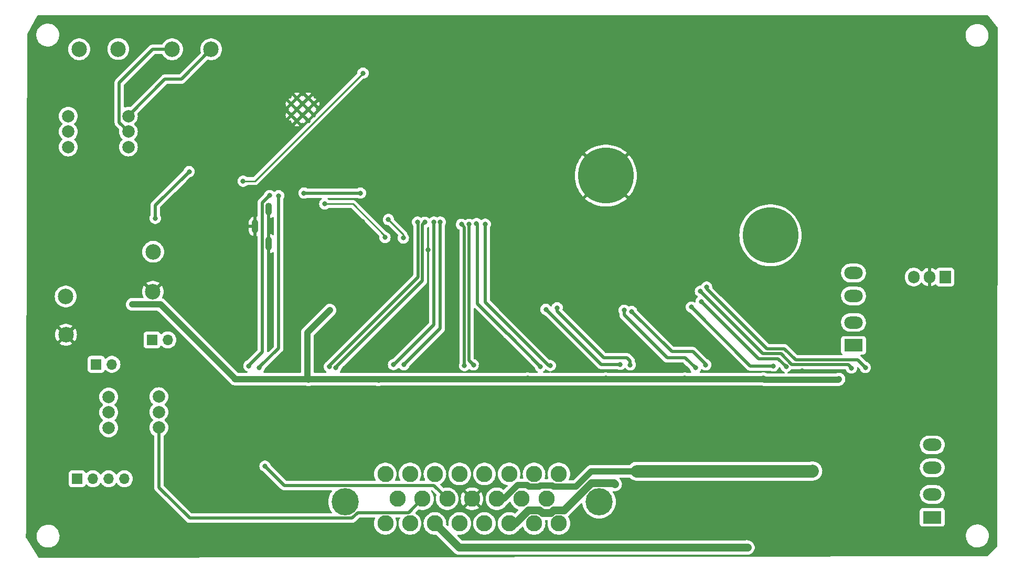
<source format=gbr>
%TF.GenerationSoftware,KiCad,Pcbnew,7.0.9*%
%TF.CreationDate,2024-11-07T18:52:40-06:00*%
%TF.ProjectId,RC17,52433137-2e6b-4696-9361-645f70636258,rev?*%
%TF.SameCoordinates,Original*%
%TF.FileFunction,Copper,L2,Bot*%
%TF.FilePolarity,Positive*%
%FSLAX46Y46*%
G04 Gerber Fmt 4.6, Leading zero omitted, Abs format (unit mm)*
G04 Created by KiCad (PCBNEW 7.0.9) date 2024-11-07 18:52:40*
%MOMM*%
%LPD*%
G01*
G04 APERTURE LIST*
%TA.AperFunction,ComponentPad*%
%ADD10C,2.000000*%
%TD*%
%TA.AperFunction,ComponentPad*%
%ADD11R,1.905000X2.000000*%
%TD*%
%TA.AperFunction,ComponentPad*%
%ADD12O,1.905000X2.000000*%
%TD*%
%TA.AperFunction,ComponentPad*%
%ADD13C,2.625000*%
%TD*%
%TA.AperFunction,ComponentPad*%
%ADD14C,4.395000*%
%TD*%
%TA.AperFunction,ComponentPad*%
%ADD15C,2.500000*%
%TD*%
%TA.AperFunction,ComponentPad*%
%ADD16O,1.100000X2.000000*%
%TD*%
%TA.AperFunction,ComponentPad*%
%ADD17O,1.100000X2.200000*%
%TD*%
%TA.AperFunction,ComponentPad*%
%ADD18C,9.000000*%
%TD*%
%TA.AperFunction,ComponentPad*%
%ADD19R,3.000000X2.000000*%
%TD*%
%TA.AperFunction,ComponentPad*%
%ADD20O,3.000000X2.000000*%
%TD*%
%TA.AperFunction,ComponentPad*%
%ADD21C,0.762000*%
%TD*%
%TA.AperFunction,ComponentPad*%
%ADD22R,1.700000X1.700000*%
%TD*%
%TA.AperFunction,ComponentPad*%
%ADD23O,1.700000X1.700000*%
%TD*%
%TA.AperFunction,ViaPad*%
%ADD24C,0.800000*%
%TD*%
%TA.AperFunction,Conductor*%
%ADD25C,0.508000*%
%TD*%
%TA.AperFunction,Conductor*%
%ADD26C,1.270000*%
%TD*%
%TA.AperFunction,Conductor*%
%ADD27C,2.032000*%
%TD*%
%TA.AperFunction,Conductor*%
%ADD28C,1.016000*%
%TD*%
%TA.AperFunction,Conductor*%
%ADD29C,0.254000*%
%TD*%
G04 APERTURE END LIST*
D10*
%TO.P,RV4,1,1*%
%TO.N,Net-(U7B--)*%
X36525200Y-41605200D03*
%TO.P,RV4,2,2*%
X36525200Y-39105200D03*
%TO.P,RV4,3,3*%
%TO.N,Net-(U7A-+)*%
X36525200Y-36605200D03*
%TD*%
%TO.P,RV3,1,1*%
%TO.N,Net-(U6B--)*%
X26822400Y-41605200D03*
%TO.P,RV3,2,2*%
X26822400Y-39105200D03*
%TO.P,RV3,3,3*%
%TO.N,Net-(U6A-+)*%
X26822400Y-36605200D03*
%TD*%
%TO.P,RV2,1,1*%
%TO.N,PressureSensor*%
X41452800Y-86944800D03*
%TO.P,RV2,2,2*%
X41452800Y-84444800D03*
%TO.P,RV2,3,3*%
%TO.N,Net-(R11-Pad2)*%
X41452800Y-81944800D03*
%TD*%
%TO.P,RV1,1,1*%
%TO.N,Net-(J3-Pin_3)*%
X33349800Y-86995600D03*
%TO.P,RV1,2,2*%
X33349800Y-84495600D03*
%TO.P,RV1,3,3*%
%TO.N,Net-(R7-Pad2)*%
X33349800Y-81995600D03*
%TD*%
D11*
%TO.P,U5,1,VI*%
%TO.N,Net-(U5-VI)*%
X168372500Y-62615000D03*
D12*
%TO.P,U5,2,GND*%
%TO.N,GND*%
X165832500Y-62615000D03*
%TO.P,U5,3,VO*%
%TO.N,Net-(U5-VO)*%
X163292500Y-62615000D03*
%TD*%
D13*
%TO.P,J2,1,1*%
%TO.N,S2*%
X78000000Y-94457200D03*
%TO.P,J2,2,2*%
%TO.N,S3*%
X82000000Y-94457200D03*
%TO.P,J2,3,3*%
%TO.N,S4*%
X86000000Y-94457200D03*
%TO.P,J2,4,4*%
%TO.N,S5*%
X90000000Y-94457200D03*
%TO.P,J2,5,5*%
%TO.N,S6*%
X94000000Y-94457200D03*
%TO.P,J2,6,6*%
%TO.N,S7*%
X98000000Y-94457200D03*
%TO.P,J2,7,7*%
%TO.N,S8*%
X102000000Y-94457200D03*
%TO.P,J2,8,8*%
%TO.N,S9*%
X106000000Y-94457200D03*
%TO.P,J2,9,9*%
%TO.N,S1*%
X80000000Y-98457200D03*
%TO.P,J2,10,10*%
%TO.N,PressureSensor*%
X84000000Y-98457200D03*
%TO.P,J2,11,11*%
%TO.N,WorkSwitch*%
X88000000Y-98457200D03*
%TO.P,J2,12,12*%
%TO.N,GND*%
X92000000Y-98457200D03*
%TO.P,J2,13,13*%
%TO.N,S16*%
X96000000Y-98457200D03*
%TO.P,J2,14,14*%
%TO.N,S10*%
X100000000Y-98457200D03*
%TO.P,J2,15,15*%
%TO.N,S11*%
X104000000Y-98457200D03*
%TO.P,J2,16,16*%
%TO.N,M1B*%
X78000000Y-102457200D03*
%TO.P,J2,17,17*%
%TO.N,M1A*%
X82000000Y-102457200D03*
%TO.P,J2,18,18*%
%TO.N,+5VA*%
X86000000Y-102457200D03*
%TO.P,J2,19,19*%
%TO.N,FlowSensor*%
X90000000Y-102457200D03*
%TO.P,J2,20,20*%
%TO.N,S15*%
X94000000Y-102457200D03*
%TO.P,J2,21,21*%
%TO.N,S12*%
X98000000Y-102457200D03*
%TO.P,J2,22,22*%
%TO.N,S14*%
X102000000Y-102457200D03*
%TO.P,J2,23,23*%
%TO.N,S13*%
X106000000Y-102457200D03*
D14*
%TO.P,J2,MH1,MH1*%
%TO.N,unconnected-(J2-PadMH1)*%
X71500000Y-98957200D03*
%TO.P,J2,MH2,MH2*%
%TO.N,unconnected-(J2-PadMH2)*%
X112500000Y-98957200D03*
%TD*%
D15*
%TO.P,TP3,1,1*%
%TO.N,GND*%
X26466800Y-71948000D03*
%TD*%
%TO.P,TP6,1,1*%
%TO.N,Net-(U7A-+)*%
X49885600Y-25806400D03*
%TD*%
D16*
%TO.P,J1,S1,SHIELD*%
%TO.N,GND*%
X59145000Y-51625000D03*
D17*
%TO.P,J1,S2,SHIELD*%
X59145000Y-57225000D03*
%TO.P,J1,S3,SHIELD*%
X56995000Y-54425000D03*
%TD*%
D18*
%TO.P,J5,1,Pin_1*%
%TO.N,Net-(J5-Pin_1)*%
X140150000Y-55875000D03*
%TD*%
D15*
%TO.P,TP8,1,1*%
%TO.N,Net-(U6A-+)*%
X34899600Y-25755600D03*
%TD*%
%TO.P,TP7,1,1*%
%TO.N,Net-(U6B--)*%
X28600400Y-25806400D03*
%TD*%
D19*
%TO.P,F2,1*%
%TO.N,+5VA*%
X166277500Y-101455000D03*
D20*
X166277500Y-97755000D03*
%TO.P,F2,2*%
%TO.N,Net-(U5-VO)*%
X166277500Y-93455000D03*
X166277500Y-89755000D03*
%TD*%
D21*
%TO.P,U15,G.11,GND*%
%TO.N,GND*%
X66471000Y-36441500D03*
%TO.P,U15,G.12,GND*%
X66471000Y-34606500D03*
%TO.P,U15,G.13,GND*%
X65553500Y-37359000D03*
%TO.P,U15,G.14,GND*%
X65553500Y-35524000D03*
%TO.P,U15,G.15,GND*%
X65553500Y-33689000D03*
%TO.P,U15,G.16,GND*%
X64636000Y-36441500D03*
%TO.P,U15,G.17,GND*%
X64636000Y-34606500D03*
%TO.P,U15,G.18,GND*%
X63718500Y-37359000D03*
%TO.P,U15,G.19,GND*%
X63718500Y-35524000D03*
%TO.P,U15,G.20,GND*%
X63718500Y-33689000D03*
%TO.P,U15,G.21,GND*%
X62801000Y-36441500D03*
%TO.P,U15,G.22,GND*%
X62801000Y-34606500D03*
%TD*%
D15*
%TO.P,TP5,1,1*%
%TO.N,Net-(U7B--)*%
X43586400Y-25806400D03*
%TD*%
D18*
%TO.P,J6,1,Pin_1*%
%TO.N,GND*%
X113588800Y-46228000D03*
%TD*%
D15*
%TO.P,TP1,1,1*%
%TO.N,Net-(J12-Pin_1)*%
X40538400Y-58536800D03*
%TD*%
D22*
%TO.P,J4,1,Pin_1*%
%TO.N,Net-(J3-Pin_1)*%
X31343600Y-76723200D03*
D23*
%TO.P,J4,2,Pin_2*%
%TO.N,Net-(D10-K)*%
X33883600Y-76723200D03*
%TD*%
D22*
%TO.P,J3,1,Pin_1*%
%TO.N,Net-(J3-Pin_1)*%
X28250000Y-95225000D03*
D23*
%TO.P,J3,2,Pin_2*%
%TO.N,FlowSensor*%
X30790000Y-95225000D03*
%TO.P,J3,3,Pin_3*%
%TO.N,Net-(J3-Pin_3)*%
X33330000Y-95225000D03*
%TO.P,J3,4,Pin_4*%
%TO.N,+5VA*%
X35870000Y-95225000D03*
%TD*%
D19*
%TO.P,F1,1*%
%TO.N,+12V*%
X153568400Y-73660000D03*
D20*
X153568400Y-69960000D03*
%TO.P,F1,2*%
%TO.N,Net-(J5-Pin_1)*%
X153568400Y-65660000D03*
X153568400Y-61960000D03*
%TD*%
D15*
%TO.P,TP2,1,1*%
%TO.N,GND*%
X40487600Y-64988400D03*
%TD*%
D22*
%TO.P,J12,1,Pin_1*%
%TO.N,Net-(J12-Pin_1)*%
X40350000Y-72775000D03*
D23*
%TO.P,J12,2,Pin_2*%
%TO.N,Net-(D12-A)*%
X42890000Y-72775000D03*
%TD*%
D15*
%TO.P,TP4,1,1*%
%TO.N,Net-(J3-Pin_1)*%
X26416000Y-65750400D03*
%TD*%
D24*
%TO.N,GND*%
X163525000Y-84225000D03*
X172250000Y-77875000D03*
X172100000Y-55325000D03*
X172100000Y-41450000D03*
%TO.N,+5VA*%
X136325000Y-106300000D03*
%TO.N,uC_EN*%
X55050000Y-47125000D03*
X74400000Y-29650000D03*
%TO.N,GND*%
X154025600Y-81076800D03*
X99060000Y-24434800D03*
X68351400Y-81654650D03*
X110831381Y-86969776D03*
X67310000Y-80975200D03*
X74300000Y-27575000D03*
X79883000Y-81603850D03*
X51651231Y-62927695D03*
X79044800Y-80975200D03*
X31525000Y-54725000D03*
X142240000Y-81889600D03*
X77495000Y-34646600D03*
X84925000Y-58225000D03*
X52225000Y-30775000D03*
X57505600Y-82346800D03*
X53376705Y-86943133D03*
X90779600Y-81026000D03*
X135805391Y-86768091D03*
X79044798Y-30124400D03*
X47548800Y-93827600D03*
X83236600Y-32049400D03*
X69327632Y-86442712D03*
X44000000Y-55875000D03*
X115976400Y-82448400D03*
X121500000Y-85250000D03*
X91567000Y-81705450D03*
X130403600Y-82525000D03*
X130590400Y-25928800D03*
X79044800Y-82296000D03*
X141274800Y-81229200D03*
X72175000Y-47075000D03*
X137040190Y-43771390D03*
X69342000Y-82296000D03*
X104190800Y-81838800D03*
X56825000Y-61175000D03*
X106125000Y-77000000D03*
X130352800Y-81178400D03*
X46456481Y-40867030D03*
X148461000Y-23279400D03*
X133815800Y-44139550D03*
X76375000Y-86975000D03*
X90728800Y-82400000D03*
X155250000Y-86450000D03*
X55829200Y-82346800D03*
X75014648Y-62786952D03*
X131700000Y-63786000D03*
X80873600Y-82296000D03*
X27400000Y-46075000D03*
X88526021Y-64475874D03*
X55778400Y-81026000D03*
X143154400Y-82550000D03*
X84671200Y-29947400D03*
X80822800Y-80924400D03*
X154889200Y-81737200D03*
X105206800Y-81178400D03*
X82534885Y-44812029D03*
X123799598Y-32485148D03*
X57556400Y-81026000D03*
X157127400Y-23838600D03*
X74325000Y-53675000D03*
X115976400Y-81076800D03*
X116840002Y-81788000D03*
X66147809Y-64616617D03*
X92557600Y-82346800D03*
X71454422Y-77341301D03*
X25575000Y-85350000D03*
X58324580Y-85999045D03*
X131550000Y-77050000D03*
X78028800Y-37642800D03*
X67462400Y-82325000D03*
X92456000Y-80975200D03*
X142475000Y-65075000D03*
X156850000Y-77075000D03*
X145288002Y-77774800D03*
X61519377Y-84380542D03*
X142716545Y-86752373D03*
X141339400Y-32218050D03*
X141325600Y-82600800D03*
X82651348Y-77216196D03*
X93475000Y-76925000D03*
X27113879Y-62607750D03*
X56616600Y-81654650D03*
X105105200Y-82550000D03*
X133390400Y-25803800D03*
X43868798Y-34472800D03*
X81220837Y-86116918D03*
X155752800Y-82397600D03*
X117460000Y-86406802D03*
X129540000Y-81838800D03*
X30825000Y-69700000D03*
X103276400Y-81127600D03*
X97945534Y-86875947D03*
X109800000Y-63125000D03*
X69342000Y-80975200D03*
X155854400Y-81026000D03*
X130145598Y-86303738D03*
X76464026Y-58201937D03*
X40622256Y-49310711D03*
X117703600Y-82499200D03*
X92396503Y-86318934D03*
X44452896Y-79274559D03*
X104674571Y-86527105D03*
X103428800Y-82550000D03*
X118850000Y-76875000D03*
X59381760Y-77153643D03*
X128625600Y-82550000D03*
X120050000Y-65155000D03*
X128625600Y-81178400D03*
X143154400Y-81280000D03*
X129690800Y-44189550D03*
X147346356Y-86893197D03*
X86575000Y-86425000D03*
X154025600Y-82397600D03*
X117754400Y-81127600D03*
X100271903Y-60387763D03*
X76200000Y-30073600D03*
X96500000Y-64625000D03*
%TO.N,+3.3V*%
X88489600Y-79122478D03*
X151225000Y-79100000D03*
X139000000Y-79050000D03*
X37125000Y-67050000D03*
X76907200Y-79221765D03*
X113575000Y-79075000D03*
X69050000Y-67975000D03*
X40875000Y-53125000D03*
X46337400Y-45570400D03*
X65632800Y-79243786D03*
X53539200Y-78874323D03*
X126325000Y-79075000D03*
X100950000Y-79075000D03*
%TO.N,Net-(D5-A)*%
X64875000Y-49050000D03*
X73975000Y-49050000D03*
%TO.N,WorkSwitch*%
X58572735Y-93186816D03*
%TO.N,M1_IN2*%
X60775000Y-49475000D03*
X57675000Y-77250000D03*
%TO.N,M1_IN1*%
X59325000Y-49450000D03*
X55975000Y-76975000D03*
%TO.N,SCL*%
X78500000Y-53325000D03*
X80900000Y-56300000D03*
%TO.N,SDA*%
X77950000Y-56225000D03*
X68225000Y-50800000D03*
%TO.N,S12*%
X115039400Y-96089100D03*
%TO.N,S16*%
X146825000Y-94025000D03*
%TO.N,Net-(U1-GPB0)*%
X68965374Y-77115374D03*
X83191437Y-53720719D03*
%TO.N,Net-(U1-GPB1)*%
X70000000Y-77275000D03*
X84350000Y-53775000D03*
%TO.N,Net-(U1-GPB2)*%
X85850000Y-53750000D03*
X79325000Y-76775000D03*
%TO.N,Net-(U1-GPB3)*%
X81000000Y-76800000D03*
X86874657Y-53748086D03*
%TO.N,Net-(U1-GPB4)*%
X94133615Y-54065217D03*
X104625000Y-76925000D03*
%TO.N,Net-(U1-GPB5)*%
X92725000Y-54000000D03*
X103025000Y-77075000D03*
%TO.N,Net-(U1-GPB6)*%
X92225000Y-76825000D03*
X91506672Y-54098558D03*
%TO.N,Net-(U1-GPB7)*%
X90775000Y-76925000D03*
X90277950Y-54107665D03*
%TO.N,Net-(U1-GPA0)*%
X103925000Y-67850000D03*
X115900000Y-76725000D03*
%TO.N,Net-(U1-GPA1)*%
X105732528Y-67579078D03*
X117525000Y-76825000D03*
%TO.N,Net-(U1-GPA2)*%
X116550000Y-68000000D03*
X128050000Y-77300000D03*
%TO.N,Net-(U1-GPA3)*%
X129725000Y-76825000D03*
X117750000Y-68175000D03*
%TO.N,Net-(U1-GPA4)*%
X140625000Y-76975000D03*
X127400000Y-67475000D03*
%TO.N,Net-(U1-GPA5)*%
X129000000Y-66577449D03*
X142685775Y-77114225D03*
%TO.N,Net-(U1-GPA6)*%
X128850000Y-64925000D03*
X153225000Y-77325000D03*
%TO.N,Net-(U1-GPA7)*%
X155475000Y-77250000D03*
X129850000Y-64250000D03*
%TD*%
D25*
%TO.N,Net-(U1-GPB5)*%
X97688400Y-71780400D02*
X97730400Y-71780400D01*
X97730400Y-71780400D02*
X103025000Y-77075000D01*
X92825000Y-66917000D02*
X97688400Y-71780400D01*
X92825000Y-54100000D02*
X92825000Y-66917000D01*
X92725000Y-54000000D02*
X92825000Y-54100000D01*
%TO.N,Net-(U1-GPB4)*%
X94150000Y-54081602D02*
X94133615Y-54065217D01*
X104357000Y-76925000D02*
X94150000Y-66718000D01*
X104625000Y-76925000D02*
X104357000Y-76925000D01*
X94150000Y-66718000D02*
X94150000Y-54081602D01*
%TO.N,Net-(U1-GPB6)*%
X91506672Y-76106672D02*
X91506672Y-54098558D01*
X92225000Y-76825000D02*
X91506672Y-76106672D01*
D26*
%TO.N,+5VA*%
X136375000Y-106350000D02*
X136475000Y-106350000D01*
X136325000Y-106300000D02*
X136375000Y-106350000D01*
X136275000Y-106350000D02*
X136325000Y-106300000D01*
X89892800Y-106350000D02*
X136275000Y-106350000D01*
X86000000Y-102457200D02*
X89892800Y-106350000D01*
D27*
%TO.N,S16*%
X146950000Y-94000000D02*
X147000000Y-93950000D01*
X118575000Y-94000000D02*
X146950000Y-94000000D01*
D28*
X111269308Y-94000000D02*
X118575000Y-94000000D01*
X108791608Y-96477700D02*
X111269308Y-94000000D01*
X105163081Y-96477700D02*
X108791608Y-96477700D01*
X103032309Y-96282310D02*
X104967691Y-96282310D01*
X100910381Y-96225000D02*
X101163081Y-96477700D01*
X99374781Y-96225000D02*
X100910381Y-96225000D01*
X104967691Y-96282310D02*
X105163081Y-96477700D01*
X97142581Y-98457200D02*
X99374781Y-96225000D01*
X102836919Y-96477700D02*
X103032309Y-96282310D01*
X96000000Y-98457200D02*
X97142581Y-98457200D01*
X101163081Y-96477700D02*
X102836919Y-96477700D01*
D29*
%TO.N,uC_EN*%
X56925000Y-47125000D02*
X55050000Y-47125000D01*
X74400000Y-29650000D02*
X56925000Y-47125000D01*
D25*
%TO.N,Net-(U7A-+)*%
X45067000Y-30625000D02*
X49885600Y-25806400D01*
X36525200Y-36524800D02*
X42425000Y-30625000D01*
X42425000Y-30625000D02*
X45067000Y-30625000D01*
X36525200Y-36605200D02*
X36525200Y-36524800D01*
D28*
%TO.N,+3.3V*%
X139000000Y-79050000D02*
X138950000Y-79100000D01*
X113550000Y-79100000D02*
X100975000Y-79100000D01*
X126325000Y-79075000D02*
X126300000Y-79100000D01*
X65451388Y-71573612D02*
X65451388Y-79062374D01*
D25*
X40875000Y-53125000D02*
X40875000Y-51032800D01*
X40875000Y-51032800D02*
X46337400Y-45570400D01*
D28*
X65489014Y-79100000D02*
X65632800Y-79243786D01*
X76907200Y-79221765D02*
X77028965Y-79100000D01*
X139183000Y-79233000D02*
X139000000Y-79050000D01*
X151225000Y-79100000D02*
X151092000Y-79233000D01*
X41714877Y-67050000D02*
X53539200Y-78874323D01*
X100950000Y-79075000D02*
X100925000Y-79100000D01*
X88512078Y-79100000D02*
X88489600Y-79122478D01*
X113600000Y-79100000D02*
X113575000Y-79075000D01*
X138950000Y-79100000D02*
X126350000Y-79100000D01*
X126300000Y-79100000D02*
X113600000Y-79100000D01*
X65451388Y-79062374D02*
X65632800Y-79243786D01*
X100925000Y-79100000D02*
X88512078Y-79100000D01*
X126350000Y-79100000D02*
X126325000Y-79075000D01*
X65776586Y-79100000D02*
X76785435Y-79100000D01*
X113575000Y-79075000D02*
X113550000Y-79100000D01*
X69050000Y-67975000D02*
X65451388Y-71573612D01*
X53539200Y-78874323D02*
X53764877Y-79100000D01*
X151092000Y-79233000D02*
X139183000Y-79233000D01*
X77028965Y-79100000D02*
X88467122Y-79100000D01*
X53764877Y-79100000D02*
X65489014Y-79100000D01*
X100975000Y-79100000D02*
X100950000Y-79075000D01*
X88467122Y-79100000D02*
X88489600Y-79122478D01*
X65632800Y-79243786D02*
X65776586Y-79100000D01*
X37125000Y-67050000D02*
X41714877Y-67050000D01*
X76785435Y-79100000D02*
X76907200Y-79221765D01*
D25*
%TO.N,Net-(D5-A)*%
X64875000Y-49050000D02*
X73975000Y-49050000D01*
%TO.N,WorkSwitch*%
X85848500Y-96305700D02*
X61691619Y-96305700D01*
X88000000Y-98457200D02*
X85848500Y-96305700D01*
X61691619Y-96305700D02*
X58572735Y-93186816D01*
%TO.N,M1_IN2*%
X60775000Y-74125000D02*
X57675000Y-77225000D01*
X60775000Y-49475000D02*
X60775000Y-74125000D01*
X57675000Y-77250000D02*
X57650000Y-77250000D01*
X57650000Y-77250000D02*
X57625000Y-77275000D01*
X57675000Y-77225000D02*
X57675000Y-77250000D01*
%TO.N,M1_IN1*%
X59325000Y-49450000D02*
X58141000Y-50634000D01*
X55975000Y-76975000D02*
X55900000Y-76975000D01*
X58141000Y-50634000D02*
X58141000Y-74734000D01*
X55975000Y-76900000D02*
X55975000Y-76975000D01*
X58141000Y-74734000D02*
X55975000Y-76900000D01*
X55900000Y-76975000D02*
X55950000Y-76925000D01*
D29*
%TO.N,SCL*%
X78500000Y-53325000D02*
X80900000Y-55725000D01*
X80900000Y-55725000D02*
X80900000Y-56300000D01*
%TO.N,SDA*%
X68225000Y-50800000D02*
X72761800Y-50800000D01*
X72761800Y-50800000D02*
X77950000Y-55988200D01*
X77950000Y-55988200D02*
X77950000Y-56225000D01*
D26*
%TO.N,S12*%
X104685088Y-100735088D02*
X105110476Y-100309700D01*
X111243897Y-95924700D02*
X114875000Y-95924700D01*
X114875000Y-95924700D02*
X115039400Y-96089100D01*
X102889524Y-100309700D02*
X103314912Y-100735088D01*
X105110476Y-100309700D02*
X106858897Y-100309700D01*
X101110476Y-100309700D02*
X102889524Y-100309700D01*
X98000000Y-102457200D02*
X98962976Y-102457200D01*
X106858897Y-100309700D02*
X111243897Y-95924700D01*
X98962976Y-102457200D02*
X101110476Y-100309700D01*
X103314912Y-100735088D02*
X104685088Y-100735088D01*
D25*
%TO.N,PressureSensor*%
X41452800Y-96627800D02*
X41452800Y-86944800D01*
X73516288Y-100690700D02*
X72598288Y-101608700D01*
X84000000Y-98457200D02*
X81766500Y-100690700D01*
X81766500Y-100690700D02*
X73516288Y-100690700D01*
X46433700Y-101608700D02*
X41452800Y-96627800D01*
X72598288Y-101608700D02*
X46433700Y-101608700D01*
%TO.N,Net-(U7B--)*%
X35071200Y-37651200D02*
X35071200Y-31172000D01*
X40436800Y-25806400D02*
X43586400Y-25806400D01*
X35071200Y-31172000D02*
X40436800Y-25806400D01*
X36525200Y-39105200D02*
X35071200Y-37651200D01*
%TO.N,Net-(U1-GPB0)*%
X68875000Y-77025000D02*
X68965374Y-77115374D01*
X68850000Y-77025000D02*
X68875000Y-77025000D01*
X83250000Y-53779282D02*
X83250000Y-62625000D01*
X68965374Y-76909626D02*
X68965374Y-77115374D01*
X68850000Y-77025000D02*
X68850000Y-77025000D01*
X83250000Y-62625000D02*
X68965374Y-76909626D01*
X83191437Y-53720719D02*
X83250000Y-53779282D01*
%TO.N,Net-(U1-GPB1)*%
X69950000Y-77275000D02*
X69975000Y-77250000D01*
X70000000Y-77275000D02*
X69950000Y-77275000D01*
X84000000Y-54125000D02*
X84000000Y-63225000D01*
X70000000Y-77225000D02*
X70000000Y-77275000D01*
X84000000Y-63225000D02*
X70000000Y-77225000D01*
X84350000Y-53775000D02*
X84000000Y-54125000D01*
%TO.N,Net-(U1-GPB2)*%
X79325000Y-76775000D02*
X79325000Y-76850000D01*
X79400000Y-76775000D02*
X79325000Y-76775000D01*
X85850000Y-53750000D02*
X85850000Y-70325000D01*
X79325000Y-76850000D02*
X79375000Y-76800000D01*
X85850000Y-70325000D02*
X79400000Y-76775000D01*
%TO.N,Net-(U1-GPB3)*%
X81000000Y-76825000D02*
X81025000Y-76800000D01*
X86874657Y-70950343D02*
X81025000Y-76800000D01*
X86874657Y-53748086D02*
X86874657Y-70950343D01*
X81000000Y-76800000D02*
X81000000Y-76825000D01*
X81025000Y-76800000D02*
X81000000Y-76800000D01*
%TO.N,Net-(U1-GPB4)*%
X104700000Y-76925000D02*
X104650000Y-76875000D01*
X104625000Y-76925000D02*
X104700000Y-76925000D01*
%TO.N,Net-(U1-GPB5)*%
X103075000Y-77075000D02*
X102950000Y-76950000D01*
X103025000Y-77075000D02*
X103075000Y-77075000D01*
%TO.N,Net-(U1-GPB6)*%
X92250000Y-76825000D02*
X92150000Y-76725000D01*
X92225000Y-76825000D02*
X92250000Y-76825000D01*
%TO.N,Net-(U1-GPB7)*%
X90775000Y-76925000D02*
X90775000Y-76950000D01*
X90775000Y-76950000D02*
X90775000Y-76950000D01*
X90775000Y-54604715D02*
X90775000Y-76925000D01*
X90277950Y-54107665D02*
X90775000Y-54604715D01*
%TO.N,Net-(U1-GPA0)*%
X103925000Y-67850000D02*
X112800000Y-76725000D01*
X112800000Y-76725000D02*
X115900000Y-76725000D01*
%TO.N,Net-(U1-GPA1)*%
X117000000Y-75675000D02*
X117525000Y-76200000D01*
X113275000Y-75675000D02*
X117000000Y-75675000D01*
X117525000Y-76200000D02*
X117525000Y-76825000D01*
X105732528Y-68132528D02*
X113275000Y-75675000D01*
X105732528Y-67579078D02*
X105732528Y-68132528D01*
%TO.N,Net-(U1-GPA2)*%
X126425000Y-75675000D02*
X128050000Y-77300000D01*
X116550000Y-68000000D02*
X116550000Y-68725000D01*
X123500000Y-75675000D02*
X126425000Y-75675000D01*
X128050000Y-77300000D02*
X128000000Y-77225000D01*
X116550000Y-68725000D02*
X123500000Y-75675000D01*
%TO.N,Net-(U1-GPA3)*%
X124250000Y-74675000D02*
X127625000Y-74675000D01*
X129650000Y-76700000D02*
X129725000Y-76825000D01*
X127625000Y-74675000D02*
X129650000Y-76700000D01*
X117750000Y-68175000D02*
X124250000Y-74675000D01*
X129725000Y-76825000D02*
X129650000Y-76850000D01*
%TO.N,Net-(U1-GPA4)*%
X136900000Y-76975000D02*
X140625000Y-76975000D01*
X140550000Y-77050000D02*
X140475000Y-77050000D01*
X127400000Y-67475000D02*
X136900000Y-76975000D01*
X140625000Y-76975000D02*
X140550000Y-77050000D01*
%TO.N,Net-(U1-GPA5)*%
X138247551Y-75825000D02*
X141396550Y-75825000D01*
X129000000Y-66577449D02*
X138247551Y-75825000D01*
X141396550Y-75825000D02*
X142685775Y-77114225D01*
%TO.N,Net-(U1-GPA6)*%
X153225000Y-77300000D02*
X153225000Y-77325000D01*
X143600000Y-76750000D02*
X152675000Y-76750000D01*
X138925000Y-75000000D02*
X141850000Y-75000000D01*
X153225000Y-77325000D02*
X153250000Y-77325000D01*
X153250000Y-77325000D02*
X153225000Y-77300000D01*
X152675000Y-76750000D02*
X153225000Y-77300000D01*
X141850000Y-75000000D02*
X143600000Y-76750000D01*
X128850000Y-64925000D02*
X138925000Y-75000000D01*
%TO.N,Net-(U1-GPA7)*%
X139575000Y-74225000D02*
X129850000Y-64500000D01*
X129850000Y-64500000D02*
X129850000Y-64250000D01*
X144217000Y-76042000D02*
X142400000Y-74225000D01*
X142400000Y-74225000D02*
X139575000Y-74225000D01*
X155475000Y-77250000D02*
X154267000Y-76042000D01*
X154267000Y-76042000D02*
X144217000Y-76042000D01*
%TD*%
%TA.AperFunction,Conductor*%
%TO.N,GND*%
G36*
X59399000Y-51497000D02*
G01*
X59399000Y-53103555D01*
X59551838Y-53057193D01*
X59735634Y-52958952D01*
X59806567Y-52900740D01*
X59871914Y-52872987D01*
X59941893Y-52884969D01*
X59994284Y-52932882D01*
X60012500Y-52998140D01*
X60012500Y-55751859D01*
X59992498Y-55819980D01*
X59938842Y-55866473D01*
X59868568Y-55876577D01*
X59806568Y-55849259D01*
X59735639Y-55791050D01*
X59735635Y-55791048D01*
X59551839Y-55692806D01*
X59399000Y-55646443D01*
X59399000Y-58803555D01*
X59551838Y-58757193D01*
X59735634Y-58658952D01*
X59806567Y-58600740D01*
X59871914Y-58572987D01*
X59941893Y-58584969D01*
X59994284Y-58632882D01*
X60012500Y-58698140D01*
X60012500Y-73756972D01*
X59992498Y-73825093D01*
X59975595Y-73846067D01*
X59118595Y-74703067D01*
X59056283Y-74737093D01*
X58985468Y-74732028D01*
X58928632Y-74689481D01*
X58903821Y-74622961D01*
X58903500Y-74613972D01*
X58903500Y-57642356D01*
X58909505Y-57672545D01*
X58964760Y-57755240D01*
X59047455Y-57810495D01*
X59145000Y-57829898D01*
X59242545Y-57810495D01*
X59325240Y-57755240D01*
X59380495Y-57672545D01*
X59395000Y-57599624D01*
X59395000Y-56850376D01*
X59380495Y-56777455D01*
X59325240Y-56694760D01*
X59242545Y-56639505D01*
X59145000Y-56620102D01*
X59047455Y-56639505D01*
X58964760Y-56694760D01*
X58909505Y-56777455D01*
X58903500Y-56807643D01*
X58903500Y-52042356D01*
X58909505Y-52072545D01*
X58964760Y-52155240D01*
X59047455Y-52210495D01*
X59145000Y-52229898D01*
X59242545Y-52210495D01*
X59325240Y-52155240D01*
X59380495Y-52072545D01*
X59395000Y-51999624D01*
X59395000Y-51478611D01*
X59399000Y-51497000D01*
G37*
%TD.AperFunction*%
%TA.AperFunction,Conductor*%
G36*
X175207874Y-20269998D02*
G01*
X175237847Y-20296885D01*
X175260542Y-20325000D01*
X176846976Y-22290284D01*
X176874200Y-22355854D01*
X176874933Y-22369615D01*
X176750080Y-106146195D01*
X176729976Y-106214286D01*
X176711080Y-106237150D01*
X175136439Y-107740217D01*
X175073353Y-107772784D01*
X175049624Y-107775074D01*
X22340222Y-107999500D01*
X22070101Y-107999500D01*
X22001980Y-107979498D01*
X21962792Y-107939536D01*
X20019191Y-104781184D01*
X20000500Y-104715148D01*
X20000500Y-104567765D01*
X21720788Y-104567765D01*
X21750412Y-104837014D01*
X21818928Y-105099090D01*
X21924869Y-105348389D01*
X21924870Y-105348390D01*
X22065982Y-105579610D01*
X22239255Y-105787820D01*
X22239257Y-105787822D01*
X22239259Y-105787824D01*
X22344236Y-105881883D01*
X22440998Y-105968582D01*
X22666910Y-106118044D01*
X22912176Y-106233020D01*
X23171569Y-106311060D01*
X23171572Y-106311060D01*
X23171574Y-106311061D01*
X23439557Y-106350500D01*
X23439561Y-106350500D01*
X23642633Y-106350500D01*
X23677363Y-106347957D01*
X23845156Y-106335677D01*
X23845160Y-106335676D01*
X23845161Y-106335676D01*
X23955665Y-106311060D01*
X24109553Y-106276780D01*
X24362558Y-106180014D01*
X24598777Y-106047441D01*
X24813177Y-105881888D01*
X25001186Y-105686881D01*
X25158799Y-105466579D01*
X25171653Y-105441579D01*
X25282656Y-105225675D01*
X25282657Y-105225672D01*
X25370116Y-104969310D01*
X25370118Y-104969305D01*
X25399171Y-104812014D01*
X25419318Y-104702941D01*
X25419319Y-104702930D01*
X25420232Y-104677941D01*
X25429212Y-104432235D01*
X25413381Y-104288358D01*
X25399587Y-104162985D01*
X25331071Y-103900909D01*
X25225130Y-103651610D01*
X25209873Y-103626610D01*
X25084018Y-103420390D01*
X24910745Y-103212180D01*
X24910741Y-103212177D01*
X24910740Y-103212175D01*
X24709012Y-103031427D01*
X24709002Y-103031418D01*
X24483090Y-102881956D01*
X24237824Y-102766980D01*
X24009283Y-102698222D01*
X23978425Y-102688938D01*
X23710442Y-102649500D01*
X23710439Y-102649500D01*
X23507369Y-102649500D01*
X23507367Y-102649500D01*
X23304839Y-102664323D01*
X23304838Y-102664323D01*
X23040456Y-102723217D01*
X23040441Y-102723222D01*
X22787441Y-102819986D01*
X22551229Y-102952555D01*
X22551225Y-102952557D01*
X22336818Y-103118116D01*
X22148815Y-103313117D01*
X22148810Y-103313123D01*
X21991203Y-103533417D01*
X21991196Y-103533427D01*
X21867343Y-103774324D01*
X21867342Y-103774327D01*
X21779883Y-104030689D01*
X21779880Y-104030702D01*
X21730681Y-104297058D01*
X21730680Y-104297069D01*
X21720788Y-104567765D01*
X20000500Y-104567765D01*
X20000500Y-104546437D01*
X20002396Y-103774327D01*
X20021188Y-96123649D01*
X26891500Y-96123649D01*
X26898009Y-96184196D01*
X26898011Y-96184204D01*
X26949110Y-96321202D01*
X26949112Y-96321207D01*
X27036738Y-96438261D01*
X27153792Y-96525887D01*
X27153794Y-96525888D01*
X27153796Y-96525889D01*
X27205348Y-96545117D01*
X27290795Y-96576988D01*
X27290803Y-96576990D01*
X27351350Y-96583499D01*
X27351355Y-96583499D01*
X27351362Y-96583500D01*
X27351368Y-96583500D01*
X29148632Y-96583500D01*
X29148638Y-96583500D01*
X29148645Y-96583499D01*
X29148649Y-96583499D01*
X29209196Y-96576990D01*
X29209199Y-96576989D01*
X29209201Y-96576989D01*
X29346204Y-96525889D01*
X29416399Y-96473342D01*
X29463261Y-96438261D01*
X29550886Y-96321208D01*
X29550885Y-96321208D01*
X29550889Y-96321204D01*
X29594999Y-96202939D01*
X29637545Y-96146107D01*
X29704066Y-96121296D01*
X29773440Y-96136388D01*
X29805753Y-96161635D01*
X29826529Y-96184204D01*
X29866762Y-96227908D01*
X29909523Y-96261190D01*
X30044424Y-96366189D01*
X30242426Y-96473342D01*
X30242427Y-96473342D01*
X30242428Y-96473343D01*
X30354227Y-96511723D01*
X30455365Y-96546444D01*
X30677431Y-96583500D01*
X30677435Y-96583500D01*
X30902565Y-96583500D01*
X30902569Y-96583500D01*
X31124635Y-96546444D01*
X31337574Y-96473342D01*
X31535576Y-96366189D01*
X31713240Y-96227906D01*
X31865722Y-96062268D01*
X31954518Y-95926354D01*
X32008520Y-95880268D01*
X32078868Y-95870692D01*
X32143225Y-95900669D01*
X32165480Y-95926353D01*
X32198607Y-95977058D01*
X32254275Y-96062265D01*
X32254279Y-96062270D01*
X32406762Y-96227908D01*
X32449523Y-96261190D01*
X32584424Y-96366189D01*
X32782426Y-96473342D01*
X32782427Y-96473342D01*
X32782428Y-96473343D01*
X32894227Y-96511723D01*
X32995365Y-96546444D01*
X33217431Y-96583500D01*
X33217435Y-96583500D01*
X33442565Y-96583500D01*
X33442569Y-96583500D01*
X33664635Y-96546444D01*
X33877574Y-96473342D01*
X34075576Y-96366189D01*
X34253240Y-96227906D01*
X34405722Y-96062268D01*
X34494518Y-95926354D01*
X34548520Y-95880268D01*
X34618868Y-95870692D01*
X34683225Y-95900669D01*
X34705480Y-95926353D01*
X34738607Y-95977058D01*
X34794275Y-96062265D01*
X34794279Y-96062270D01*
X34946762Y-96227908D01*
X34989523Y-96261190D01*
X35124424Y-96366189D01*
X35322426Y-96473342D01*
X35322427Y-96473342D01*
X35322428Y-96473343D01*
X35434227Y-96511723D01*
X35535365Y-96546444D01*
X35757431Y-96583500D01*
X35757435Y-96583500D01*
X35982565Y-96583500D01*
X35982569Y-96583500D01*
X36204635Y-96546444D01*
X36417574Y-96473342D01*
X36615576Y-96366189D01*
X36793240Y-96227906D01*
X36945722Y-96062268D01*
X37068860Y-95873791D01*
X37159296Y-95667616D01*
X37214564Y-95449368D01*
X37233156Y-95225000D01*
X37214564Y-95000632D01*
X37159296Y-94782384D01*
X37068860Y-94576209D01*
X37051500Y-94549637D01*
X36945724Y-94387734D01*
X36945720Y-94387729D01*
X36793237Y-94222091D01*
X36673367Y-94128792D01*
X36615576Y-94083811D01*
X36417574Y-93976658D01*
X36417572Y-93976657D01*
X36417571Y-93976656D01*
X36204639Y-93903557D01*
X36204630Y-93903555D01*
X36160476Y-93896187D01*
X35982569Y-93866500D01*
X35757431Y-93866500D01*
X35609211Y-93891233D01*
X35535369Y-93903555D01*
X35535360Y-93903557D01*
X35322428Y-93976656D01*
X35322426Y-93976658D01*
X35124426Y-94083810D01*
X35124424Y-94083811D01*
X34946762Y-94222091D01*
X34794279Y-94387729D01*
X34705483Y-94523643D01*
X34651479Y-94569731D01*
X34581131Y-94579306D01*
X34516774Y-94549329D01*
X34494517Y-94523643D01*
X34405720Y-94387729D01*
X34253237Y-94222091D01*
X34133367Y-94128792D01*
X34075576Y-94083811D01*
X33877574Y-93976658D01*
X33877572Y-93976657D01*
X33877571Y-93976656D01*
X33664639Y-93903557D01*
X33664630Y-93903555D01*
X33620476Y-93896187D01*
X33442569Y-93866500D01*
X33217431Y-93866500D01*
X33069211Y-93891233D01*
X32995369Y-93903555D01*
X32995360Y-93903557D01*
X32782428Y-93976656D01*
X32782426Y-93976658D01*
X32584426Y-94083810D01*
X32584424Y-94083811D01*
X32406762Y-94222091D01*
X32254279Y-94387729D01*
X32165483Y-94523643D01*
X32111479Y-94569731D01*
X32041131Y-94579306D01*
X31976774Y-94549329D01*
X31954517Y-94523643D01*
X31865720Y-94387729D01*
X31713237Y-94222091D01*
X31593367Y-94128792D01*
X31535576Y-94083811D01*
X31337574Y-93976658D01*
X31337572Y-93976657D01*
X31337571Y-93976656D01*
X31124639Y-93903557D01*
X31124630Y-93903555D01*
X31080476Y-93896187D01*
X30902569Y-93866500D01*
X30677431Y-93866500D01*
X30529211Y-93891233D01*
X30455369Y-93903555D01*
X30455360Y-93903557D01*
X30242428Y-93976656D01*
X30242426Y-93976658D01*
X30044426Y-94083810D01*
X30044424Y-94083811D01*
X29866762Y-94222091D01*
X29805754Y-94288363D01*
X29744901Y-94324933D01*
X29673936Y-94322798D01*
X29615391Y-94282636D01*
X29594999Y-94247057D01*
X29550889Y-94128797D01*
X29550887Y-94128792D01*
X29463261Y-94011738D01*
X29346207Y-93924112D01*
X29346202Y-93924110D01*
X29209204Y-93873011D01*
X29209196Y-93873009D01*
X29148649Y-93866500D01*
X29148638Y-93866500D01*
X27351362Y-93866500D01*
X27351350Y-93866500D01*
X27290803Y-93873009D01*
X27290795Y-93873011D01*
X27153797Y-93924110D01*
X27153792Y-93924112D01*
X27036738Y-94011738D01*
X26949112Y-94128792D01*
X26949110Y-94128797D01*
X26898011Y-94265795D01*
X26898009Y-94265803D01*
X26891500Y-94326350D01*
X26891500Y-96123649D01*
X20021188Y-96123649D01*
X20043609Y-86995600D01*
X31836635Y-86995600D01*
X31855265Y-87232310D01*
X31910694Y-87463192D01*
X31910695Y-87463194D01*
X32001560Y-87682563D01*
X32094495Y-87834219D01*
X32125625Y-87885017D01*
X32125626Y-87885019D01*
X32279830Y-88065569D01*
X32400907Y-88168978D01*
X32460384Y-88219776D01*
X32662837Y-88343840D01*
X32882206Y-88434705D01*
X33113089Y-88490135D01*
X33349800Y-88508765D01*
X33586511Y-88490135D01*
X33817394Y-88434705D01*
X34036763Y-88343840D01*
X34239216Y-88219776D01*
X34419769Y-88065569D01*
X34573976Y-87885016D01*
X34698040Y-87682563D01*
X34788905Y-87463194D01*
X34844335Y-87232311D01*
X34862965Y-86995600D01*
X34858967Y-86944800D01*
X39939635Y-86944800D01*
X39958265Y-87181510D01*
X40013694Y-87412392D01*
X40013695Y-87412394D01*
X40104560Y-87631763D01*
X40135690Y-87682563D01*
X40228625Y-87834217D01*
X40228626Y-87834219D01*
X40382830Y-88014769D01*
X40563380Y-88168973D01*
X40563384Y-88168976D01*
X40630134Y-88209880D01*
X40677766Y-88262527D01*
X40690300Y-88317313D01*
X40690300Y-96563071D01*
X40688970Y-96581330D01*
X40685434Y-96605468D01*
X40685434Y-96605473D01*
X40690060Y-96658355D01*
X40690300Y-96663848D01*
X40690300Y-96672216D01*
X40694168Y-96705311D01*
X40700968Y-96783037D01*
X40702452Y-96790223D01*
X40702393Y-96790235D01*
X40704051Y-96797716D01*
X40704110Y-96797703D01*
X40705801Y-96804840D01*
X40732490Y-96878169D01*
X40757034Y-96952238D01*
X40760135Y-96958888D01*
X40760080Y-96958913D01*
X40763419Y-96965810D01*
X40763473Y-96965783D01*
X40766762Y-96972332D01*
X40766765Y-96972336D01*
X40766766Y-96972339D01*
X40809648Y-97037538D01*
X40850612Y-97103949D01*
X40850613Y-97103950D01*
X40850615Y-97103953D01*
X40855162Y-97109703D01*
X40855114Y-97109740D01*
X40859954Y-97115681D01*
X40860000Y-97115643D01*
X40864711Y-97121257D01*
X40864712Y-97121258D01*
X40864715Y-97121262D01*
X40921485Y-97174822D01*
X45848758Y-102102096D01*
X45860731Y-102115950D01*
X45875302Y-102135522D01*
X45880655Y-102140014D01*
X45915969Y-102169645D01*
X45920015Y-102173353D01*
X45925935Y-102179273D01*
X45925936Y-102179274D01*
X45952079Y-102199945D01*
X46011848Y-102250097D01*
X46017979Y-102254129D01*
X46017944Y-102254180D01*
X46024397Y-102258291D01*
X46024429Y-102258240D01*
X46030673Y-102262091D01*
X46030677Y-102262093D01*
X46030680Y-102262095D01*
X46100675Y-102294734D01*
X46101411Y-102295077D01*
X46171134Y-102330094D01*
X46178033Y-102332605D01*
X46178011Y-102332663D01*
X46185237Y-102335174D01*
X46185257Y-102335116D01*
X46192225Y-102337425D01*
X46268638Y-102353202D01*
X46344572Y-102371199D01*
X46344573Y-102371199D01*
X46344577Y-102371200D01*
X46344581Y-102371200D01*
X46351866Y-102372052D01*
X46351858Y-102372112D01*
X46359473Y-102372890D01*
X46359479Y-102372829D01*
X46366783Y-102373467D01*
X46366791Y-102373469D01*
X46444776Y-102371200D01*
X72533560Y-102371200D01*
X72551820Y-102372530D01*
X72553862Y-102372829D01*
X72575960Y-102376066D01*
X72609393Y-102373140D01*
X72628843Y-102371440D01*
X72634336Y-102371200D01*
X72642702Y-102371200D01*
X72675799Y-102367331D01*
X72753528Y-102360531D01*
X72753534Y-102360528D01*
X72760713Y-102359047D01*
X72760725Y-102359107D01*
X72768202Y-102357449D01*
X72768188Y-102357390D01*
X72775317Y-102355699D01*
X72775330Y-102355698D01*
X72848657Y-102329009D01*
X72922728Y-102304465D01*
X72922731Y-102304462D01*
X72929378Y-102301364D01*
X72929404Y-102301420D01*
X72936291Y-102298086D01*
X72936264Y-102298031D01*
X72942821Y-102294737D01*
X72942823Y-102294735D01*
X72942827Y-102294734D01*
X72981290Y-102269435D01*
X73008027Y-102251851D01*
X73031218Y-102237545D01*
X73074437Y-102210888D01*
X73074440Y-102210885D01*
X73080197Y-102206334D01*
X73080235Y-102206382D01*
X73086162Y-102201555D01*
X73086122Y-102201507D01*
X73091741Y-102196790D01*
X73091750Y-102196785D01*
X73145309Y-102140015D01*
X73620446Y-101664879D01*
X73795222Y-101490104D01*
X73857534Y-101456079D01*
X73884317Y-101453200D01*
X76258712Y-101453200D01*
X76326833Y-101473202D01*
X76373326Y-101526858D01*
X76383430Y-101597132D01*
X76367832Y-101642196D01*
X76355972Y-101662737D01*
X76354732Y-101664887D01*
X76255024Y-101918942D01*
X76255023Y-101918944D01*
X76194290Y-102185029D01*
X76173894Y-102457200D01*
X76194290Y-102729370D01*
X76255023Y-102995455D01*
X76255024Y-102995457D01*
X76354735Y-103249520D01*
X76491197Y-103485878D01*
X76491199Y-103485881D01*
X76491200Y-103485882D01*
X76661370Y-103699268D01*
X76861442Y-103884907D01*
X76861448Y-103884911D01*
X77086944Y-104038652D01*
X77086952Y-104038657D01*
X77332840Y-104157070D01*
X77332841Y-104157070D01*
X77332849Y-104157074D01*
X77563619Y-104228257D01*
X77593646Y-104237520D01*
X77593653Y-104237522D01*
X77863535Y-104278200D01*
X77863539Y-104278200D01*
X78136461Y-104278200D01*
X78136465Y-104278200D01*
X78406347Y-104237522D01*
X78667151Y-104157074D01*
X78913053Y-104038654D01*
X79138558Y-103884907D01*
X79338630Y-103699268D01*
X79508800Y-103485882D01*
X79645265Y-103249518D01*
X79744977Y-102995454D01*
X79805710Y-102729367D01*
X79826106Y-102457200D01*
X79805710Y-102185033D01*
X79744977Y-101918946D01*
X79645265Y-101664882D01*
X79632168Y-101642197D01*
X79615431Y-101573205D01*
X79638651Y-101506113D01*
X79694458Y-101462226D01*
X79741288Y-101453200D01*
X80258712Y-101453200D01*
X80326833Y-101473202D01*
X80373326Y-101526858D01*
X80383430Y-101597132D01*
X80367832Y-101642196D01*
X80355972Y-101662737D01*
X80354732Y-101664887D01*
X80255024Y-101918942D01*
X80255023Y-101918944D01*
X80194290Y-102185029D01*
X80173894Y-102457200D01*
X80194290Y-102729370D01*
X80255023Y-102995455D01*
X80255024Y-102995457D01*
X80354735Y-103249520D01*
X80491197Y-103485878D01*
X80491199Y-103485881D01*
X80491200Y-103485882D01*
X80661370Y-103699268D01*
X80861442Y-103884907D01*
X80861448Y-103884911D01*
X81086944Y-104038652D01*
X81086952Y-104038657D01*
X81332840Y-104157070D01*
X81332841Y-104157070D01*
X81332849Y-104157074D01*
X81563619Y-104228257D01*
X81593646Y-104237520D01*
X81593653Y-104237522D01*
X81863535Y-104278200D01*
X81863539Y-104278200D01*
X82136461Y-104278200D01*
X82136465Y-104278200D01*
X82406347Y-104237522D01*
X82667151Y-104157074D01*
X82913053Y-104038654D01*
X83138558Y-103884907D01*
X83338630Y-103699268D01*
X83508800Y-103485882D01*
X83645265Y-103249518D01*
X83744977Y-102995454D01*
X83805710Y-102729367D01*
X83826106Y-102457200D01*
X84173894Y-102457200D01*
X84194290Y-102729370D01*
X84255023Y-102995455D01*
X84255024Y-102995457D01*
X84354735Y-103249520D01*
X84491197Y-103485878D01*
X84491199Y-103485881D01*
X84491200Y-103485882D01*
X84661370Y-103699268D01*
X84861442Y-103884907D01*
X84861448Y-103884911D01*
X85086944Y-104038652D01*
X85086952Y-104038657D01*
X85332840Y-104157070D01*
X85332841Y-104157070D01*
X85332849Y-104157074D01*
X85563619Y-104228257D01*
X85593646Y-104237520D01*
X85593653Y-104237522D01*
X85863535Y-104278200D01*
X85863539Y-104278200D01*
X86136467Y-104278200D01*
X86141162Y-104277848D01*
X86141336Y-104280175D01*
X86202195Y-104288358D01*
X86239998Y-104314351D01*
X89064522Y-107138875D01*
X89066511Y-107140958D01*
X89119126Y-107198675D01*
X89181438Y-107245731D01*
X89183720Y-107247538D01*
X89243796Y-107297425D01*
X89243797Y-107297426D01*
X89243799Y-107297427D01*
X89262645Y-107307923D01*
X89263200Y-107308233D01*
X89270517Y-107313000D01*
X89288245Y-107326388D01*
X89288246Y-107326389D01*
X89358151Y-107361197D01*
X89360726Y-107362555D01*
X89428938Y-107400549D01*
X89449994Y-107407606D01*
X89458066Y-107410950D01*
X89477944Y-107420848D01*
X89477948Y-107420849D01*
X89477950Y-107420850D01*
X89553051Y-107442217D01*
X89555785Y-107443063D01*
X89629873Y-107467896D01*
X89651883Y-107470965D01*
X89660417Y-107472766D01*
X89681782Y-107478845D01*
X89726475Y-107482986D01*
X89759517Y-107486048D01*
X89762409Y-107486383D01*
X89768241Y-107487196D01*
X89839763Y-107497174D01*
X89900673Y-107494358D01*
X89917789Y-107493567D01*
X89920699Y-107493500D01*
X136247126Y-107493500D01*
X136250034Y-107493567D01*
X136274420Y-107494693D01*
X136316045Y-107496617D01*
X136321847Y-107497156D01*
X136321963Y-107497173D01*
X136322092Y-107497167D01*
X136327908Y-107497167D01*
X136328037Y-107497173D01*
X136328143Y-107497158D01*
X136333953Y-107496617D01*
X136375591Y-107494693D01*
X136399966Y-107493567D01*
X136402874Y-107493500D01*
X136527872Y-107493500D01*
X136633301Y-107483730D01*
X136686018Y-107478845D01*
X136889850Y-107420850D01*
X137079554Y-107326389D01*
X137248671Y-107198677D01*
X137391442Y-107042065D01*
X137503005Y-106861885D01*
X137579560Y-106664274D01*
X137618500Y-106455961D01*
X137618500Y-106244039D01*
X137579560Y-106035726D01*
X137503005Y-105838115D01*
X137409365Y-105686882D01*
X137391441Y-105657933D01*
X137248673Y-105501324D01*
X137079555Y-105373612D01*
X137079554Y-105373611D01*
X136889850Y-105279150D01*
X136889847Y-105279149D01*
X136889845Y-105279148D01*
X136799219Y-105253362D01*
X136791008Y-105250398D01*
X136788867Y-105249452D01*
X136741284Y-105233504D01*
X136735855Y-105231401D01*
X136689955Y-105211134D01*
X136689953Y-105211133D01*
X136641106Y-105199644D01*
X136635519Y-105198055D01*
X136610788Y-105189766D01*
X136587929Y-105182104D01*
X136562402Y-105178543D01*
X136538210Y-105175168D01*
X136532506Y-105174102D01*
X136498882Y-105166194D01*
X136483656Y-105162613D01*
X136483652Y-105162612D01*
X136433529Y-105160295D01*
X136427734Y-105159758D01*
X136378035Y-105152826D01*
X136327910Y-105155143D01*
X136322090Y-105155143D01*
X136271964Y-105152826D01*
X136271956Y-105152827D01*
X136222265Y-105159758D01*
X136216470Y-105160295D01*
X136166348Y-105162612D01*
X136166342Y-105162613D01*
X136131823Y-105170732D01*
X136117498Y-105174101D01*
X136111784Y-105175169D01*
X136062071Y-105182104D01*
X136014489Y-105198052D01*
X136008891Y-105199644D01*
X135993977Y-105203152D01*
X135965126Y-105206500D01*
X90418643Y-105206500D01*
X90350522Y-105186498D01*
X90329548Y-105169595D01*
X89702718Y-104542765D01*
X171695788Y-104542765D01*
X171725412Y-104812014D01*
X171793928Y-105074090D01*
X171899869Y-105323389D01*
X171930520Y-105373612D01*
X172040982Y-105554610D01*
X172214255Y-105762820D01*
X172214257Y-105762822D01*
X172214259Y-105762824D01*
X172298289Y-105838115D01*
X172415998Y-105943582D01*
X172641910Y-106093044D01*
X172887176Y-106208020D01*
X173146569Y-106286060D01*
X173146572Y-106286060D01*
X173146574Y-106286061D01*
X173414557Y-106325500D01*
X173414561Y-106325500D01*
X173617633Y-106325500D01*
X173652363Y-106322957D01*
X173820156Y-106310677D01*
X173820160Y-106310676D01*
X173820161Y-106310676D01*
X174043221Y-106260987D01*
X174084553Y-106251780D01*
X174337558Y-106155014D01*
X174573777Y-106022441D01*
X174788177Y-105856888D01*
X174976186Y-105661881D01*
X175133799Y-105441579D01*
X175240778Y-105233504D01*
X175257656Y-105200675D01*
X175257657Y-105200672D01*
X175266357Y-105175170D01*
X175345118Y-104944305D01*
X175389700Y-104702941D01*
X175394318Y-104677941D01*
X175394319Y-104677930D01*
X175398345Y-104567765D01*
X175404212Y-104407235D01*
X175387867Y-104258687D01*
X175374587Y-104137985D01*
X175312607Y-103900909D01*
X175306072Y-103875912D01*
X175200130Y-103626610D01*
X175059018Y-103395390D01*
X174885745Y-103187180D01*
X174885741Y-103187177D01*
X174885740Y-103187175D01*
X174684012Y-103006427D01*
X174684002Y-103006418D01*
X174458090Y-102856956D01*
X174212824Y-102741980D01*
X174036521Y-102688938D01*
X173953425Y-102663938D01*
X173685442Y-102624500D01*
X173685439Y-102624500D01*
X173482369Y-102624500D01*
X173482367Y-102624500D01*
X173279839Y-102639323D01*
X173279838Y-102639323D01*
X173015456Y-102698217D01*
X173015441Y-102698222D01*
X172762441Y-102794986D01*
X172526229Y-102927555D01*
X172526225Y-102927557D01*
X172311818Y-103093116D01*
X172123815Y-103288117D01*
X172123810Y-103288123D01*
X171966203Y-103508417D01*
X171966196Y-103508427D01*
X171842343Y-103749324D01*
X171842342Y-103749327D01*
X171754883Y-104005689D01*
X171754880Y-104005702D01*
X171705681Y-104272058D01*
X171705680Y-104272069D01*
X171695788Y-104542765D01*
X89702718Y-104542765D01*
X89633414Y-104473461D01*
X89599388Y-104411149D01*
X89604453Y-104340334D01*
X89647000Y-104283498D01*
X89713520Y-104258687D01*
X89741275Y-104259772D01*
X89863535Y-104278200D01*
X89863541Y-104278200D01*
X90136461Y-104278200D01*
X90136465Y-104278200D01*
X90406347Y-104237522D01*
X90667151Y-104157074D01*
X90913053Y-104038654D01*
X91138558Y-103884907D01*
X91338630Y-103699268D01*
X91508800Y-103485882D01*
X91645265Y-103249518D01*
X91744977Y-102995454D01*
X91805710Y-102729367D01*
X91826106Y-102457200D01*
X92173894Y-102457200D01*
X92194290Y-102729370D01*
X92255023Y-102995455D01*
X92255024Y-102995457D01*
X92354735Y-103249520D01*
X92491197Y-103485878D01*
X92491199Y-103485881D01*
X92491200Y-103485882D01*
X92661370Y-103699268D01*
X92861442Y-103884907D01*
X92861448Y-103884911D01*
X93086944Y-104038652D01*
X93086952Y-104038657D01*
X93332840Y-104157070D01*
X93332841Y-104157070D01*
X93332849Y-104157074D01*
X93563619Y-104228257D01*
X93593646Y-104237520D01*
X93593653Y-104237522D01*
X93863535Y-104278200D01*
X93863539Y-104278200D01*
X94136461Y-104278200D01*
X94136465Y-104278200D01*
X94406347Y-104237522D01*
X94667151Y-104157074D01*
X94913053Y-104038654D01*
X95138558Y-103884907D01*
X95338630Y-103699268D01*
X95508800Y-103485882D01*
X95645265Y-103249518D01*
X95744977Y-102995454D01*
X95805710Y-102729367D01*
X95826106Y-102457200D01*
X95805710Y-102185033D01*
X95744977Y-101918946D01*
X95645265Y-101664882D01*
X95645264Y-101664879D01*
X95508802Y-101428521D01*
X95452264Y-101357625D01*
X95338630Y-101215132D01*
X95138558Y-101029493D01*
X95138551Y-101029488D01*
X94913055Y-100875747D01*
X94913047Y-100875742D01*
X94667159Y-100757329D01*
X94667154Y-100757327D01*
X94667151Y-100757326D01*
X94566782Y-100726366D01*
X94406353Y-100676879D01*
X94406348Y-100676878D01*
X94406347Y-100676878D01*
X94136465Y-100636200D01*
X93863535Y-100636200D01*
X93593653Y-100676878D01*
X93593652Y-100676878D01*
X93593646Y-100676879D01*
X93375050Y-100744308D01*
X93332849Y-100757326D01*
X93332847Y-100757326D01*
X93332840Y-100757329D01*
X93086952Y-100875742D01*
X93086944Y-100875747D01*
X92861448Y-101029488D01*
X92861443Y-101029492D01*
X92661370Y-101215131D01*
X92491197Y-101428521D01*
X92354735Y-101664879D01*
X92255024Y-101918942D01*
X92255023Y-101918944D01*
X92194290Y-102185029D01*
X92173894Y-102457200D01*
X91826106Y-102457200D01*
X91805710Y-102185033D01*
X91744977Y-101918946D01*
X91645265Y-101664882D01*
X91645264Y-101664879D01*
X91508802Y-101428521D01*
X91452264Y-101357625D01*
X91338630Y-101215132D01*
X91138558Y-101029493D01*
X91138551Y-101029488D01*
X90913055Y-100875747D01*
X90913047Y-100875742D01*
X90667159Y-100757329D01*
X90667154Y-100757327D01*
X90667151Y-100757326D01*
X90566782Y-100726366D01*
X90406353Y-100676879D01*
X90406348Y-100676878D01*
X90406347Y-100676878D01*
X90136465Y-100636200D01*
X89863535Y-100636200D01*
X89593653Y-100676878D01*
X89593652Y-100676878D01*
X89593646Y-100676879D01*
X89375050Y-100744308D01*
X89332849Y-100757326D01*
X89332847Y-100757326D01*
X89332840Y-100757329D01*
X89086952Y-100875742D01*
X89086944Y-100875747D01*
X88861448Y-101029488D01*
X88861443Y-101029492D01*
X88661370Y-101215131D01*
X88491197Y-101428521D01*
X88354735Y-101664879D01*
X88255024Y-101918942D01*
X88255023Y-101918944D01*
X88194290Y-102185029D01*
X88181245Y-102359107D01*
X88173894Y-102457200D01*
X88192179Y-102701204D01*
X88193619Y-102720412D01*
X88178763Y-102789837D01*
X88128732Y-102840210D01*
X88059409Y-102855537D01*
X87992805Y-102830952D01*
X87978876Y-102818923D01*
X87852410Y-102692457D01*
X87818384Y-102630145D01*
X87815857Y-102593950D01*
X87826106Y-102457200D01*
X87805710Y-102185033D01*
X87744977Y-101918946D01*
X87645265Y-101664882D01*
X87645264Y-101664879D01*
X87508802Y-101428521D01*
X87452264Y-101357625D01*
X87338630Y-101215132D01*
X87138558Y-101029493D01*
X87138551Y-101029488D01*
X86913055Y-100875747D01*
X86913047Y-100875742D01*
X86667159Y-100757329D01*
X86667154Y-100757327D01*
X86667151Y-100757326D01*
X86566782Y-100726366D01*
X86406353Y-100676879D01*
X86406348Y-100676878D01*
X86406347Y-100676878D01*
X86136465Y-100636200D01*
X85863535Y-100636200D01*
X85593653Y-100676878D01*
X85593652Y-100676878D01*
X85593646Y-100676879D01*
X85375050Y-100744308D01*
X85332849Y-100757326D01*
X85332847Y-100757326D01*
X85332840Y-100757329D01*
X85086952Y-100875742D01*
X85086944Y-100875747D01*
X84861448Y-101029488D01*
X84861443Y-101029492D01*
X84661370Y-101215131D01*
X84491197Y-101428521D01*
X84354735Y-101664879D01*
X84255024Y-101918942D01*
X84255023Y-101918944D01*
X84194290Y-102185029D01*
X84173894Y-102457200D01*
X83826106Y-102457200D01*
X83805710Y-102185033D01*
X83744977Y-101918946D01*
X83645265Y-101664882D01*
X83645264Y-101664879D01*
X83508802Y-101428521D01*
X83452264Y-101357625D01*
X83338630Y-101215132D01*
X83138558Y-101029493D01*
X83138551Y-101029488D01*
X82913055Y-100875747D01*
X82913050Y-100875744D01*
X82902103Y-100870472D01*
X82849408Y-100822893D01*
X82830801Y-100754378D01*
X82852190Y-100686680D01*
X82867680Y-100667856D01*
X83038344Y-100497192D01*
X83314026Y-100221510D01*
X83376336Y-100187486D01*
X83440256Y-100190204D01*
X83593653Y-100237522D01*
X83863535Y-100278200D01*
X83863539Y-100278200D01*
X84136461Y-100278200D01*
X84136465Y-100278200D01*
X84406347Y-100237522D01*
X84667151Y-100157074D01*
X84913053Y-100038654D01*
X85138558Y-99884907D01*
X85338630Y-99699268D01*
X85508800Y-99485882D01*
X85631991Y-99272509D01*
X85645264Y-99249520D01*
X85660236Y-99211371D01*
X85744977Y-98995454D01*
X85805710Y-98729367D01*
X85826106Y-98457200D01*
X85805710Y-98185033D01*
X85744977Y-97918946D01*
X85662696Y-97709295D01*
X85645264Y-97664879D01*
X85508802Y-97428521D01*
X85508800Y-97428518D01*
X85394923Y-97285721D01*
X85368090Y-97219993D01*
X85381052Y-97150189D01*
X85429694Y-97098475D01*
X85498574Y-97081268D01*
X85565822Y-97104032D01*
X85582531Y-97118068D01*
X86232874Y-97768412D01*
X86266899Y-97830724D01*
X86261834Y-97901540D01*
X86261070Y-97903535D01*
X86255024Y-97918940D01*
X86255023Y-97918944D01*
X86194290Y-98185029D01*
X86173894Y-98457200D01*
X86194290Y-98729370D01*
X86255023Y-98995455D01*
X86255024Y-98995457D01*
X86354735Y-99249520D01*
X86491197Y-99485878D01*
X86491199Y-99485881D01*
X86491200Y-99485882D01*
X86661370Y-99699268D01*
X86861442Y-99884907D01*
X86910736Y-99918515D01*
X87086944Y-100038652D01*
X87086952Y-100038657D01*
X87332840Y-100157070D01*
X87332841Y-100157070D01*
X87332849Y-100157074D01*
X87563619Y-100228257D01*
X87593646Y-100237520D01*
X87593653Y-100237522D01*
X87863535Y-100278200D01*
X87863539Y-100278200D01*
X88136461Y-100278200D01*
X88136465Y-100278200D01*
X88406347Y-100237522D01*
X88667151Y-100157074D01*
X88913053Y-100038654D01*
X89138558Y-99884907D01*
X89338630Y-99699268D01*
X89508800Y-99485882D01*
X89631991Y-99272509D01*
X89645264Y-99249520D01*
X89660236Y-99211371D01*
X89744977Y-98995454D01*
X89805710Y-98729367D01*
X89826106Y-98457200D01*
X90174395Y-98457200D01*
X90194785Y-98729295D01*
X90255501Y-98995303D01*
X90355185Y-99249296D01*
X90355188Y-99249304D01*
X90491612Y-99485598D01*
X90491615Y-99485603D01*
X90545196Y-99552791D01*
X90545198Y-99552791D01*
X91228314Y-98869675D01*
X91271501Y-98951134D01*
X91394714Y-99096192D01*
X91546230Y-99211371D01*
X91586436Y-99229972D01*
X90903460Y-99912947D01*
X90903460Y-99912948D01*
X91087195Y-100038218D01*
X91333028Y-100156606D01*
X91333040Y-100156611D01*
X91593754Y-100237030D01*
X91593766Y-100237032D01*
X91863577Y-100277700D01*
X92136423Y-100277700D01*
X92406233Y-100237032D01*
X92406245Y-100237030D01*
X92666959Y-100156611D01*
X92666972Y-100156606D01*
X92912812Y-100038214D01*
X92912814Y-100038213D01*
X93096538Y-99912950D01*
X93096539Y-99912948D01*
X92413294Y-99229703D01*
X92532650Y-99157889D01*
X92670825Y-99027004D01*
X92775147Y-98873138D01*
X93454801Y-99552792D01*
X93508388Y-99485596D01*
X93644811Y-99249304D01*
X93644814Y-99249296D01*
X93744498Y-98995303D01*
X93805214Y-98729295D01*
X93825604Y-98457200D01*
X94173894Y-98457200D01*
X94194290Y-98729370D01*
X94255023Y-98995455D01*
X94255024Y-98995457D01*
X94354735Y-99249520D01*
X94491197Y-99485878D01*
X94491199Y-99485881D01*
X94491200Y-99485882D01*
X94661370Y-99699268D01*
X94861442Y-99884907D01*
X94910736Y-99918515D01*
X95086944Y-100038652D01*
X95086952Y-100038657D01*
X95332840Y-100157070D01*
X95332841Y-100157070D01*
X95332849Y-100157074D01*
X95563619Y-100228257D01*
X95593646Y-100237520D01*
X95593653Y-100237522D01*
X95863535Y-100278200D01*
X95863539Y-100278200D01*
X96136461Y-100278200D01*
X96136465Y-100278200D01*
X96406347Y-100237522D01*
X96667151Y-100157074D01*
X96913053Y-100038654D01*
X97138558Y-99884907D01*
X97338630Y-99699268D01*
X97508800Y-99485882D01*
X97550793Y-99413146D01*
X97600516Y-99365024D01*
X97710050Y-99306478D01*
X97864833Y-99179452D01*
X97894709Y-99143046D01*
X97898841Y-99138486D01*
X98058870Y-98978457D01*
X98121180Y-98944433D01*
X98191995Y-98949498D01*
X98248831Y-98992045D01*
X98265253Y-99021521D01*
X98354735Y-99249520D01*
X98491197Y-99485878D01*
X98491199Y-99485881D01*
X98491200Y-99485882D01*
X98661370Y-99699268D01*
X98861442Y-99884907D01*
X98910736Y-99918515D01*
X99086944Y-100038652D01*
X99086952Y-100038657D01*
X99332839Y-100157070D01*
X99332843Y-100157071D01*
X99332849Y-100157074D01*
X99372322Y-100169250D01*
X99431517Y-100208439D01*
X99460131Y-100273414D01*
X99449073Y-100343544D01*
X99424276Y-100378745D01*
X98985869Y-100817152D01*
X98923557Y-100851178D01*
X98852742Y-100846113D01*
X98842104Y-100841579D01*
X98667156Y-100757328D01*
X98667153Y-100757327D01*
X98667151Y-100757326D01*
X98575928Y-100729187D01*
X98406353Y-100676879D01*
X98406348Y-100676878D01*
X98406347Y-100676878D01*
X98136465Y-100636200D01*
X97863535Y-100636200D01*
X97593653Y-100676878D01*
X97593652Y-100676878D01*
X97593646Y-100676879D01*
X97375050Y-100744308D01*
X97332849Y-100757326D01*
X97332847Y-100757326D01*
X97332840Y-100757329D01*
X97086952Y-100875742D01*
X97086944Y-100875747D01*
X96861448Y-101029488D01*
X96861443Y-101029492D01*
X96661370Y-101215131D01*
X96491197Y-101428521D01*
X96354735Y-101664879D01*
X96255024Y-101918942D01*
X96255023Y-101918944D01*
X96194290Y-102185029D01*
X96173894Y-102457200D01*
X96194290Y-102729370D01*
X96255023Y-102995455D01*
X96255024Y-102995457D01*
X96354735Y-103249520D01*
X96491197Y-103485878D01*
X96491199Y-103485881D01*
X96491200Y-103485882D01*
X96661370Y-103699268D01*
X96861442Y-103884907D01*
X96861448Y-103884911D01*
X97086944Y-104038652D01*
X97086952Y-104038657D01*
X97332840Y-104157070D01*
X97332841Y-104157070D01*
X97332849Y-104157074D01*
X97563619Y-104228257D01*
X97593646Y-104237520D01*
X97593653Y-104237522D01*
X97863535Y-104278200D01*
X97863539Y-104278200D01*
X98136461Y-104278200D01*
X98136465Y-104278200D01*
X98406347Y-104237522D01*
X98667151Y-104157074D01*
X98913053Y-104038654D01*
X99138558Y-103884907D01*
X99338630Y-103699268D01*
X99508800Y-103485882D01*
X99508806Y-103485871D01*
X99511458Y-103481984D01*
X99512437Y-103482651D01*
X99559873Y-103437415D01*
X99561355Y-103436663D01*
X99567530Y-103433589D01*
X99585263Y-103420196D01*
X99592569Y-103415436D01*
X99611978Y-103404626D01*
X99672066Y-103354728D01*
X99674321Y-103352942D01*
X99736647Y-103305877D01*
X99789264Y-103248158D01*
X99791232Y-103246095D01*
X100058870Y-102978457D01*
X100121180Y-102944433D01*
X100191995Y-102949498D01*
X100248831Y-102992045D01*
X100265253Y-103021521D01*
X100354735Y-103249520D01*
X100491197Y-103485878D01*
X100491199Y-103485881D01*
X100491200Y-103485882D01*
X100661370Y-103699268D01*
X100861442Y-103884907D01*
X100861448Y-103884911D01*
X101086944Y-104038652D01*
X101086952Y-104038657D01*
X101332840Y-104157070D01*
X101332841Y-104157070D01*
X101332849Y-104157074D01*
X101563619Y-104228257D01*
X101593646Y-104237520D01*
X101593653Y-104237522D01*
X101863535Y-104278200D01*
X101863539Y-104278200D01*
X102136461Y-104278200D01*
X102136465Y-104278200D01*
X102406347Y-104237522D01*
X102667151Y-104157074D01*
X102913053Y-104038654D01*
X103138558Y-103884907D01*
X103338630Y-103699268D01*
X103508800Y-103485882D01*
X103645265Y-103249518D01*
X103744977Y-102995454D01*
X103805710Y-102729367D01*
X103826106Y-102457200D01*
X103805710Y-102185033D01*
X103770924Y-102032626D01*
X103775266Y-101961762D01*
X103817231Y-101904495D01*
X103883495Y-101879007D01*
X103893765Y-101878588D01*
X104106235Y-101878588D01*
X104174356Y-101898590D01*
X104220849Y-101952246D01*
X104230953Y-102022520D01*
X104229076Y-102032626D01*
X104194290Y-102185029D01*
X104173894Y-102457200D01*
X104194290Y-102729370D01*
X104255023Y-102995455D01*
X104255024Y-102995457D01*
X104354735Y-103249520D01*
X104491197Y-103485878D01*
X104491199Y-103485881D01*
X104491200Y-103485882D01*
X104661370Y-103699268D01*
X104861442Y-103884907D01*
X104861448Y-103884911D01*
X105086944Y-104038652D01*
X105086952Y-104038657D01*
X105332840Y-104157070D01*
X105332841Y-104157070D01*
X105332849Y-104157074D01*
X105563619Y-104228257D01*
X105593646Y-104237520D01*
X105593653Y-104237522D01*
X105863535Y-104278200D01*
X105863539Y-104278200D01*
X106136461Y-104278200D01*
X106136465Y-104278200D01*
X106406347Y-104237522D01*
X106667151Y-104157074D01*
X106913053Y-104038654D01*
X107138558Y-103884907D01*
X107338630Y-103699268D01*
X107508800Y-103485882D01*
X107645265Y-103249518D01*
X107744977Y-102995454D01*
X107805710Y-102729367D01*
X107822625Y-102503649D01*
X164269000Y-102503649D01*
X164275509Y-102564196D01*
X164275511Y-102564204D01*
X164326610Y-102701202D01*
X164326612Y-102701207D01*
X164414238Y-102818261D01*
X164531292Y-102905887D01*
X164531294Y-102905888D01*
X164531296Y-102905889D01*
X164589384Y-102927555D01*
X164668295Y-102956988D01*
X164668303Y-102956990D01*
X164728850Y-102963499D01*
X164728855Y-102963499D01*
X164728862Y-102963500D01*
X164728868Y-102963500D01*
X167826132Y-102963500D01*
X167826138Y-102963500D01*
X167826145Y-102963499D01*
X167826149Y-102963499D01*
X167886696Y-102956990D01*
X167886699Y-102956989D01*
X167886701Y-102956989D01*
X168023704Y-102905889D01*
X168140761Y-102818261D01*
X168228387Y-102701207D01*
X168228387Y-102701206D01*
X168228389Y-102701204D01*
X168279489Y-102564201D01*
X168286000Y-102503638D01*
X168286000Y-100406362D01*
X168283031Y-100378745D01*
X168279490Y-100345803D01*
X168279488Y-100345795D01*
X168239103Y-100237521D01*
X168228389Y-100208796D01*
X168228388Y-100208794D01*
X168228387Y-100208792D01*
X168140761Y-100091738D01*
X168023707Y-100004112D01*
X168023702Y-100004110D01*
X167886704Y-99953011D01*
X167886696Y-99953009D01*
X167826149Y-99946500D01*
X167826138Y-99946500D01*
X164728862Y-99946500D01*
X164728850Y-99946500D01*
X164668303Y-99953009D01*
X164668295Y-99953011D01*
X164531297Y-100004110D01*
X164531292Y-100004112D01*
X164414238Y-100091738D01*
X164326612Y-100208792D01*
X164326610Y-100208797D01*
X164275511Y-100345795D01*
X164275509Y-100345803D01*
X164269000Y-100406350D01*
X164269000Y-102503649D01*
X107822625Y-102503649D01*
X107826106Y-102457200D01*
X107805710Y-102185033D01*
X107744977Y-101918946D01*
X107645265Y-101664882D01*
X107645264Y-101664879D01*
X107508802Y-101428521D01*
X107508800Y-101428518D01*
X107503234Y-101421539D01*
X107476397Y-101355810D01*
X107489357Y-101286006D01*
X107521243Y-101246044D01*
X107567992Y-101207224D01*
X107570242Y-101205442D01*
X107632568Y-101158377D01*
X107685185Y-101100658D01*
X107687153Y-101098595D01*
X109593347Y-99192401D01*
X109655657Y-99158377D01*
X109726472Y-99163442D01*
X109783308Y-99205989D01*
X109808119Y-99272509D01*
X109808210Y-99273885D01*
X109808820Y-99283967D01*
X109808820Y-99283968D01*
X109867828Y-99605972D01*
X109965222Y-99918519D01*
X110099571Y-100217028D01*
X110099574Y-100217034D01*
X110268934Y-100497192D01*
X110470829Y-100754891D01*
X110470834Y-100754897D01*
X110702302Y-100986365D01*
X110702308Y-100986370D01*
X110702310Y-100986372D01*
X110960007Y-101188265D01*
X111240161Y-101357623D01*
X111240163Y-101357624D01*
X111240165Y-101357625D01*
X111240171Y-101357628D01*
X111538680Y-101491977D01*
X111538681Y-101491977D01*
X111538685Y-101491979D01*
X111721981Y-101549096D01*
X111851227Y-101589371D01*
X111910236Y-101600184D01*
X112173232Y-101648380D01*
X112391077Y-101661557D01*
X112499999Y-101668146D01*
X112500000Y-101668146D01*
X112500001Y-101668146D01*
X112581692Y-101663204D01*
X112826768Y-101648380D01*
X113148772Y-101589371D01*
X113461315Y-101491979D01*
X113759839Y-101357623D01*
X114039993Y-101188265D01*
X114297690Y-100986372D01*
X114529172Y-100754890D01*
X114731065Y-100497193D01*
X114900423Y-100217039D01*
X114904133Y-100208797D01*
X114980709Y-100038652D01*
X115034779Y-99918515D01*
X115132171Y-99605972D01*
X115191180Y-99283968D01*
X115208359Y-98999961D01*
X115210946Y-98957201D01*
X115210946Y-98957198D01*
X115197165Y-98729370D01*
X115191180Y-98630432D01*
X115132171Y-98308428D01*
X115126944Y-98291655D01*
X115054047Y-98057720D01*
X115034779Y-97995885D01*
X115034777Y-97995880D01*
X114953794Y-97815944D01*
X164265319Y-97815944D01*
X164294677Y-98057721D01*
X164294677Y-98057722D01*
X164362436Y-98291655D01*
X164362440Y-98291666D01*
X164466848Y-98511701D01*
X164548801Y-98630431D01*
X164605207Y-98712148D01*
X164773925Y-98887802D01*
X164968635Y-99034117D01*
X165184295Y-99147304D01*
X165415318Y-99224431D01*
X165655721Y-99263500D01*
X165655725Y-99263500D01*
X166838301Y-99263500D01*
X166919173Y-99256971D01*
X167020268Y-99248810D01*
X167256748Y-99190523D01*
X167256749Y-99190522D01*
X167256751Y-99190522D01*
X167333342Y-99157889D01*
X167480816Y-99095056D01*
X167686668Y-98964883D01*
X167686675Y-98964877D01*
X167686676Y-98964877D01*
X167827970Y-98839701D01*
X167868974Y-98803375D01*
X168023010Y-98614714D01*
X168144789Y-98403787D01*
X168231156Y-98176057D01*
X168279874Y-97937421D01*
X168289681Y-97694061D01*
X168260323Y-97452280D01*
X168212079Y-97285723D01*
X168192563Y-97218344D01*
X168192559Y-97218333D01*
X168088151Y-96998298D01*
X168080587Y-96987340D01*
X167949793Y-96797852D01*
X167845966Y-96689757D01*
X167781080Y-96622203D01*
X167781078Y-96622201D01*
X167781075Y-96622198D01*
X167586365Y-96475883D01*
X167370705Y-96362696D01*
X167370701Y-96362694D01*
X167370700Y-96362694D01*
X167139679Y-96285568D01*
X166899288Y-96246501D01*
X166899282Y-96246500D01*
X166899279Y-96246500D01*
X165716703Y-96246500D01*
X165716699Y-96246500D01*
X165534736Y-96261189D01*
X165298248Y-96319477D01*
X165074185Y-96414943D01*
X164868324Y-96545122D01*
X164868323Y-96545122D01*
X164686031Y-96706619D01*
X164686022Y-96706629D01*
X164531993Y-96895281D01*
X164410215Y-97106205D01*
X164410212Y-97106210D01*
X164323845Y-97333939D01*
X164323844Y-97333941D01*
X164323844Y-97333943D01*
X164304536Y-97428518D01*
X164275126Y-97572579D01*
X164265319Y-97815937D01*
X164265319Y-97815944D01*
X114953794Y-97815944D01*
X114900428Y-97697371D01*
X114900425Y-97697365D01*
X114898428Y-97694062D01*
X114731065Y-97417207D01*
X114731059Y-97417197D01*
X114728904Y-97414075D01*
X114730373Y-97413060D01*
X114706749Y-97353738D01*
X114720312Y-97284049D01*
X114769399Y-97232755D01*
X114838425Y-97216143D01*
X114849601Y-97217196D01*
X114986361Y-97236272D01*
X114986362Y-97236273D01*
X114986362Y-97236272D01*
X114986363Y-97236273D01*
X115198059Y-97226486D01*
X115366642Y-97186836D01*
X115404344Y-97177969D01*
X115404344Y-97177968D01*
X115404352Y-97177967D01*
X115598217Y-97092367D01*
X115773051Y-96972603D01*
X115922903Y-96822751D01*
X116042667Y-96647917D01*
X116128267Y-96454052D01*
X116176786Y-96247759D01*
X116186573Y-96036063D01*
X116157296Y-95826173D01*
X116089949Y-95625238D01*
X116033112Y-95523198D01*
X115986825Y-95440097D01*
X115885368Y-95317916D01*
X115885353Y-95317899D01*
X115799049Y-95231595D01*
X115765023Y-95169283D01*
X115770088Y-95098468D01*
X115812635Y-95041632D01*
X115879155Y-95016821D01*
X115888144Y-95016500D01*
X117383846Y-95016500D01*
X117451967Y-95036502D01*
X117474717Y-95055216D01*
X117560782Y-95144819D01*
X117560787Y-95144823D01*
X117641065Y-95205147D01*
X117757556Y-95292684D01*
X117757558Y-95292685D01*
X117757560Y-95292687D01*
X117975500Y-95407071D01*
X117975503Y-95407072D01*
X118208976Y-95485017D01*
X118339908Y-95506295D01*
X118451917Y-95524498D01*
X118451919Y-95524498D01*
X118451930Y-95524500D01*
X146934616Y-95524500D01*
X147042330Y-95526670D01*
X147042334Y-95526669D01*
X147042346Y-95526670D01*
X147116730Y-95516113D01*
X147120485Y-95515696D01*
X147195343Y-95509654D01*
X147237178Y-95499342D01*
X147243389Y-95498139D01*
X147286045Y-95492086D01*
X147357740Y-95469744D01*
X147361379Y-95468729D01*
X147434331Y-95450749D01*
X147473962Y-95433863D01*
X147479899Y-95431678D01*
X147521042Y-95418859D01*
X147588265Y-95385286D01*
X147591651Y-95383720D01*
X147660776Y-95354270D01*
X147697192Y-95331240D01*
X147702701Y-95328135D01*
X147717761Y-95320613D01*
X147741248Y-95308884D01*
X147802202Y-95264970D01*
X147805319Y-95262864D01*
X147868811Y-95222716D01*
X147901069Y-95194136D01*
X147906014Y-95190183D01*
X147908353Y-95188498D01*
X147940961Y-95165008D01*
X147994080Y-95111887D01*
X147996809Y-95109317D01*
X148053050Y-95059494D01*
X148080300Y-95026117D01*
X148084536Y-95021432D01*
X148121430Y-94984539D01*
X148240971Y-94844003D01*
X148368308Y-94633360D01*
X148460208Y-94405019D01*
X148514288Y-94164893D01*
X148525597Y-93977933D01*
X148529150Y-93919206D01*
X148529149Y-93919204D01*
X148529150Y-93919201D01*
X148504407Y-93674307D01*
X148461974Y-93515944D01*
X164265319Y-93515944D01*
X164294677Y-93757721D01*
X164294677Y-93757722D01*
X164362436Y-93991655D01*
X164362440Y-93991666D01*
X164466848Y-94211701D01*
X164605206Y-94412147D01*
X164605214Y-94412155D01*
X164756567Y-94569731D01*
X164773925Y-94587802D01*
X164968635Y-94734117D01*
X165184295Y-94847304D01*
X165415318Y-94924431D01*
X165655721Y-94963500D01*
X165655725Y-94963500D01*
X166838301Y-94963500D01*
X166919173Y-94956971D01*
X167020268Y-94948810D01*
X167256748Y-94890523D01*
X167256749Y-94890522D01*
X167256751Y-94890522D01*
X167311896Y-94867026D01*
X167480816Y-94795056D01*
X167686668Y-94664883D01*
X167686675Y-94664877D01*
X167686676Y-94664877D01*
X167868968Y-94503380D01*
X167868974Y-94503375D01*
X168023010Y-94314714D01*
X168144789Y-94103787D01*
X168231156Y-93876057D01*
X168279874Y-93637421D01*
X168289681Y-93394061D01*
X168260323Y-93152280D01*
X168215313Y-92996888D01*
X168192563Y-92918344D01*
X168192559Y-92918333D01*
X168088151Y-92698298D01*
X168054726Y-92649874D01*
X167949793Y-92497852D01*
X167781075Y-92322198D01*
X167586365Y-92175883D01*
X167370705Y-92062696D01*
X167370701Y-92062694D01*
X167370700Y-92062694D01*
X167139679Y-91985568D01*
X166899288Y-91946501D01*
X166899282Y-91946500D01*
X166899279Y-91946500D01*
X165716703Y-91946500D01*
X165716699Y-91946500D01*
X165534736Y-91961189D01*
X165298248Y-92019477D01*
X165074185Y-92114943D01*
X164868324Y-92245122D01*
X164868323Y-92245122D01*
X164686031Y-92406619D01*
X164686022Y-92406629D01*
X164531993Y-92595281D01*
X164410215Y-92806205D01*
X164410212Y-92806210D01*
X164323845Y-93033939D01*
X164275126Y-93272579D01*
X164265319Y-93515937D01*
X164265319Y-93515944D01*
X148461974Y-93515944D01*
X148440701Y-93436553D01*
X148339682Y-93212097D01*
X148236735Y-93056334D01*
X148203971Y-93006760D01*
X148203963Y-93006749D01*
X148037072Y-92825841D01*
X148037065Y-92825835D01*
X147843314Y-92674041D01*
X147843313Y-92674040D01*
X147843310Y-92674038D01*
X147627710Y-92555285D01*
X147460046Y-92495532D01*
X147395854Y-92472655D01*
X147153750Y-92428288D01*
X147153748Y-92428287D01*
X147153744Y-92428287D01*
X147153740Y-92428286D01*
X147153732Y-92428286D01*
X146907655Y-92423329D01*
X146663959Y-92457913D01*
X146663956Y-92457913D01*
X146663955Y-92457914D01*
X146632391Y-92467749D01*
X146625827Y-92469795D01*
X146588343Y-92475500D01*
X118513555Y-92475500D01*
X118329661Y-92490345D01*
X118090667Y-92549251D01*
X117864225Y-92645729D01*
X117656188Y-92777284D01*
X117471944Y-92940510D01*
X117468425Y-92944175D01*
X117466774Y-92942589D01*
X117416076Y-92977307D01*
X117377058Y-92983500D01*
X111322342Y-92983500D01*
X111316163Y-92983196D01*
X111269310Y-92978581D01*
X111269307Y-92978581D01*
X111172434Y-92988123D01*
X111070047Y-92998206D01*
X111070044Y-92998206D01*
X110878430Y-93056332D01*
X110878424Y-93056334D01*
X110701841Y-93150720D01*
X110547057Y-93277747D01*
X110517182Y-93314148D01*
X110513027Y-93318731D01*
X109444026Y-94387734D01*
X108407465Y-95424295D01*
X108345153Y-95458320D01*
X108318370Y-95461200D01*
X107741288Y-95461200D01*
X107673167Y-95441198D01*
X107626674Y-95387542D01*
X107616570Y-95317268D01*
X107632167Y-95272203D01*
X107645265Y-95249518D01*
X107744977Y-94995454D01*
X107805710Y-94729367D01*
X107826106Y-94457200D01*
X107805710Y-94185033D01*
X107744977Y-93918946D01*
X107674380Y-93739067D01*
X107645264Y-93664879D01*
X107508802Y-93428521D01*
X107481316Y-93394055D01*
X107338630Y-93215132D01*
X107138558Y-93029493D01*
X107138551Y-93029488D01*
X106913055Y-92875747D01*
X106913047Y-92875742D01*
X106667159Y-92757329D01*
X106667154Y-92757327D01*
X106667151Y-92757326D01*
X106566782Y-92726366D01*
X106406353Y-92676879D01*
X106406348Y-92676878D01*
X106406347Y-92676878D01*
X106136465Y-92636200D01*
X105863535Y-92636200D01*
X105593653Y-92676878D01*
X105593652Y-92676878D01*
X105593646Y-92676879D01*
X105375050Y-92744308D01*
X105332849Y-92757326D01*
X105332847Y-92757326D01*
X105332840Y-92757329D01*
X105086952Y-92875742D01*
X105086944Y-92875747D01*
X104861448Y-93029488D01*
X104861443Y-93029492D01*
X104661370Y-93215131D01*
X104491197Y-93428521D01*
X104354735Y-93664879D01*
X104255024Y-93918942D01*
X104255023Y-93918944D01*
X104194290Y-94185029D01*
X104173894Y-94457200D01*
X104194290Y-94729370D01*
X104255023Y-94995455D01*
X104255025Y-94995462D01*
X104293611Y-95093778D01*
X104299879Y-95164497D01*
X104266918Y-95227378D01*
X104205193Y-95262458D01*
X104176321Y-95265810D01*
X103823679Y-95265810D01*
X103755558Y-95245808D01*
X103709065Y-95192152D01*
X103698961Y-95121878D01*
X103706389Y-95093778D01*
X103744974Y-94995462D01*
X103744974Y-94995460D01*
X103744977Y-94995454D01*
X103805710Y-94729367D01*
X103826106Y-94457200D01*
X103805710Y-94185033D01*
X103744977Y-93918946D01*
X103674380Y-93739067D01*
X103645264Y-93664879D01*
X103508802Y-93428521D01*
X103481316Y-93394055D01*
X103338630Y-93215132D01*
X103138558Y-93029493D01*
X103138551Y-93029488D01*
X102913055Y-92875747D01*
X102913047Y-92875742D01*
X102667159Y-92757329D01*
X102667154Y-92757327D01*
X102667151Y-92757326D01*
X102566782Y-92726366D01*
X102406353Y-92676879D01*
X102406348Y-92676878D01*
X102406347Y-92676878D01*
X102136465Y-92636200D01*
X101863535Y-92636200D01*
X101593653Y-92676878D01*
X101593652Y-92676878D01*
X101593646Y-92676879D01*
X101375050Y-92744308D01*
X101332849Y-92757326D01*
X101332847Y-92757326D01*
X101332840Y-92757329D01*
X101086952Y-92875742D01*
X101086944Y-92875747D01*
X100861448Y-93029488D01*
X100861443Y-93029492D01*
X100661370Y-93215131D01*
X100491197Y-93428521D01*
X100354735Y-93664879D01*
X100255024Y-93918942D01*
X100255023Y-93918944D01*
X100194290Y-94185029D01*
X100173894Y-94457200D01*
X100194290Y-94729370D01*
X100255023Y-94995455D01*
X100255024Y-94995457D01*
X100271119Y-95036467D01*
X100277387Y-95107186D01*
X100244426Y-95170068D01*
X100182701Y-95205147D01*
X100153829Y-95208500D01*
X99846171Y-95208500D01*
X99778050Y-95188498D01*
X99731557Y-95134842D01*
X99721453Y-95064568D01*
X99728881Y-95036467D01*
X99736717Y-95016500D01*
X99744977Y-94995454D01*
X99805710Y-94729367D01*
X99826106Y-94457200D01*
X99805710Y-94185033D01*
X99744977Y-93918946D01*
X99674380Y-93739067D01*
X99645264Y-93664879D01*
X99508802Y-93428521D01*
X99481316Y-93394055D01*
X99338630Y-93215132D01*
X99138558Y-93029493D01*
X99138551Y-93029488D01*
X98913055Y-92875747D01*
X98913047Y-92875742D01*
X98667159Y-92757329D01*
X98667154Y-92757327D01*
X98667151Y-92757326D01*
X98566782Y-92726366D01*
X98406353Y-92676879D01*
X98406348Y-92676878D01*
X98406347Y-92676878D01*
X98136465Y-92636200D01*
X97863535Y-92636200D01*
X97593653Y-92676878D01*
X97593652Y-92676878D01*
X97593646Y-92676879D01*
X97375050Y-92744308D01*
X97332849Y-92757326D01*
X97332847Y-92757326D01*
X97332840Y-92757329D01*
X97086952Y-92875742D01*
X97086944Y-92875747D01*
X96861448Y-93029488D01*
X96861443Y-93029492D01*
X96661370Y-93215131D01*
X96491197Y-93428521D01*
X96354735Y-93664879D01*
X96255024Y-93918942D01*
X96255023Y-93918944D01*
X96194290Y-94185029D01*
X96173894Y-94457200D01*
X96194290Y-94729370D01*
X96255023Y-94995455D01*
X96255024Y-94995457D01*
X96354735Y-95249520D01*
X96491197Y-95485878D01*
X96491199Y-95485881D01*
X96491200Y-95485882D01*
X96661370Y-95699268D01*
X96861442Y-95884907D01*
X96861448Y-95884911D01*
X97086944Y-96038652D01*
X97086952Y-96038657D01*
X97332840Y-96157070D01*
X97332841Y-96157070D01*
X97332849Y-96157074D01*
X97562479Y-96227906D01*
X97593646Y-96237520D01*
X97593647Y-96237520D01*
X97593653Y-96237522D01*
X97634542Y-96243685D01*
X97698920Y-96273615D01*
X97736897Y-96333600D01*
X97736415Y-96404595D01*
X97704859Y-96457372D01*
X97208917Y-96953315D01*
X97146604Y-96987340D01*
X97075789Y-96982276D01*
X97048844Y-96968327D01*
X96913053Y-96875746D01*
X96913050Y-96875745D01*
X96913048Y-96875743D01*
X96913047Y-96875742D01*
X96667159Y-96757329D01*
X96667154Y-96757327D01*
X96667151Y-96757326D01*
X96559737Y-96724193D01*
X96406353Y-96676879D01*
X96406348Y-96676878D01*
X96406347Y-96676878D01*
X96136465Y-96636200D01*
X95863535Y-96636200D01*
X95593653Y-96676878D01*
X95593652Y-96676878D01*
X95593646Y-96676879D01*
X95375050Y-96744308D01*
X95332849Y-96757326D01*
X95332847Y-96757326D01*
X95332840Y-96757329D01*
X95086952Y-96875742D01*
X95086944Y-96875747D01*
X94861448Y-97029488D01*
X94861443Y-97029492D01*
X94661370Y-97215131D01*
X94491197Y-97428521D01*
X94354735Y-97664879D01*
X94255024Y-97918942D01*
X94255023Y-97918944D01*
X94194290Y-98185029D01*
X94173894Y-98457200D01*
X93825604Y-98457200D01*
X93805214Y-98185104D01*
X93744498Y-97919096D01*
X93644814Y-97665103D01*
X93644811Y-97665095D01*
X93508387Y-97428801D01*
X93508384Y-97428796D01*
X93454802Y-97361607D01*
X93454800Y-97361607D01*
X92771684Y-98044722D01*
X92728499Y-97963266D01*
X92605286Y-97818208D01*
X92453770Y-97703029D01*
X92413562Y-97684427D01*
X93096539Y-97001450D01*
X92912805Y-96876182D01*
X92912805Y-96876181D01*
X92666972Y-96757793D01*
X92666959Y-96757788D01*
X92406245Y-96677369D01*
X92406233Y-96677367D01*
X92136423Y-96636700D01*
X91863577Y-96636700D01*
X91593766Y-96677367D01*
X91593754Y-96677369D01*
X91333040Y-96757788D01*
X91333028Y-96757793D01*
X91087196Y-96876181D01*
X91087188Y-96876185D01*
X90903460Y-97001449D01*
X90903460Y-97001451D01*
X91586705Y-97684696D01*
X91467350Y-97756511D01*
X91329175Y-97887396D01*
X91224852Y-98041261D01*
X90545197Y-97361606D01*
X90491615Y-97428798D01*
X90491612Y-97428802D01*
X90355188Y-97665095D01*
X90355185Y-97665103D01*
X90255501Y-97919096D01*
X90194785Y-98185104D01*
X90174395Y-98457200D01*
X89826106Y-98457200D01*
X89805710Y-98185033D01*
X89744977Y-97918946D01*
X89662696Y-97709295D01*
X89645264Y-97664879D01*
X89508802Y-97428521D01*
X89499779Y-97417207D01*
X89338630Y-97215132D01*
X89138558Y-97029493D01*
X89135098Y-97027134D01*
X88913055Y-96875747D01*
X88913047Y-96875742D01*
X88667159Y-96757329D01*
X88667154Y-96757327D01*
X88667151Y-96757326D01*
X88559737Y-96724193D01*
X88406353Y-96676879D01*
X88406348Y-96676878D01*
X88406347Y-96676878D01*
X88136465Y-96636200D01*
X87863535Y-96636200D01*
X87593653Y-96676878D01*
X87593651Y-96676878D01*
X87593642Y-96676880D01*
X87440258Y-96724193D01*
X87369268Y-96725159D01*
X87314024Y-96692886D01*
X86867680Y-96246542D01*
X86833654Y-96184230D01*
X86838719Y-96113415D01*
X86881266Y-96056579D01*
X86902103Y-96043926D01*
X86913053Y-96038654D01*
X87138558Y-95884907D01*
X87338630Y-95699268D01*
X87508800Y-95485882D01*
X87620341Y-95292687D01*
X87645264Y-95249520D01*
X87653954Y-95227378D01*
X87744977Y-94995454D01*
X87805710Y-94729367D01*
X87826106Y-94457200D01*
X88173894Y-94457200D01*
X88194290Y-94729370D01*
X88255023Y-94995455D01*
X88255024Y-94995457D01*
X88354735Y-95249520D01*
X88491197Y-95485878D01*
X88491199Y-95485881D01*
X88491200Y-95485882D01*
X88661370Y-95699268D01*
X88861442Y-95884907D01*
X88861448Y-95884911D01*
X89086944Y-96038652D01*
X89086952Y-96038657D01*
X89332840Y-96157070D01*
X89332841Y-96157070D01*
X89332849Y-96157074D01*
X89562479Y-96227906D01*
X89593646Y-96237520D01*
X89593653Y-96237522D01*
X89863535Y-96278200D01*
X89863539Y-96278200D01*
X90136461Y-96278200D01*
X90136465Y-96278200D01*
X90406347Y-96237522D01*
X90667151Y-96157074D01*
X90913053Y-96038654D01*
X91138558Y-95884907D01*
X91338630Y-95699268D01*
X91508800Y-95485882D01*
X91620341Y-95292687D01*
X91645264Y-95249520D01*
X91653954Y-95227378D01*
X91744977Y-94995454D01*
X91805710Y-94729367D01*
X91826106Y-94457200D01*
X92173894Y-94457200D01*
X92194290Y-94729370D01*
X92255023Y-94995455D01*
X92255024Y-94995457D01*
X92354735Y-95249520D01*
X92491197Y-95485878D01*
X92491199Y-95485881D01*
X92491200Y-95485882D01*
X92661370Y-95699268D01*
X92861442Y-95884907D01*
X92861448Y-95884911D01*
X93086944Y-96038652D01*
X93086952Y-96038657D01*
X93332840Y-96157070D01*
X93332841Y-96157070D01*
X93332849Y-96157074D01*
X93562479Y-96227906D01*
X93593646Y-96237520D01*
X93593653Y-96237522D01*
X93863535Y-96278200D01*
X93863539Y-96278200D01*
X94136461Y-96278200D01*
X94136465Y-96278200D01*
X94406347Y-96237522D01*
X94667151Y-96157074D01*
X94913053Y-96038654D01*
X95138558Y-95884907D01*
X95338630Y-95699268D01*
X95508800Y-95485882D01*
X95620341Y-95292687D01*
X95645264Y-95249520D01*
X95653954Y-95227378D01*
X95744977Y-94995454D01*
X95805710Y-94729367D01*
X95826106Y-94457200D01*
X95805710Y-94185033D01*
X95744977Y-93918946D01*
X95674380Y-93739067D01*
X95645264Y-93664879D01*
X95508802Y-93428521D01*
X95481316Y-93394055D01*
X95338630Y-93215132D01*
X95138558Y-93029493D01*
X95138551Y-93029488D01*
X94913055Y-92875747D01*
X94913047Y-92875742D01*
X94667159Y-92757329D01*
X94667154Y-92757327D01*
X94667151Y-92757326D01*
X94566782Y-92726366D01*
X94406353Y-92676879D01*
X94406348Y-92676878D01*
X94406347Y-92676878D01*
X94136465Y-92636200D01*
X93863535Y-92636200D01*
X93593653Y-92676878D01*
X93593652Y-92676878D01*
X93593646Y-92676879D01*
X93375050Y-92744308D01*
X93332849Y-92757326D01*
X93332847Y-92757326D01*
X93332840Y-92757329D01*
X93086952Y-92875742D01*
X93086944Y-92875747D01*
X92861448Y-93029488D01*
X92861443Y-93029492D01*
X92661370Y-93215131D01*
X92491197Y-93428521D01*
X92354735Y-93664879D01*
X92255024Y-93918942D01*
X92255023Y-93918944D01*
X92194290Y-94185029D01*
X92173894Y-94457200D01*
X91826106Y-94457200D01*
X91805710Y-94185033D01*
X91744977Y-93918946D01*
X91674380Y-93739067D01*
X91645264Y-93664879D01*
X91508802Y-93428521D01*
X91481316Y-93394055D01*
X91338630Y-93215132D01*
X91138558Y-93029493D01*
X91138551Y-93029488D01*
X90913055Y-92875747D01*
X90913047Y-92875742D01*
X90667159Y-92757329D01*
X90667154Y-92757327D01*
X90667151Y-92757326D01*
X90566782Y-92726366D01*
X90406353Y-92676879D01*
X90406348Y-92676878D01*
X90406347Y-92676878D01*
X90136465Y-92636200D01*
X89863535Y-92636200D01*
X89593653Y-92676878D01*
X89593652Y-92676878D01*
X89593646Y-92676879D01*
X89375050Y-92744308D01*
X89332849Y-92757326D01*
X89332847Y-92757326D01*
X89332840Y-92757329D01*
X89086952Y-92875742D01*
X89086944Y-92875747D01*
X88861448Y-93029488D01*
X88861443Y-93029492D01*
X88661370Y-93215131D01*
X88491197Y-93428521D01*
X88354735Y-93664879D01*
X88255024Y-93918942D01*
X88255023Y-93918944D01*
X88194290Y-94185029D01*
X88173894Y-94457200D01*
X87826106Y-94457200D01*
X87805710Y-94185033D01*
X87744977Y-93918946D01*
X87674380Y-93739067D01*
X87645264Y-93664879D01*
X87508802Y-93428521D01*
X87481316Y-93394055D01*
X87338630Y-93215132D01*
X87138558Y-93029493D01*
X87138551Y-93029488D01*
X86913055Y-92875747D01*
X86913047Y-92875742D01*
X86667159Y-92757329D01*
X86667154Y-92757327D01*
X86667151Y-92757326D01*
X86566782Y-92726366D01*
X86406353Y-92676879D01*
X86406348Y-92676878D01*
X86406347Y-92676878D01*
X86136465Y-92636200D01*
X85863535Y-92636200D01*
X85593653Y-92676878D01*
X85593652Y-92676878D01*
X85593646Y-92676879D01*
X85375050Y-92744308D01*
X85332849Y-92757326D01*
X85332847Y-92757326D01*
X85332840Y-92757329D01*
X85086952Y-92875742D01*
X85086944Y-92875747D01*
X84861448Y-93029488D01*
X84861443Y-93029492D01*
X84661370Y-93215131D01*
X84491197Y-93428521D01*
X84354735Y-93664879D01*
X84255024Y-93918942D01*
X84255023Y-93918944D01*
X84194290Y-94185029D01*
X84173894Y-94457200D01*
X84194290Y-94729370D01*
X84255023Y-94995455D01*
X84255024Y-94995457D01*
X84354735Y-95249520D01*
X84415173Y-95354200D01*
X84431911Y-95423195D01*
X84408691Y-95490287D01*
X84352884Y-95534174D01*
X84306054Y-95543200D01*
X83693946Y-95543200D01*
X83625825Y-95523198D01*
X83579332Y-95469542D01*
X83569228Y-95399268D01*
X83584827Y-95354200D01*
X83645264Y-95249520D01*
X83653954Y-95227378D01*
X83744977Y-94995454D01*
X83805710Y-94729367D01*
X83826106Y-94457200D01*
X83805710Y-94185033D01*
X83744977Y-93918946D01*
X83674380Y-93739067D01*
X83645264Y-93664879D01*
X83508802Y-93428521D01*
X83481316Y-93394055D01*
X83338630Y-93215132D01*
X83138558Y-93029493D01*
X83138551Y-93029488D01*
X82913055Y-92875747D01*
X82913047Y-92875742D01*
X82667159Y-92757329D01*
X82667154Y-92757327D01*
X82667151Y-92757326D01*
X82566782Y-92726366D01*
X82406353Y-92676879D01*
X82406348Y-92676878D01*
X82406347Y-92676878D01*
X82136465Y-92636200D01*
X81863535Y-92636200D01*
X81593653Y-92676878D01*
X81593652Y-92676878D01*
X81593646Y-92676879D01*
X81375050Y-92744308D01*
X81332849Y-92757326D01*
X81332847Y-92757326D01*
X81332840Y-92757329D01*
X81086952Y-92875742D01*
X81086944Y-92875747D01*
X80861448Y-93029488D01*
X80861443Y-93029492D01*
X80661370Y-93215131D01*
X80491197Y-93428521D01*
X80354735Y-93664879D01*
X80255024Y-93918942D01*
X80255023Y-93918944D01*
X80194290Y-94185029D01*
X80173894Y-94457200D01*
X80194290Y-94729370D01*
X80255023Y-94995455D01*
X80255024Y-94995457D01*
X80354735Y-95249520D01*
X80415173Y-95354200D01*
X80431911Y-95423195D01*
X80408691Y-95490287D01*
X80352884Y-95534174D01*
X80306054Y-95543200D01*
X79693946Y-95543200D01*
X79625825Y-95523198D01*
X79579332Y-95469542D01*
X79569228Y-95399268D01*
X79584827Y-95354200D01*
X79645264Y-95249520D01*
X79653954Y-95227378D01*
X79744977Y-94995454D01*
X79805710Y-94729367D01*
X79826106Y-94457200D01*
X79805710Y-94185033D01*
X79744977Y-93918946D01*
X79674380Y-93739067D01*
X79645264Y-93664879D01*
X79508802Y-93428521D01*
X79481316Y-93394055D01*
X79338630Y-93215132D01*
X79138558Y-93029493D01*
X79138551Y-93029488D01*
X78913055Y-92875747D01*
X78913047Y-92875742D01*
X78667159Y-92757329D01*
X78667154Y-92757327D01*
X78667151Y-92757326D01*
X78566782Y-92726366D01*
X78406353Y-92676879D01*
X78406348Y-92676878D01*
X78406347Y-92676878D01*
X78136465Y-92636200D01*
X77863535Y-92636200D01*
X77593653Y-92676878D01*
X77593652Y-92676878D01*
X77593646Y-92676879D01*
X77375050Y-92744308D01*
X77332849Y-92757326D01*
X77332847Y-92757326D01*
X77332840Y-92757329D01*
X77086952Y-92875742D01*
X77086944Y-92875747D01*
X76861448Y-93029488D01*
X76861443Y-93029492D01*
X76661370Y-93215131D01*
X76491197Y-93428521D01*
X76354735Y-93664879D01*
X76255024Y-93918942D01*
X76255023Y-93918944D01*
X76194290Y-94185029D01*
X76173894Y-94457200D01*
X76194290Y-94729370D01*
X76255023Y-94995455D01*
X76255024Y-94995457D01*
X76354735Y-95249520D01*
X76415173Y-95354200D01*
X76431911Y-95423195D01*
X76408691Y-95490287D01*
X76352884Y-95534174D01*
X76306054Y-95543200D01*
X62059646Y-95543200D01*
X61991525Y-95523198D01*
X61970551Y-95506295D01*
X59490138Y-93025881D01*
X59459400Y-92975723D01*
X59448634Y-92942589D01*
X59407262Y-92815260D01*
X59311775Y-92649872D01*
X59311773Y-92649870D01*
X59311769Y-92649864D01*
X59183990Y-92507951D01*
X59029487Y-92395698D01*
X58855023Y-92318022D01*
X58668222Y-92278316D01*
X58477248Y-92278316D01*
X58290446Y-92318022D01*
X58115982Y-92395698D01*
X57961479Y-92507951D01*
X57833700Y-92649864D01*
X57833693Y-92649874D01*
X57738211Y-92815254D01*
X57738208Y-92815261D01*
X57679192Y-92996888D01*
X57659231Y-93186816D01*
X57679192Y-93376743D01*
X57698626Y-93436553D01*
X57738208Y-93558372D01*
X57738211Y-93558377D01*
X57833693Y-93723757D01*
X57833700Y-93723767D01*
X57961479Y-93865680D01*
X58013611Y-93903556D01*
X58115983Y-93977934D01*
X58290447Y-94055610D01*
X58346321Y-94067486D01*
X58408795Y-94101214D01*
X58409215Y-94101633D01*
X59758330Y-95450749D01*
X61106677Y-96799096D01*
X61118650Y-96812950D01*
X61133220Y-96832521D01*
X61173888Y-96866645D01*
X61177934Y-96870353D01*
X61183323Y-96875742D01*
X61183855Y-96876274D01*
X61209998Y-96896945D01*
X61269767Y-96947097D01*
X61275898Y-96951129D01*
X61275863Y-96951180D01*
X61282316Y-96955291D01*
X61282348Y-96955240D01*
X61288594Y-96959092D01*
X61288596Y-96959093D01*
X61288599Y-96959095D01*
X61359324Y-96992074D01*
X61429053Y-97027094D01*
X61429055Y-97027094D01*
X61435950Y-97029604D01*
X61435928Y-97029662D01*
X61443157Y-97032175D01*
X61443177Y-97032116D01*
X61450143Y-97034423D01*
X61450146Y-97034425D01*
X61526553Y-97050201D01*
X61602491Y-97068199D01*
X61602492Y-97068199D01*
X61602496Y-97068200D01*
X61602500Y-97068200D01*
X61609785Y-97069052D01*
X61609777Y-97069112D01*
X61617392Y-97069890D01*
X61617398Y-97069829D01*
X61624702Y-97070467D01*
X61624710Y-97070469D01*
X61702695Y-97068200D01*
X69283585Y-97068200D01*
X69351706Y-97088202D01*
X69398199Y-97141858D01*
X69408303Y-97212132D01*
X69382770Y-97271906D01*
X69268937Y-97417203D01*
X69099574Y-97697365D01*
X69099571Y-97697371D01*
X68965222Y-97995880D01*
X68867828Y-98308427D01*
X68808820Y-98630431D01*
X68808819Y-98630434D01*
X68789054Y-98957198D01*
X68789054Y-98957201D01*
X68808819Y-99283965D01*
X68808820Y-99283968D01*
X68867828Y-99605972D01*
X68965222Y-99918519D01*
X69099571Y-100217028D01*
X69099574Y-100217034D01*
X69099576Y-100217038D01*
X69099577Y-100217039D01*
X69268934Y-100497192D01*
X69268937Y-100497196D01*
X69382770Y-100642494D01*
X69409036Y-100708453D01*
X69395472Y-100778142D01*
X69346385Y-100829434D01*
X69283585Y-100846200D01*
X46801728Y-100846200D01*
X46733607Y-100826198D01*
X46712633Y-100809295D01*
X42252205Y-96348867D01*
X42218179Y-96286555D01*
X42215300Y-96259772D01*
X42215300Y-89815944D01*
X164265319Y-89815944D01*
X164294677Y-90057721D01*
X164294677Y-90057722D01*
X164362436Y-90291655D01*
X164362440Y-90291666D01*
X164466848Y-90511701D01*
X164466849Y-90511703D01*
X164466850Y-90511704D01*
X164605207Y-90712148D01*
X164773925Y-90887802D01*
X164968635Y-91034117D01*
X165184295Y-91147304D01*
X165415318Y-91224431D01*
X165655721Y-91263500D01*
X165655725Y-91263500D01*
X166838301Y-91263500D01*
X166919173Y-91256971D01*
X167020268Y-91248810D01*
X167256748Y-91190523D01*
X167256749Y-91190522D01*
X167256751Y-91190522D01*
X167311896Y-91167026D01*
X167480816Y-91095056D01*
X167686668Y-90964883D01*
X167686675Y-90964877D01*
X167686676Y-90964877D01*
X167868968Y-90803380D01*
X167868974Y-90803375D01*
X168023010Y-90614714D01*
X168144789Y-90403787D01*
X168231156Y-90176057D01*
X168279874Y-89937421D01*
X168289681Y-89694061D01*
X168260323Y-89452280D01*
X168192561Y-89218338D01*
X168139353Y-89106205D01*
X168088151Y-88998298D01*
X168017043Y-88895281D01*
X167949793Y-88797852D01*
X167781075Y-88622198D01*
X167586365Y-88475883D01*
X167370705Y-88362696D01*
X167370701Y-88362694D01*
X167370700Y-88362694D01*
X167139679Y-88285568D01*
X166899288Y-88246501D01*
X166899282Y-88246500D01*
X166899279Y-88246500D01*
X165716703Y-88246500D01*
X165716699Y-88246500D01*
X165534736Y-88261189D01*
X165298248Y-88319477D01*
X165074185Y-88414943D01*
X164868324Y-88545122D01*
X164868323Y-88545122D01*
X164686031Y-88706619D01*
X164686022Y-88706629D01*
X164531993Y-88895281D01*
X164410215Y-89106205D01*
X164410212Y-89106210D01*
X164323845Y-89333939D01*
X164275126Y-89572579D01*
X164265319Y-89815937D01*
X164265319Y-89815944D01*
X42215300Y-89815944D01*
X42215300Y-88317313D01*
X42235302Y-88249192D01*
X42275465Y-88209880D01*
X42342216Y-88168976D01*
X42522769Y-88014769D01*
X42676976Y-87834216D01*
X42801040Y-87631763D01*
X42891905Y-87412394D01*
X42947335Y-87181511D01*
X42965965Y-86944800D01*
X42947335Y-86708089D01*
X42891905Y-86477206D01*
X42801040Y-86257837D01*
X42676976Y-86055384D01*
X42676973Y-86055380D01*
X42522769Y-85874830D01*
X42424160Y-85790611D01*
X42385351Y-85731161D01*
X42384843Y-85660166D01*
X42422799Y-85600167D01*
X42424160Y-85598989D01*
X42522769Y-85514769D01*
X42633586Y-85385019D01*
X42676976Y-85334216D01*
X42801040Y-85131763D01*
X42891905Y-84912394D01*
X42947335Y-84681511D01*
X42965965Y-84444800D01*
X42947335Y-84208089D01*
X42891905Y-83977206D01*
X42801040Y-83757837D01*
X42676976Y-83555384D01*
X42676973Y-83555380D01*
X42522769Y-83374830D01*
X42424160Y-83290611D01*
X42385351Y-83231161D01*
X42384843Y-83160166D01*
X42422799Y-83100167D01*
X42424160Y-83098989D01*
X42522769Y-83014769D01*
X42633586Y-82885019D01*
X42676976Y-82834216D01*
X42801040Y-82631763D01*
X42891905Y-82412394D01*
X42947335Y-82181511D01*
X42965965Y-81944800D01*
X42947335Y-81708089D01*
X42891905Y-81477206D01*
X42801040Y-81257837D01*
X42676976Y-81055384D01*
X42676973Y-81055380D01*
X42522769Y-80874830D01*
X42342219Y-80720626D01*
X42342217Y-80720625D01*
X42342216Y-80720624D01*
X42139763Y-80596560D01*
X42043035Y-80556494D01*
X41920392Y-80505694D01*
X41762451Y-80467776D01*
X41689511Y-80450265D01*
X41452800Y-80431635D01*
X41216089Y-80450265D01*
X40985207Y-80505694D01*
X40765838Y-80596559D01*
X40563382Y-80720625D01*
X40563380Y-80720626D01*
X40382830Y-80874830D01*
X40228626Y-81055380D01*
X40228625Y-81055382D01*
X40104559Y-81257838D01*
X40013694Y-81477207D01*
X39958265Y-81708089D01*
X39939635Y-81944800D01*
X39958265Y-82181510D01*
X40013694Y-82412392D01*
X40013695Y-82412394D01*
X40104560Y-82631763D01*
X40135690Y-82682563D01*
X40228625Y-82834217D01*
X40228626Y-82834219D01*
X40382828Y-83014766D01*
X40382831Y-83014769D01*
X40442307Y-83065566D01*
X40481440Y-83098989D01*
X40520249Y-83158440D01*
X40520755Y-83229434D01*
X40482799Y-83289433D01*
X40481440Y-83290611D01*
X40382828Y-83374833D01*
X40228626Y-83555380D01*
X40228625Y-83555382D01*
X40104559Y-83757838D01*
X40013694Y-83977207D01*
X39958265Y-84208089D01*
X39939635Y-84444800D01*
X39958265Y-84681510D01*
X40013694Y-84912392D01*
X40013695Y-84912394D01*
X40104560Y-85131763D01*
X40135690Y-85182563D01*
X40228625Y-85334217D01*
X40228626Y-85334219D01*
X40382828Y-85514766D01*
X40382831Y-85514769D01*
X40442307Y-85565566D01*
X40481440Y-85598989D01*
X40520249Y-85658440D01*
X40520755Y-85729434D01*
X40482799Y-85789433D01*
X40481440Y-85790611D01*
X40382828Y-85874833D01*
X40228626Y-86055380D01*
X40228625Y-86055382D01*
X40104559Y-86257838D01*
X40013694Y-86477207D01*
X39958265Y-86708089D01*
X39939635Y-86944800D01*
X34858967Y-86944800D01*
X34844335Y-86758889D01*
X34788905Y-86528006D01*
X34698040Y-86308637D01*
X34573976Y-86106184D01*
X34530587Y-86055382D01*
X34419769Y-85925630D01*
X34321160Y-85841411D01*
X34282351Y-85781961D01*
X34281843Y-85710966D01*
X34319799Y-85650967D01*
X34321160Y-85649789D01*
X34419769Y-85565569D01*
X34573973Y-85385019D01*
X34573976Y-85385016D01*
X34698040Y-85182563D01*
X34788905Y-84963194D01*
X34844335Y-84732311D01*
X34862965Y-84495600D01*
X34844335Y-84258889D01*
X34788905Y-84028006D01*
X34698040Y-83808637D01*
X34573976Y-83606184D01*
X34530587Y-83555382D01*
X34419769Y-83425630D01*
X34321160Y-83341411D01*
X34282351Y-83281961D01*
X34281843Y-83210966D01*
X34319799Y-83150967D01*
X34321160Y-83149789D01*
X34419769Y-83065569D01*
X34573973Y-82885019D01*
X34573976Y-82885016D01*
X34698040Y-82682563D01*
X34788905Y-82463194D01*
X34844335Y-82232311D01*
X34862965Y-81995600D01*
X34844335Y-81758889D01*
X34788905Y-81528006D01*
X34698040Y-81308637D01*
X34573976Y-81106184D01*
X34530587Y-81055382D01*
X34419769Y-80925630D01*
X34239219Y-80771426D01*
X34239217Y-80771425D01*
X34239216Y-80771424D01*
X34036763Y-80647360D01*
X33914121Y-80596560D01*
X33817392Y-80556494D01*
X33605796Y-80505695D01*
X33586511Y-80501065D01*
X33349800Y-80482435D01*
X33113089Y-80501065D01*
X32882207Y-80556494D01*
X32662838Y-80647359D01*
X32460382Y-80771425D01*
X32460380Y-80771426D01*
X32279830Y-80925630D01*
X32125626Y-81106180D01*
X32125625Y-81106182D01*
X32001559Y-81308638D01*
X31910694Y-81528007D01*
X31855265Y-81758889D01*
X31836635Y-81995600D01*
X31855265Y-82232310D01*
X31910694Y-82463192D01*
X31910695Y-82463194D01*
X32001560Y-82682563D01*
X32094495Y-82834219D01*
X32125625Y-82885017D01*
X32125626Y-82885019D01*
X32279828Y-83065566D01*
X32279831Y-83065569D01*
X32318961Y-83098989D01*
X32378440Y-83149789D01*
X32417249Y-83209240D01*
X32417755Y-83280234D01*
X32379799Y-83340233D01*
X32378440Y-83341411D01*
X32279828Y-83425633D01*
X32125626Y-83606180D01*
X32125625Y-83606182D01*
X32001559Y-83808638D01*
X31910694Y-84028007D01*
X31855265Y-84258889D01*
X31836635Y-84495600D01*
X31855265Y-84732310D01*
X31910694Y-84963192D01*
X31910695Y-84963194D01*
X32001560Y-85182563D01*
X32094495Y-85334219D01*
X32125625Y-85385017D01*
X32125626Y-85385019D01*
X32279828Y-85565566D01*
X32279831Y-85565569D01*
X32318961Y-85598989D01*
X32378440Y-85649789D01*
X32417249Y-85709240D01*
X32417755Y-85780234D01*
X32379799Y-85840233D01*
X32378440Y-85841411D01*
X32279828Y-85925633D01*
X32125626Y-86106180D01*
X32125625Y-86106182D01*
X32001559Y-86308638D01*
X31910694Y-86528007D01*
X31855265Y-86758889D01*
X31836635Y-86995600D01*
X20043609Y-86995600D01*
X20066633Y-77621849D01*
X29985100Y-77621849D01*
X29991609Y-77682396D01*
X29991611Y-77682404D01*
X30042710Y-77819402D01*
X30042712Y-77819407D01*
X30130338Y-77936461D01*
X30247392Y-78024087D01*
X30247394Y-78024088D01*
X30247396Y-78024089D01*
X30293052Y-78041118D01*
X30384395Y-78075188D01*
X30384403Y-78075190D01*
X30444950Y-78081699D01*
X30444955Y-78081699D01*
X30444962Y-78081700D01*
X30444968Y-78081700D01*
X32242232Y-78081700D01*
X32242238Y-78081700D01*
X32242245Y-78081699D01*
X32242249Y-78081699D01*
X32302796Y-78075190D01*
X32302799Y-78075189D01*
X32302801Y-78075189D01*
X32439804Y-78024089D01*
X32440092Y-78023874D01*
X32556861Y-77936461D01*
X32644486Y-77819408D01*
X32644485Y-77819408D01*
X32644489Y-77819404D01*
X32688599Y-77701139D01*
X32731145Y-77644307D01*
X32797666Y-77619496D01*
X32867040Y-77634588D01*
X32899353Y-77659835D01*
X32954279Y-77719500D01*
X32960362Y-77726108D01*
X33000697Y-77757502D01*
X33138024Y-77864389D01*
X33336026Y-77971542D01*
X33336027Y-77971542D01*
X33336028Y-77971543D01*
X33369457Y-77983019D01*
X33548965Y-78044644D01*
X33771031Y-78081700D01*
X33771035Y-78081700D01*
X33996165Y-78081700D01*
X33996169Y-78081700D01*
X34218235Y-78044644D01*
X34431174Y-77971542D01*
X34629176Y-77864389D01*
X34806840Y-77726106D01*
X34959322Y-77560468D01*
X35082460Y-77371991D01*
X35172896Y-77165816D01*
X35228164Y-76947568D01*
X35246756Y-76723200D01*
X35228164Y-76498832D01*
X35217698Y-76457502D01*
X35172897Y-76280587D01*
X35172896Y-76280586D01*
X35172896Y-76280584D01*
X35082460Y-76074409D01*
X35063089Y-76044760D01*
X34959324Y-75885934D01*
X34959320Y-75885929D01*
X34829820Y-75745257D01*
X34806840Y-75720294D01*
X34806839Y-75720293D01*
X34806837Y-75720291D01*
X34686967Y-75626992D01*
X34629176Y-75582011D01*
X34431174Y-75474858D01*
X34431172Y-75474857D01*
X34431171Y-75474856D01*
X34218239Y-75401757D01*
X34218230Y-75401755D01*
X34174076Y-75394387D01*
X33996169Y-75364700D01*
X33771031Y-75364700D01*
X33627775Y-75388605D01*
X33548969Y-75401755D01*
X33548960Y-75401757D01*
X33336028Y-75474856D01*
X33336026Y-75474858D01*
X33138026Y-75582010D01*
X33138024Y-75582011D01*
X32960362Y-75720291D01*
X32899354Y-75786563D01*
X32838501Y-75823133D01*
X32767536Y-75820998D01*
X32708991Y-75780836D01*
X32688599Y-75745257D01*
X32644489Y-75626997D01*
X32644487Y-75626992D01*
X32556861Y-75509938D01*
X32439807Y-75422312D01*
X32439802Y-75422310D01*
X32302804Y-75371211D01*
X32302796Y-75371209D01*
X32242249Y-75364700D01*
X32242238Y-75364700D01*
X30444962Y-75364700D01*
X30444950Y-75364700D01*
X30384403Y-75371209D01*
X30384395Y-75371211D01*
X30247397Y-75422310D01*
X30247392Y-75422312D01*
X30130338Y-75509938D01*
X30042712Y-75626992D01*
X30042710Y-75626997D01*
X29991611Y-75763995D01*
X29991609Y-75764003D01*
X29985100Y-75824550D01*
X29985100Y-77621849D01*
X20066633Y-77621849D01*
X20080569Y-71948000D01*
X24703870Y-71948000D01*
X24723560Y-72210754D01*
X24782192Y-72467634D01*
X24782193Y-72467636D01*
X24878451Y-72712900D01*
X24878453Y-72712904D01*
X25010197Y-72941092D01*
X25010200Y-72941097D01*
X25056470Y-72999117D01*
X25056472Y-72999117D01*
X25902370Y-72153219D01*
X25942701Y-72250588D01*
X26038875Y-72375925D01*
X26164212Y-72472099D01*
X26261579Y-72512429D01*
X25415237Y-73358770D01*
X25585332Y-73474739D01*
X25585332Y-73474740D01*
X25822723Y-73589062D01*
X26074504Y-73666728D01*
X26074512Y-73666729D01*
X26335060Y-73706000D01*
X26598540Y-73706000D01*
X26813176Y-73673649D01*
X38991500Y-73673649D01*
X38998009Y-73734196D01*
X38998011Y-73734204D01*
X39049110Y-73871202D01*
X39049112Y-73871207D01*
X39136738Y-73988261D01*
X39253792Y-74075887D01*
X39253794Y-74075888D01*
X39253796Y-74075889D01*
X39274883Y-74083754D01*
X39390795Y-74126988D01*
X39390803Y-74126990D01*
X39451350Y-74133499D01*
X39451355Y-74133499D01*
X39451362Y-74133500D01*
X39451368Y-74133500D01*
X41248632Y-74133500D01*
X41248638Y-74133500D01*
X41248645Y-74133499D01*
X41248649Y-74133499D01*
X41309196Y-74126990D01*
X41309199Y-74126989D01*
X41309201Y-74126989D01*
X41446204Y-74075889D01*
X41516399Y-74023342D01*
X41563261Y-73988261D01*
X41650886Y-73871208D01*
X41650885Y-73871208D01*
X41650889Y-73871204D01*
X41694999Y-73752939D01*
X41737545Y-73696107D01*
X41804066Y-73671296D01*
X41873440Y-73686388D01*
X41905753Y-73711635D01*
X41926529Y-73734204D01*
X41966762Y-73777908D01*
X42006917Y-73809162D01*
X42144424Y-73916189D01*
X42342426Y-74023342D01*
X42342427Y-74023342D01*
X42342428Y-74023343D01*
X42454227Y-74061723D01*
X42555365Y-74096444D01*
X42777431Y-74133500D01*
X42777435Y-74133500D01*
X43002565Y-74133500D01*
X43002569Y-74133500D01*
X43224635Y-74096444D01*
X43437574Y-74023342D01*
X43635576Y-73916189D01*
X43813240Y-73777906D01*
X43965722Y-73612268D01*
X44088860Y-73423791D01*
X44179296Y-73217616D01*
X44234564Y-72999368D01*
X44253156Y-72775000D01*
X44234564Y-72550632D01*
X44234562Y-72550624D01*
X44179297Y-72332387D01*
X44179296Y-72332386D01*
X44179296Y-72332384D01*
X44088860Y-72126209D01*
X44071500Y-72099637D01*
X43965724Y-71937734D01*
X43965720Y-71937729D01*
X43813237Y-71772091D01*
X43731382Y-71708381D01*
X43635576Y-71633811D01*
X43437574Y-71526658D01*
X43437572Y-71526657D01*
X43437571Y-71526656D01*
X43224639Y-71453557D01*
X43224630Y-71453555D01*
X43180476Y-71446187D01*
X43002569Y-71416500D01*
X42777431Y-71416500D01*
X42629211Y-71441233D01*
X42555369Y-71453555D01*
X42555360Y-71453557D01*
X42342428Y-71526656D01*
X42342426Y-71526658D01*
X42169084Y-71620466D01*
X42144426Y-71633810D01*
X42144424Y-71633811D01*
X41966762Y-71772091D01*
X41905754Y-71838363D01*
X41844901Y-71874933D01*
X41773936Y-71872798D01*
X41715391Y-71832636D01*
X41694999Y-71797057D01*
X41650889Y-71678797D01*
X41650887Y-71678792D01*
X41563261Y-71561738D01*
X41446207Y-71474112D01*
X41446202Y-71474110D01*
X41309204Y-71423011D01*
X41309196Y-71423009D01*
X41248649Y-71416500D01*
X41248638Y-71416500D01*
X39451362Y-71416500D01*
X39451350Y-71416500D01*
X39390803Y-71423009D01*
X39390795Y-71423011D01*
X39253797Y-71474110D01*
X39253792Y-71474112D01*
X39136738Y-71561738D01*
X39049112Y-71678792D01*
X39049110Y-71678797D01*
X38998011Y-71815795D01*
X38998009Y-71815803D01*
X38991500Y-71876350D01*
X38991500Y-73673649D01*
X26813176Y-73673649D01*
X26859087Y-73666729D01*
X26859095Y-73666728D01*
X27110876Y-73589062D01*
X27348267Y-73474740D01*
X27518361Y-73358770D01*
X26672020Y-72512429D01*
X26769388Y-72472099D01*
X26894725Y-72375925D01*
X26990899Y-72250589D01*
X27031229Y-72153220D01*
X27877127Y-72999118D01*
X27923403Y-72941090D01*
X28055146Y-72712904D01*
X28055148Y-72712900D01*
X28151406Y-72467636D01*
X28151407Y-72467634D01*
X28210039Y-72210754D01*
X28229729Y-71948000D01*
X28210039Y-71685245D01*
X28151407Y-71428365D01*
X28151406Y-71428363D01*
X28055148Y-71183099D01*
X28055146Y-71183095D01*
X27923405Y-70954913D01*
X27923400Y-70954905D01*
X27877128Y-70896881D01*
X27877126Y-70896881D01*
X27031229Y-71742778D01*
X26990899Y-71645412D01*
X26894725Y-71520075D01*
X26769388Y-71423901D01*
X26672020Y-71383570D01*
X27518360Y-70537229D01*
X27518360Y-70537228D01*
X27348267Y-70421259D01*
X27110876Y-70306937D01*
X26859095Y-70229271D01*
X26859087Y-70229270D01*
X26598540Y-70190000D01*
X26335060Y-70190000D01*
X26074512Y-70229270D01*
X26074504Y-70229271D01*
X25822723Y-70306937D01*
X25585332Y-70421259D01*
X25585325Y-70421263D01*
X25415238Y-70537227D01*
X25415238Y-70537229D01*
X26261579Y-71383570D01*
X26164212Y-71423901D01*
X26038875Y-71520075D01*
X25942701Y-71645411D01*
X25902370Y-71742779D01*
X25056471Y-70896880D01*
X25056470Y-70896881D01*
X25010200Y-70954904D01*
X25010197Y-70954907D01*
X24878453Y-71183095D01*
X24878451Y-71183099D01*
X24782193Y-71428363D01*
X24782192Y-71428365D01*
X24723560Y-71685245D01*
X24703870Y-71948000D01*
X20080569Y-71948000D01*
X20095792Y-65750400D01*
X24652569Y-65750400D01*
X24672265Y-66013226D01*
X24672266Y-66013230D01*
X24730911Y-66270175D01*
X24827202Y-66515520D01*
X24827205Y-66515528D01*
X24958982Y-66743772D01*
X24958984Y-66743775D01*
X24958985Y-66743776D01*
X25123314Y-66949838D01*
X25316519Y-67129106D01*
X25316525Y-67129110D01*
X25534275Y-67277570D01*
X25534279Y-67277572D01*
X25534285Y-67277576D01*
X25771746Y-67391932D01*
X25771749Y-67391932D01*
X25771754Y-67391935D01*
X26023589Y-67469615D01*
X26023591Y-67469615D01*
X26023600Y-67469618D01*
X26284219Y-67508900D01*
X26284223Y-67508900D01*
X26547777Y-67508900D01*
X26547781Y-67508900D01*
X26808400Y-67469618D01*
X26884181Y-67446243D01*
X27060245Y-67391935D01*
X27060247Y-67391934D01*
X27060254Y-67391932D01*
X27297716Y-67277576D01*
X27313962Y-67266500D01*
X27398471Y-67208882D01*
X27515481Y-67129106D01*
X27600734Y-67050003D01*
X36103582Y-67050003D01*
X36123206Y-67249261D01*
X36123206Y-67249263D01*
X36181332Y-67440877D01*
X36181334Y-67440883D01*
X36275720Y-67617466D01*
X36275722Y-67617469D01*
X36402748Y-67772252D01*
X36557531Y-67899278D01*
X36557533Y-67899279D01*
X36699196Y-67975000D01*
X36734120Y-67993667D01*
X36925731Y-68051792D01*
X36925736Y-68051792D01*
X36925738Y-68051793D01*
X37035069Y-68062560D01*
X37075066Y-68066500D01*
X41241639Y-68066500D01*
X41309760Y-68086502D01*
X41330734Y-68103405D01*
X52785117Y-79557788D01*
X53008610Y-79781281D01*
X53012745Y-79785842D01*
X53042625Y-79822252D01*
X53124068Y-79889090D01*
X53197407Y-79949278D01*
X53208584Y-79955252D01*
X53357605Y-80034905D01*
X53373989Y-80043663D01*
X53373991Y-80043663D01*
X53373997Y-80043667D01*
X53501283Y-80082279D01*
X53565604Y-80101791D01*
X53565605Y-80101791D01*
X53565608Y-80101792D01*
X53565612Y-80101792D01*
X53565616Y-80101793D01*
X53654360Y-80110533D01*
X53714943Y-80116500D01*
X53714944Y-80116500D01*
X53718021Y-80116803D01*
X53764875Y-80121418D01*
X53764877Y-80121418D01*
X53764879Y-80121418D01*
X53811723Y-80116804D01*
X53817903Y-80116500D01*
X65077615Y-80116500D01*
X65137010Y-80131377D01*
X65241920Y-80187453D01*
X65309112Y-80207835D01*
X65360936Y-80223556D01*
X65377831Y-80228681D01*
X65433531Y-80245577D01*
X65614931Y-80263444D01*
X65632799Y-80265205D01*
X65632800Y-80265205D01*
X65632801Y-80265205D01*
X65649198Y-80263589D01*
X65832069Y-80245577D01*
X66023679Y-80187453D01*
X66128588Y-80131377D01*
X66187984Y-80116500D01*
X76393213Y-80116500D01*
X76452607Y-80131377D01*
X76516321Y-80165432D01*
X76516330Y-80165434D01*
X76516333Y-80165436D01*
X76607868Y-80193203D01*
X76707928Y-80223556D01*
X76707931Y-80223557D01*
X76858313Y-80238368D01*
X76907198Y-80243184D01*
X76907200Y-80243184D01*
X76907202Y-80243184D01*
X76946456Y-80239317D01*
X77106469Y-80223557D01*
X77298080Y-80165432D01*
X77361794Y-80131377D01*
X77421188Y-80116500D01*
X88246027Y-80116500D01*
X88282603Y-80121926D01*
X88285860Y-80122913D01*
X88290328Y-80124269D01*
X88290331Y-80124270D01*
X88440713Y-80139081D01*
X88489598Y-80143897D01*
X88489600Y-80143897D01*
X88489602Y-80143897D01*
X88528856Y-80140030D01*
X88688869Y-80124270D01*
X88693339Y-80122913D01*
X88696597Y-80121926D01*
X88733173Y-80116500D01*
X100871965Y-80116500D01*
X100878145Y-80116804D01*
X100892556Y-80118223D01*
X100925000Y-80121419D01*
X100937659Y-80120172D01*
X100962350Y-80120172D01*
X100975000Y-80121418D01*
X101014077Y-80117569D01*
X101021846Y-80116804D01*
X101028026Y-80116500D01*
X113496965Y-80116500D01*
X113503145Y-80116804D01*
X113517556Y-80118223D01*
X113550000Y-80121419D01*
X113562659Y-80120172D01*
X113587350Y-80120172D01*
X113600000Y-80121418D01*
X113639077Y-80117569D01*
X113646846Y-80116804D01*
X113653026Y-80116500D01*
X126246965Y-80116500D01*
X126253145Y-80116804D01*
X126267556Y-80118223D01*
X126300000Y-80121419D01*
X126312659Y-80120172D01*
X126337350Y-80120172D01*
X126350000Y-80121418D01*
X126389077Y-80117569D01*
X126396846Y-80116804D01*
X126403026Y-80116500D01*
X138647995Y-80116500D01*
X138707389Y-80131377D01*
X138792120Y-80176667D01*
X138983731Y-80234792D01*
X138983737Y-80234792D01*
X138983739Y-80234793D01*
X139083278Y-80244596D01*
X139182999Y-80254419D01*
X139183000Y-80254419D01*
X139183002Y-80254419D01*
X139229855Y-80249804D01*
X139236035Y-80249500D01*
X151038965Y-80249500D01*
X151045145Y-80249804D01*
X151091998Y-80254419D01*
X151092000Y-80254419D01*
X151092001Y-80254419D01*
X151191721Y-80244596D01*
X151291260Y-80234793D01*
X151291260Y-80234792D01*
X151291269Y-80234792D01*
X151482880Y-80176667D01*
X151659469Y-80082278D01*
X151814252Y-79955252D01*
X151844131Y-79918842D01*
X151848277Y-79914270D01*
X151873457Y-79889090D01*
X151979082Y-79783466D01*
X152074278Y-79667470D01*
X152168667Y-79490880D01*
X152226791Y-79299269D01*
X152246418Y-79100000D01*
X152226791Y-78900731D01*
X152168667Y-78709121D01*
X152074278Y-78532531D01*
X151947251Y-78377749D01*
X151792469Y-78250722D01*
X151615879Y-78156333D01*
X151424269Y-78098209D01*
X151424266Y-78098208D01*
X151424261Y-78098207D01*
X151424262Y-78098207D01*
X151225003Y-78078582D01*
X151224997Y-78078582D01*
X151025738Y-78098207D01*
X150834119Y-78156333D01*
X150749390Y-78201622D01*
X150689994Y-78216500D01*
X143036440Y-78216500D01*
X142968319Y-78196498D01*
X142921826Y-78142842D01*
X142911722Y-78072568D01*
X142941216Y-78007988D01*
X142985191Y-77975393D01*
X143142527Y-77905343D01*
X143297028Y-77793091D01*
X143302557Y-77786951D01*
X143345040Y-77739768D01*
X143424815Y-77651169D01*
X143427476Y-77646561D01*
X143444142Y-77617693D01*
X143467898Y-77576545D01*
X143519280Y-77527552D01*
X143573352Y-77513597D01*
X143609617Y-77512542D01*
X143611092Y-77512500D01*
X152239125Y-77512500D01*
X152307246Y-77532502D01*
X152353739Y-77586158D01*
X152358956Y-77599559D01*
X152390473Y-77696556D01*
X152390476Y-77696561D01*
X152485958Y-77861941D01*
X152485965Y-77861951D01*
X152613744Y-78003864D01*
X152641579Y-78024087D01*
X152768248Y-78116118D01*
X152942712Y-78193794D01*
X153129513Y-78233500D01*
X153320487Y-78233500D01*
X153507288Y-78193794D01*
X153681752Y-78116118D01*
X153836253Y-78003866D01*
X153923929Y-77906492D01*
X153964034Y-77861951D01*
X153964035Y-77861949D01*
X153964040Y-77861944D01*
X154059527Y-77696556D01*
X154118542Y-77514928D01*
X154138504Y-77325000D01*
X154136567Y-77306574D01*
X154149339Y-77236738D01*
X154197840Y-77184891D01*
X154266673Y-77167496D01*
X154333983Y-77190077D01*
X154350972Y-77204310D01*
X154557597Y-77410935D01*
X154588334Y-77461092D01*
X154640473Y-77621556D01*
X154658238Y-77652325D01*
X154735958Y-77786941D01*
X154735965Y-77786951D01*
X154863744Y-77928864D01*
X154898156Y-77953866D01*
X155018248Y-78041118D01*
X155192712Y-78118794D01*
X155379513Y-78158500D01*
X155570487Y-78158500D01*
X155757288Y-78118794D01*
X155931752Y-78041118D01*
X156086253Y-77928866D01*
X156086255Y-77928864D01*
X156214034Y-77786951D01*
X156214035Y-77786949D01*
X156214040Y-77786944D01*
X156309527Y-77621556D01*
X156368542Y-77439928D01*
X156388504Y-77250000D01*
X156368542Y-77060072D01*
X156309527Y-76878444D01*
X156214040Y-76713056D01*
X156214038Y-76713054D01*
X156214034Y-76713048D01*
X156086255Y-76571135D01*
X155931752Y-76458882D01*
X155757288Y-76381206D01*
X155701411Y-76369328D01*
X155638938Y-76335599D01*
X155638515Y-76335177D01*
X154851942Y-75548604D01*
X154839970Y-75534752D01*
X154825398Y-75515178D01*
X154825396Y-75515176D01*
X154784730Y-75481052D01*
X154780676Y-75477338D01*
X154774771Y-75471432D01*
X154748619Y-75450753D01*
X154688855Y-75400605D01*
X154687594Y-75399776D01*
X154686920Y-75398981D01*
X154683232Y-75395887D01*
X154683760Y-75395256D01*
X154641668Y-75345635D01*
X154632303Y-75275259D01*
X154662473Y-75210992D01*
X154722599Y-75173238D01*
X154756825Y-75168500D01*
X155117032Y-75168500D01*
X155117038Y-75168500D01*
X155117045Y-75168499D01*
X155117049Y-75168499D01*
X155177596Y-75161990D01*
X155177599Y-75161989D01*
X155177601Y-75161989D01*
X155314604Y-75110889D01*
X155316503Y-75109468D01*
X155431661Y-75023261D01*
X155519287Y-74906207D01*
X155519287Y-74906206D01*
X155519289Y-74906204D01*
X155570389Y-74769201D01*
X155574386Y-74732028D01*
X155576899Y-74708649D01*
X155576900Y-74708632D01*
X155576900Y-72611367D01*
X155576899Y-72611350D01*
X155570390Y-72550803D01*
X155570388Y-72550795D01*
X155533291Y-72451337D01*
X155519289Y-72413796D01*
X155519288Y-72413794D01*
X155519287Y-72413792D01*
X155431661Y-72296738D01*
X155314607Y-72209112D01*
X155314602Y-72209110D01*
X155177604Y-72158011D01*
X155177596Y-72158009D01*
X155117049Y-72151500D01*
X155117038Y-72151500D01*
X152019762Y-72151500D01*
X152019750Y-72151500D01*
X151959203Y-72158009D01*
X151959195Y-72158011D01*
X151822197Y-72209110D01*
X151822192Y-72209112D01*
X151705138Y-72296738D01*
X151617512Y-72413792D01*
X151617510Y-72413797D01*
X151566411Y-72550795D01*
X151566409Y-72550803D01*
X151559900Y-72611350D01*
X151559900Y-74708649D01*
X151566409Y-74769196D01*
X151566411Y-74769204D01*
X151617510Y-74906202D01*
X151617512Y-74906207D01*
X151705137Y-75023259D01*
X151705138Y-75023259D01*
X151705139Y-75023261D01*
X151713575Y-75029576D01*
X151744374Y-75052632D01*
X151786920Y-75109468D01*
X151791984Y-75180284D01*
X151757959Y-75242596D01*
X151695646Y-75276621D01*
X151668864Y-75279500D01*
X144585027Y-75279500D01*
X144516906Y-75259498D01*
X144495932Y-75242595D01*
X142984942Y-73731604D01*
X142972970Y-73717752D01*
X142958398Y-73698178D01*
X142955930Y-73696107D01*
X142917730Y-73664052D01*
X142913676Y-73660338D01*
X142907771Y-73654432D01*
X142881619Y-73633753D01*
X142821855Y-73583605D01*
X142815728Y-73579576D01*
X142815761Y-73579524D01*
X142809303Y-73575410D01*
X142809272Y-73575461D01*
X142803022Y-73571606D01*
X142732294Y-73538625D01*
X142662572Y-73503608D01*
X142655671Y-73501097D01*
X142655691Y-73501039D01*
X142648459Y-73498525D01*
X142648440Y-73498583D01*
X142641476Y-73496275D01*
X142565065Y-73480498D01*
X142489120Y-73462499D01*
X142481833Y-73461648D01*
X142481840Y-73461587D01*
X142474226Y-73460809D01*
X142474221Y-73460871D01*
X142466909Y-73460231D01*
X142388924Y-73462500D01*
X139943027Y-73462500D01*
X139874906Y-73442498D01*
X139853932Y-73425595D01*
X136449281Y-70020944D01*
X151556219Y-70020944D01*
X151585577Y-70262721D01*
X151585577Y-70262722D01*
X151653336Y-70496655D01*
X151653340Y-70496666D01*
X151757748Y-70716701D01*
X151882117Y-70896881D01*
X151896107Y-70917148D01*
X152064825Y-71092802D01*
X152259535Y-71239117D01*
X152475195Y-71352304D01*
X152706218Y-71429431D01*
X152946621Y-71468500D01*
X152946625Y-71468500D01*
X154129201Y-71468500D01*
X154210073Y-71461971D01*
X154311168Y-71453810D01*
X154547648Y-71395523D01*
X154547649Y-71395522D01*
X154547651Y-71395522D01*
X154602796Y-71372026D01*
X154771716Y-71300056D01*
X154977568Y-71169883D01*
X154977575Y-71169877D01*
X154977576Y-71169877D01*
X155137450Y-71028241D01*
X155159874Y-71008375D01*
X155313910Y-70819714D01*
X155435689Y-70608787D01*
X155522056Y-70381057D01*
X155570774Y-70142421D01*
X155580581Y-69899061D01*
X155551223Y-69657280D01*
X155483461Y-69423338D01*
X155430253Y-69311205D01*
X155379051Y-69203298D01*
X155377570Y-69201153D01*
X155240693Y-69002852D01*
X155071975Y-68827198D01*
X154877265Y-68680883D01*
X154661605Y-68567696D01*
X154661601Y-68567694D01*
X154661600Y-68567694D01*
X154430579Y-68490568D01*
X154190188Y-68451501D01*
X154190182Y-68451500D01*
X154190179Y-68451500D01*
X153007603Y-68451500D01*
X153007599Y-68451500D01*
X152825636Y-68466189D01*
X152589148Y-68524477D01*
X152365085Y-68619943D01*
X152159224Y-68750122D01*
X152159223Y-68750122D01*
X151976931Y-68911619D01*
X151976922Y-68911629D01*
X151822893Y-69100281D01*
X151701115Y-69311205D01*
X151701112Y-69311210D01*
X151614745Y-69538939D01*
X151566026Y-69777579D01*
X151556219Y-70020937D01*
X151556219Y-70020944D01*
X136449281Y-70020944D01*
X132149282Y-65720944D01*
X151556219Y-65720944D01*
X151585577Y-65962721D01*
X151585577Y-65962722D01*
X151653336Y-66196655D01*
X151653340Y-66196666D01*
X151757748Y-66416701D01*
X151878714Y-66591951D01*
X151896107Y-66617148D01*
X152064825Y-66792802D01*
X152259535Y-66939117D01*
X152475195Y-67052304D01*
X152706218Y-67129431D01*
X152946621Y-67168500D01*
X152946625Y-67168500D01*
X154129201Y-67168500D01*
X154210073Y-67161971D01*
X154311168Y-67153810D01*
X154547648Y-67095523D01*
X154547649Y-67095522D01*
X154547651Y-67095522D01*
X154633647Y-67058882D01*
X154771716Y-67000056D01*
X154977568Y-66869883D01*
X154977575Y-66869877D01*
X154977576Y-66869877D01*
X155134303Y-66731029D01*
X155159874Y-66708375D01*
X155313910Y-66519714D01*
X155435689Y-66308787D01*
X155522056Y-66081057D01*
X155570774Y-65842421D01*
X155580581Y-65599061D01*
X155551223Y-65357280D01*
X155514536Y-65230620D01*
X155483463Y-65123344D01*
X155483459Y-65123333D01*
X155379051Y-64903298D01*
X155307943Y-64800281D01*
X155240693Y-64702852D01*
X155071975Y-64527198D01*
X154877265Y-64380883D01*
X154661605Y-64267696D01*
X154661601Y-64267694D01*
X154661600Y-64267694D01*
X154430579Y-64190568D01*
X154190188Y-64151501D01*
X154190182Y-64151500D01*
X154190179Y-64151500D01*
X153007603Y-64151500D01*
X153007599Y-64151500D01*
X152825636Y-64166189D01*
X152589148Y-64224477D01*
X152365085Y-64319943D01*
X152159224Y-64450122D01*
X152159223Y-64450122D01*
X151976931Y-64611619D01*
X151976922Y-64611629D01*
X151822893Y-64800281D01*
X151701115Y-65011205D01*
X151701112Y-65011210D01*
X151614745Y-65238939D01*
X151566026Y-65477579D01*
X151556219Y-65720937D01*
X151556219Y-65720944D01*
X132149282Y-65720944D01*
X130797900Y-64369562D01*
X130763874Y-64307250D01*
X130761686Y-64267295D01*
X130763504Y-64250000D01*
X130743542Y-64060072D01*
X130684527Y-63878444D01*
X130589040Y-63713056D01*
X130589038Y-63713054D01*
X130589034Y-63713048D01*
X130461255Y-63571135D01*
X130306752Y-63458882D01*
X130132288Y-63381206D01*
X129945487Y-63341500D01*
X129754513Y-63341500D01*
X129567711Y-63381206D01*
X129393247Y-63458882D01*
X129238744Y-63571135D01*
X129110965Y-63713048D01*
X129110958Y-63713058D01*
X129015476Y-63878438D01*
X129015473Y-63878444D01*
X129011786Y-63889791D01*
X128998904Y-63929438D01*
X128958829Y-63988043D01*
X128893432Y-64015679D01*
X128879071Y-64016500D01*
X128754513Y-64016500D01*
X128567711Y-64056206D01*
X128393247Y-64133882D01*
X128238744Y-64246135D01*
X128110965Y-64388048D01*
X128110958Y-64388058D01*
X128016906Y-64550962D01*
X128015473Y-64553444D01*
X128000999Y-64597986D01*
X127956457Y-64735072D01*
X127936496Y-64925000D01*
X127956457Y-65114927D01*
X127966239Y-65145031D01*
X128015473Y-65296556D01*
X128015476Y-65296561D01*
X128110958Y-65461941D01*
X128110965Y-65461951D01*
X128238744Y-65603864D01*
X128238747Y-65603866D01*
X128377028Y-65704333D01*
X128420382Y-65760555D01*
X128426457Y-65831291D01*
X128393326Y-65894083D01*
X128389357Y-65897903D01*
X128260965Y-66040497D01*
X128260958Y-66040507D01*
X128165476Y-66205887D01*
X128165473Y-66205894D01*
X128106457Y-66387521D01*
X128086496Y-66577449D01*
X128088020Y-66591951D01*
X128075247Y-66661790D01*
X128026744Y-66713636D01*
X127957911Y-66731029D01*
X127890602Y-66708447D01*
X127888650Y-66707057D01*
X127856752Y-66683882D01*
X127682288Y-66606206D01*
X127495487Y-66566500D01*
X127304513Y-66566500D01*
X127117711Y-66606206D01*
X126943247Y-66683882D01*
X126788744Y-66796135D01*
X126660965Y-66938048D01*
X126660958Y-66938058D01*
X126570046Y-67095523D01*
X126565473Y-67103444D01*
X126557135Y-67129106D01*
X126506457Y-67285072D01*
X126486496Y-67475000D01*
X126506457Y-67664927D01*
X126532053Y-67743700D01*
X126565473Y-67846556D01*
X126593841Y-67895691D01*
X126660958Y-68011941D01*
X126660965Y-68011951D01*
X126788744Y-68153864D01*
X126838382Y-68189928D01*
X126943248Y-68266118D01*
X127117712Y-68343794D01*
X127173586Y-68355670D01*
X127236060Y-68389398D01*
X127236485Y-68389822D01*
X136315058Y-77468396D01*
X136327031Y-77482250D01*
X136331618Y-77488412D01*
X136341602Y-77501822D01*
X136378165Y-77532502D01*
X136382269Y-77535945D01*
X136386315Y-77539653D01*
X136392235Y-77545573D01*
X136392236Y-77545574D01*
X136418379Y-77566245D01*
X136478148Y-77616397D01*
X136484279Y-77620429D01*
X136484244Y-77620480D01*
X136490697Y-77624591D01*
X136490729Y-77624540D01*
X136496975Y-77628392D01*
X136496977Y-77628393D01*
X136496980Y-77628395D01*
X136567705Y-77661374D01*
X136637434Y-77696394D01*
X136637436Y-77696394D01*
X136644331Y-77698904D01*
X136644309Y-77698962D01*
X136651538Y-77701475D01*
X136651558Y-77701416D01*
X136658524Y-77703723D01*
X136658527Y-77703725D01*
X136734931Y-77719500D01*
X136810877Y-77737500D01*
X136810883Y-77737500D01*
X136818166Y-77738352D01*
X136818158Y-77738412D01*
X136825774Y-77739190D01*
X136825780Y-77739129D01*
X136833083Y-77739767D01*
X136833092Y-77739769D01*
X136911091Y-77737500D01*
X140087919Y-77737500D01*
X140156040Y-77757502D01*
X140161972Y-77761558D01*
X140168248Y-77766118D01*
X140342712Y-77843794D01*
X140529513Y-77883500D01*
X140720487Y-77883500D01*
X140907288Y-77843794D01*
X141081752Y-77766118D01*
X141236253Y-77653866D01*
X141238675Y-77651176D01*
X141364034Y-77511951D01*
X141364035Y-77511949D01*
X141364040Y-77511944D01*
X141459527Y-77346556D01*
X141489239Y-77255112D01*
X141529311Y-77196508D01*
X141594708Y-77168871D01*
X141664665Y-77180978D01*
X141698166Y-77204954D01*
X141768372Y-77275159D01*
X141799109Y-77325317D01*
X141851248Y-77485781D01*
X141868076Y-77514928D01*
X141946733Y-77651166D01*
X141946740Y-77651176D01*
X142074519Y-77793089D01*
X142110743Y-77819407D01*
X142229023Y-77905343D01*
X142386359Y-77975393D01*
X142440455Y-78021373D01*
X142461104Y-78089300D01*
X142441752Y-78157609D01*
X142388541Y-78204610D01*
X142335110Y-78216500D01*
X139628552Y-78216500D01*
X139569157Y-78201623D01*
X139567471Y-78200721D01*
X139567470Y-78200721D01*
X139390880Y-78106333D01*
X139390873Y-78106331D01*
X139390867Y-78106328D01*
X139199270Y-78048208D01*
X139199272Y-78048208D01*
X139000002Y-78028581D01*
X138999998Y-78028581D01*
X138800728Y-78048208D01*
X138702277Y-78078074D01*
X138665701Y-78083500D01*
X128850041Y-78083500D01*
X128781920Y-78063498D01*
X128735427Y-78009842D01*
X128725323Y-77939568D01*
X128754817Y-77874988D01*
X128756404Y-77873190D01*
X128761093Y-77867982D01*
X128789040Y-77836944D01*
X128884527Y-77671556D01*
X128918793Y-77566095D01*
X128958867Y-77507490D01*
X129024263Y-77479853D01*
X129094220Y-77491960D01*
X129112687Y-77503096D01*
X129128971Y-77514927D01*
X129268248Y-77616118D01*
X129442712Y-77693794D01*
X129629513Y-77733500D01*
X129820487Y-77733500D01*
X130007288Y-77693794D01*
X130181752Y-77616118D01*
X130336253Y-77503866D01*
X130336255Y-77503864D01*
X130464034Y-77361951D01*
X130464035Y-77361949D01*
X130464040Y-77361944D01*
X130559527Y-77196556D01*
X130618542Y-77014928D01*
X130638504Y-76825000D01*
X130618542Y-76635072D01*
X130559527Y-76453444D01*
X130464040Y-76288056D01*
X130464038Y-76288054D01*
X130464034Y-76288048D01*
X130336255Y-76146135D01*
X130276910Y-76103019D01*
X130181752Y-76033882D01*
X130157207Y-76022954D01*
X130007284Y-75956204D01*
X130002359Y-75954604D01*
X129952206Y-75923868D01*
X128209942Y-74181604D01*
X128197970Y-74167752D01*
X128183398Y-74148178D01*
X128183396Y-74148176D01*
X128142730Y-74114052D01*
X128138676Y-74110338D01*
X128132771Y-74104432D01*
X128106619Y-74083753D01*
X128046855Y-74033605D01*
X128040728Y-74029576D01*
X128040761Y-74029524D01*
X128034303Y-74025410D01*
X128034272Y-74025461D01*
X128028022Y-74021606D01*
X127957294Y-73988625D01*
X127887572Y-73953608D01*
X127880671Y-73951097D01*
X127880691Y-73951039D01*
X127873459Y-73948525D01*
X127873440Y-73948583D01*
X127866476Y-73946275D01*
X127790065Y-73930498D01*
X127714120Y-73912499D01*
X127706833Y-73911648D01*
X127706840Y-73911587D01*
X127699226Y-73910809D01*
X127699221Y-73910871D01*
X127691909Y-73910231D01*
X127613924Y-73912500D01*
X124618028Y-73912500D01*
X124549907Y-73892498D01*
X124528933Y-73875595D01*
X118667403Y-68014065D01*
X118636665Y-67963907D01*
X118634908Y-67958499D01*
X118584527Y-67803444D01*
X118489040Y-67638056D01*
X118489038Y-67638054D01*
X118489034Y-67638048D01*
X118361255Y-67496135D01*
X118206752Y-67383882D01*
X118032288Y-67306206D01*
X117845487Y-67266500D01*
X117654513Y-67266500D01*
X117467711Y-67306206D01*
X117420875Y-67327059D01*
X117327647Y-67368567D01*
X117322986Y-67370642D01*
X117252619Y-67380076D01*
X117188322Y-67349970D01*
X117178104Y-67339849D01*
X117161253Y-67321134D01*
X117151194Y-67313826D01*
X117006752Y-67208882D01*
X116832288Y-67131206D01*
X116645487Y-67091500D01*
X116454513Y-67091500D01*
X116267711Y-67131206D01*
X116093247Y-67208882D01*
X115938744Y-67321135D01*
X115810965Y-67463048D01*
X115810958Y-67463058D01*
X115715476Y-67628438D01*
X115715473Y-67628444D01*
X115712350Y-67638056D01*
X115656457Y-67810072D01*
X115636496Y-68000000D01*
X115656457Y-68189927D01*
X115681214Y-68266118D01*
X115715473Y-68371556D01*
X115761629Y-68451501D01*
X115770619Y-68467071D01*
X115787500Y-68530071D01*
X115787500Y-68660271D01*
X115786170Y-68678530D01*
X115782634Y-68702668D01*
X115782634Y-68702673D01*
X115787260Y-68755555D01*
X115787500Y-68761048D01*
X115787500Y-68769416D01*
X115791368Y-68802511D01*
X115798168Y-68880237D01*
X115799652Y-68887423D01*
X115799593Y-68887435D01*
X115801251Y-68894916D01*
X115801310Y-68894903D01*
X115803001Y-68902040D01*
X115829690Y-68975369D01*
X115854234Y-69049438D01*
X115857335Y-69056088D01*
X115857280Y-69056113D01*
X115860619Y-69063010D01*
X115860673Y-69062983D01*
X115863962Y-69069532D01*
X115863965Y-69069536D01*
X115863966Y-69069539D01*
X115906848Y-69134738D01*
X115947812Y-69201149D01*
X115947813Y-69201150D01*
X115947815Y-69201153D01*
X115952362Y-69206903D01*
X115952314Y-69206940D01*
X115957154Y-69212881D01*
X115957200Y-69212843D01*
X115961911Y-69218457D01*
X115961912Y-69218458D01*
X115961915Y-69218462D01*
X116018685Y-69272022D01*
X122915058Y-76168396D01*
X122927031Y-76182250D01*
X122941602Y-76201822D01*
X122966041Y-76222329D01*
X122982269Y-76235945D01*
X122986315Y-76239653D01*
X122992235Y-76245573D01*
X122992236Y-76245574D01*
X123018379Y-76266245D01*
X123078148Y-76316397D01*
X123084279Y-76320429D01*
X123084244Y-76320480D01*
X123090697Y-76324591D01*
X123090729Y-76324540D01*
X123096973Y-76328391D01*
X123096977Y-76328393D01*
X123096980Y-76328395D01*
X123160310Y-76357926D01*
X123167711Y-76361377D01*
X123237434Y-76396394D01*
X123244333Y-76398905D01*
X123244311Y-76398963D01*
X123251537Y-76401474D01*
X123251557Y-76401416D01*
X123258525Y-76403725D01*
X123334938Y-76419502D01*
X123410872Y-76437499D01*
X123410873Y-76437499D01*
X123410877Y-76437500D01*
X123410881Y-76437500D01*
X123418166Y-76438352D01*
X123418158Y-76438412D01*
X123425773Y-76439190D01*
X123425779Y-76439129D01*
X123433083Y-76439767D01*
X123433091Y-76439769D01*
X123511076Y-76437500D01*
X126056973Y-76437500D01*
X126125094Y-76457502D01*
X126146067Y-76474404D01*
X126646662Y-76975000D01*
X127132597Y-77460935D01*
X127163334Y-77511092D01*
X127215473Y-77671556D01*
X127221734Y-77682401D01*
X127310958Y-77836941D01*
X127310961Y-77836945D01*
X127343596Y-77873190D01*
X127374313Y-77937198D01*
X127365548Y-78007651D01*
X127320085Y-78062182D01*
X127252357Y-78083477D01*
X127249959Y-78083500D01*
X126576885Y-78083500D01*
X126540311Y-78078075D01*
X126524270Y-78073209D01*
X126325001Y-78053581D01*
X126324999Y-78053581D01*
X126125729Y-78073209D01*
X126109689Y-78078075D01*
X126073115Y-78083500D01*
X113826885Y-78083500D01*
X113790311Y-78078075D01*
X113774270Y-78073209D01*
X113575001Y-78053581D01*
X113574999Y-78053581D01*
X113375729Y-78073209D01*
X113359689Y-78078075D01*
X113323115Y-78083500D01*
X104743142Y-78083500D01*
X104675021Y-78063498D01*
X104628528Y-78009842D01*
X104625797Y-77990850D01*
X104625122Y-78000970D01*
X104582846Y-78058008D01*
X104516445Y-78083135D01*
X104506858Y-78083500D01*
X103570339Y-78083500D01*
X103502218Y-78063498D01*
X103455725Y-78009842D01*
X103445621Y-77939568D01*
X103475115Y-77874988D01*
X103496278Y-77855564D01*
X103512478Y-77843794D01*
X103636253Y-77753866D01*
X103648947Y-77739768D01*
X103764036Y-77611949D01*
X103767921Y-77606602D01*
X103769173Y-77607512D01*
X103814818Y-77563979D01*
X103884530Y-77550534D01*
X103929116Y-77563366D01*
X103933666Y-77565651D01*
X103947697Y-77574591D01*
X103947729Y-77574540D01*
X103953972Y-77578391D01*
X103953979Y-77578394D01*
X103953980Y-77578395D01*
X104011971Y-77605436D01*
X104032777Y-77617692D01*
X104168248Y-77716118D01*
X104342712Y-77793794D01*
X104529513Y-77833500D01*
X104533055Y-77834253D01*
X104595529Y-77867982D01*
X104625955Y-77923077D01*
X104647918Y-77874988D01*
X104707644Y-77836604D01*
X104716945Y-77834253D01*
X104720487Y-77833500D01*
X104907288Y-77793794D01*
X105081752Y-77716118D01*
X105236253Y-77603866D01*
X105238190Y-77601715D01*
X105364034Y-77461951D01*
X105364035Y-77461949D01*
X105364040Y-77461944D01*
X105459527Y-77296556D01*
X105518542Y-77114928D01*
X105538504Y-76925000D01*
X105518542Y-76735072D01*
X105459527Y-76553444D01*
X105364040Y-76388056D01*
X105364038Y-76388054D01*
X105364034Y-76388048D01*
X105236255Y-76246135D01*
X105081752Y-76133882D01*
X104907288Y-76056206D01*
X104720487Y-76016500D01*
X104579028Y-76016500D01*
X104510907Y-75996498D01*
X104489933Y-75979595D01*
X96360338Y-67850000D01*
X103011496Y-67850000D01*
X103031457Y-68039927D01*
X103046591Y-68086502D01*
X103090473Y-68221556D01*
X103090476Y-68221561D01*
X103185958Y-68386941D01*
X103185965Y-68386951D01*
X103313744Y-68528864D01*
X103332466Y-68542466D01*
X103468248Y-68641118D01*
X103642712Y-68718794D01*
X103698586Y-68730670D01*
X103761060Y-68764398D01*
X103761485Y-68764822D01*
X112215058Y-77218396D01*
X112227031Y-77232250D01*
X112240245Y-77250000D01*
X112241602Y-77251822D01*
X112269414Y-77275159D01*
X112282269Y-77285945D01*
X112286315Y-77289653D01*
X112289894Y-77293232D01*
X112292236Y-77295574D01*
X112318379Y-77316245D01*
X112378148Y-77366397D01*
X112384279Y-77370429D01*
X112384244Y-77370480D01*
X112390697Y-77374591D01*
X112390729Y-77374540D01*
X112396973Y-77378391D01*
X112396977Y-77378393D01*
X112396980Y-77378395D01*
X112456729Y-77406256D01*
X112467711Y-77411377D01*
X112537434Y-77446394D01*
X112544333Y-77448905D01*
X112544311Y-77448963D01*
X112551537Y-77451474D01*
X112551557Y-77451416D01*
X112558525Y-77453725D01*
X112634938Y-77469502D01*
X112710872Y-77487499D01*
X112710873Y-77487499D01*
X112710877Y-77487500D01*
X112710881Y-77487500D01*
X112718166Y-77488352D01*
X112718158Y-77488412D01*
X112725773Y-77489190D01*
X112725779Y-77489129D01*
X112733083Y-77489767D01*
X112733091Y-77489769D01*
X112811076Y-77487500D01*
X115362919Y-77487500D01*
X115431040Y-77507502D01*
X115436972Y-77511558D01*
X115443248Y-77516118D01*
X115617712Y-77593794D01*
X115804513Y-77633500D01*
X115995487Y-77633500D01*
X116182288Y-77593794D01*
X116356752Y-77516118D01*
X116511253Y-77403866D01*
X116577337Y-77330471D01*
X116637783Y-77293232D01*
X116708767Y-77294584D01*
X116767752Y-77334097D01*
X116780089Y-77351775D01*
X116785960Y-77361944D01*
X116785962Y-77361947D01*
X116785965Y-77361951D01*
X116913744Y-77503864D01*
X116971152Y-77545573D01*
X117068248Y-77616118D01*
X117242712Y-77693794D01*
X117429513Y-77733500D01*
X117620487Y-77733500D01*
X117807288Y-77693794D01*
X117981752Y-77616118D01*
X118136253Y-77503866D01*
X118136255Y-77503864D01*
X118264034Y-77361951D01*
X118264035Y-77361949D01*
X118264040Y-77361944D01*
X118359527Y-77196556D01*
X118418542Y-77014928D01*
X118438504Y-76825000D01*
X118418542Y-76635072D01*
X118359527Y-76453444D01*
X118359524Y-76453438D01*
X118359524Y-76453437D01*
X118304381Y-76357926D01*
X118287500Y-76294927D01*
X118287500Y-76264728D01*
X118288830Y-76246468D01*
X118289153Y-76244258D01*
X118292366Y-76222328D01*
X118287739Y-76169451D01*
X118287500Y-76163965D01*
X118287500Y-76155585D01*
X118283629Y-76122469D01*
X118276831Y-76044769D01*
X118276830Y-76044767D01*
X118276830Y-76044760D01*
X118276827Y-76044753D01*
X118275346Y-76037577D01*
X118275407Y-76037564D01*
X118273749Y-76030084D01*
X118273690Y-76030099D01*
X118271997Y-76022954D01*
X118245304Y-75949617D01*
X118220765Y-75875560D01*
X118217666Y-75868914D01*
X118217720Y-75868888D01*
X118214380Y-75861988D01*
X118214325Y-75862016D01*
X118211031Y-75855456D01*
X118168156Y-75790269D01*
X118127187Y-75723849D01*
X118122635Y-75718092D01*
X118122682Y-75718054D01*
X118117845Y-75712116D01*
X118117799Y-75712156D01*
X118113082Y-75706534D01*
X118056333Y-75652995D01*
X117825648Y-75422310D01*
X117584935Y-75181597D01*
X117572970Y-75167752D01*
X117558398Y-75148178D01*
X117558396Y-75148176D01*
X117517730Y-75114052D01*
X117513676Y-75110338D01*
X117507771Y-75104432D01*
X117481619Y-75083753D01*
X117421855Y-75033605D01*
X117415728Y-75029576D01*
X117415761Y-75029524D01*
X117409303Y-75025410D01*
X117409272Y-75025461D01*
X117403022Y-75021606D01*
X117332294Y-74988625D01*
X117262572Y-74953608D01*
X117255671Y-74951097D01*
X117255691Y-74951039D01*
X117248459Y-74948525D01*
X117248440Y-74948583D01*
X117241476Y-74946275D01*
X117165065Y-74930498D01*
X117089120Y-74912499D01*
X117081833Y-74911648D01*
X117081840Y-74911587D01*
X117074226Y-74910809D01*
X117074221Y-74910871D01*
X117066909Y-74910231D01*
X116988924Y-74912500D01*
X113643028Y-74912500D01*
X113574907Y-74892498D01*
X113553933Y-74875595D01*
X106636837Y-67958499D01*
X106602811Y-67896187D01*
X106606100Y-67830465D01*
X106626070Y-67769006D01*
X106646032Y-67579078D01*
X106626070Y-67389150D01*
X106567055Y-67207522D01*
X106471568Y-67042134D01*
X106471566Y-67042132D01*
X106471562Y-67042126D01*
X106343783Y-66900213D01*
X106189280Y-66787960D01*
X106014816Y-66710284D01*
X105828015Y-66670578D01*
X105637041Y-66670578D01*
X105450239Y-66710284D01*
X105275775Y-66787960D01*
X105121272Y-66900213D01*
X104993493Y-67042126D01*
X104993486Y-67042136D01*
X104898004Y-67207516D01*
X104898000Y-67207523D01*
X104878203Y-67268453D01*
X104838128Y-67327059D01*
X104772732Y-67354695D01*
X104702775Y-67342588D01*
X104664734Y-67313826D01*
X104536255Y-67171135D01*
X104381752Y-67058882D01*
X104207288Y-66981206D01*
X104020487Y-66941500D01*
X103829513Y-66941500D01*
X103642711Y-66981206D01*
X103468247Y-67058882D01*
X103313744Y-67171135D01*
X103185965Y-67313048D01*
X103185958Y-67313058D01*
X103090476Y-67478438D01*
X103090473Y-67478445D01*
X103031457Y-67660072D01*
X103011496Y-67850000D01*
X96360338Y-67850000D01*
X94949405Y-66439067D01*
X94915379Y-66376755D01*
X94912500Y-66349972D01*
X94912500Y-62020944D01*
X151556219Y-62020944D01*
X151585577Y-62262721D01*
X151585577Y-62262722D01*
X151653336Y-62496655D01*
X151653340Y-62496666D01*
X151757748Y-62716701D01*
X151757749Y-62716703D01*
X151757750Y-62716704D01*
X151762047Y-62722929D01*
X151886899Y-62903809D01*
X151896107Y-62917148D01*
X152064825Y-63092802D01*
X152259535Y-63239117D01*
X152475195Y-63352304D01*
X152706218Y-63429431D01*
X152946621Y-63468500D01*
X152946625Y-63468500D01*
X154129201Y-63468500D01*
X154213939Y-63461659D01*
X154311168Y-63453810D01*
X154547648Y-63395523D01*
X154547649Y-63395522D01*
X154547651Y-63395522D01*
X154630457Y-63360241D01*
X154771716Y-63300056D01*
X154977568Y-63169883D01*
X154977575Y-63169877D01*
X154977576Y-63169877D01*
X155159868Y-63008380D01*
X155159874Y-63008375D01*
X155313910Y-62819714D01*
X155369789Y-62722929D01*
X161831500Y-62722929D01*
X161846487Y-62903800D01*
X161846489Y-62903809D01*
X161905923Y-63138508D01*
X161905926Y-63138515D01*
X162003184Y-63360241D01*
X162135613Y-63562940D01*
X162299593Y-63741070D01*
X162299598Y-63741074D01*
X162299600Y-63741076D01*
X162490670Y-63889792D01*
X162703612Y-64005030D01*
X162932617Y-64083648D01*
X163171438Y-64123500D01*
X163171442Y-64123500D01*
X163413558Y-64123500D01*
X163413562Y-64123500D01*
X163652383Y-64083648D01*
X163881388Y-64005030D01*
X164094330Y-63889792D01*
X164285400Y-63741076D01*
X164285743Y-63740704D01*
X164435865Y-63577628D01*
X164449386Y-63562940D01*
X164457315Y-63550802D01*
X164511316Y-63504715D01*
X164581664Y-63495137D01*
X164646022Y-63525113D01*
X164668283Y-63550803D01*
X164676009Y-63562630D01*
X164839937Y-63740704D01*
X165030944Y-63889371D01*
X165030945Y-63889372D01*
X165243813Y-64004569D01*
X165243815Y-64004571D01*
X165472735Y-64083159D01*
X165472744Y-64083161D01*
X165578499Y-64100808D01*
X165578500Y-64100808D01*
X165578500Y-63104251D01*
X165611319Y-63124209D01*
X165756904Y-63165000D01*
X165870122Y-63165000D01*
X165982283Y-63149584D01*
X166086500Y-63104316D01*
X166086500Y-64100808D01*
X166192255Y-64083161D01*
X166192264Y-64083159D01*
X166421184Y-64004571D01*
X166421186Y-64004569D01*
X166634054Y-63889372D01*
X166634063Y-63889366D01*
X166766410Y-63786356D01*
X166832452Y-63760299D01*
X166902098Y-63774084D01*
X166953234Y-63823334D01*
X166961856Y-63841753D01*
X166969111Y-63861204D01*
X166969112Y-63861207D01*
X167056738Y-63978261D01*
X167173792Y-64065887D01*
X167173794Y-64065888D01*
X167173796Y-64065889D01*
X167220098Y-64083159D01*
X167310795Y-64116988D01*
X167310803Y-64116990D01*
X167371350Y-64123499D01*
X167371355Y-64123499D01*
X167371362Y-64123500D01*
X167371368Y-64123500D01*
X169373632Y-64123500D01*
X169373638Y-64123500D01*
X169373645Y-64123499D01*
X169373649Y-64123499D01*
X169434196Y-64116990D01*
X169434199Y-64116989D01*
X169434201Y-64116989D01*
X169571204Y-64065889D01*
X169617565Y-64031184D01*
X169688261Y-63978261D01*
X169775887Y-63861207D01*
X169775887Y-63861206D01*
X169775889Y-63861204D01*
X169826989Y-63724201D01*
X169828188Y-63713056D01*
X169833499Y-63663649D01*
X169833500Y-63663632D01*
X169833500Y-61566367D01*
X169833499Y-61566350D01*
X169826990Y-61505803D01*
X169826988Y-61505795D01*
X169775889Y-61368797D01*
X169775887Y-61368792D01*
X169688261Y-61251738D01*
X169571207Y-61164112D01*
X169571202Y-61164110D01*
X169434204Y-61113011D01*
X169434196Y-61113009D01*
X169373649Y-61106500D01*
X169373638Y-61106500D01*
X167371362Y-61106500D01*
X167371350Y-61106500D01*
X167310803Y-61113009D01*
X167310795Y-61113011D01*
X167173797Y-61164110D01*
X167173792Y-61164112D01*
X167056738Y-61251738D01*
X166969113Y-61368792D01*
X166969112Y-61368794D01*
X166969111Y-61368796D01*
X166969111Y-61368797D01*
X166961856Y-61388248D01*
X166919307Y-61445082D01*
X166852786Y-61469891D01*
X166783413Y-61454798D01*
X166766410Y-61443644D01*
X166634055Y-61340628D01*
X166634054Y-61340627D01*
X166421186Y-61225430D01*
X166421184Y-61225428D01*
X166192260Y-61146839D01*
X166192249Y-61146836D01*
X166086500Y-61129189D01*
X166086500Y-62125748D01*
X166053681Y-62105791D01*
X165908096Y-62065000D01*
X165794878Y-62065000D01*
X165682717Y-62080416D01*
X165578500Y-62125683D01*
X165578500Y-61129189D01*
X165578499Y-61129189D01*
X165472750Y-61146836D01*
X165472739Y-61146839D01*
X165243815Y-61225428D01*
X165243813Y-61225430D01*
X165030945Y-61340627D01*
X165030944Y-61340628D01*
X164839937Y-61489295D01*
X164676009Y-61667370D01*
X164668281Y-61679199D01*
X164614277Y-61725286D01*
X164543929Y-61734861D01*
X164479572Y-61704883D01*
X164457316Y-61679198D01*
X164449588Y-61667370D01*
X164449386Y-61667060D01*
X164449385Y-61667059D01*
X164449384Y-61667057D01*
X164285406Y-61488929D01*
X164094330Y-61340208D01*
X164094329Y-61340207D01*
X163996625Y-61287332D01*
X163881388Y-61224970D01*
X163881385Y-61224969D01*
X163881384Y-61224968D01*
X163652387Y-61146353D01*
X163652380Y-61146351D01*
X163549530Y-61129189D01*
X163413562Y-61106500D01*
X163171438Y-61106500D01*
X163051921Y-61126443D01*
X162932619Y-61146351D01*
X162932612Y-61146353D01*
X162703615Y-61224968D01*
X162703612Y-61224970D01*
X162490670Y-61340207D01*
X162490669Y-61340208D01*
X162299593Y-61488929D01*
X162135613Y-61667059D01*
X162003184Y-61869758D01*
X161905926Y-62091484D01*
X161905923Y-62091491D01*
X161846489Y-62326190D01*
X161846487Y-62326199D01*
X161831500Y-62507071D01*
X161831500Y-62722929D01*
X155369789Y-62722929D01*
X155435689Y-62608787D01*
X155522056Y-62381057D01*
X155570774Y-62142421D01*
X155580581Y-61899061D01*
X155551223Y-61657280D01*
X155496945Y-61469891D01*
X155483463Y-61423344D01*
X155483459Y-61423333D01*
X155379051Y-61203298D01*
X155352001Y-61164110D01*
X155240693Y-61002852D01*
X155071975Y-60827198D01*
X154877265Y-60680883D01*
X154661605Y-60567696D01*
X154661601Y-60567694D01*
X154661600Y-60567694D01*
X154430579Y-60490568D01*
X154190188Y-60451501D01*
X154190182Y-60451500D01*
X154190179Y-60451500D01*
X153007603Y-60451500D01*
X153007599Y-60451500D01*
X152825636Y-60466189D01*
X152589148Y-60524477D01*
X152365085Y-60619943D01*
X152159224Y-60750122D01*
X152159223Y-60750122D01*
X151976931Y-60911619D01*
X151976922Y-60911629D01*
X151822893Y-61100281D01*
X151701115Y-61311205D01*
X151701112Y-61311210D01*
X151614745Y-61538939D01*
X151614744Y-61538941D01*
X151614744Y-61538943D01*
X151580867Y-61704883D01*
X151566026Y-61777579D01*
X151556219Y-62020937D01*
X151556219Y-62020944D01*
X94912500Y-62020944D01*
X94912500Y-55875002D01*
X135136452Y-55875002D01*
X135156634Y-56324401D01*
X135156634Y-56324409D01*
X135156635Y-56324411D01*
X135179056Y-56489927D01*
X135217022Y-56770204D01*
X135317125Y-57208788D01*
X135456140Y-57636631D01*
X135506836Y-57755240D01*
X135618727Y-58017024D01*
X135632950Y-58050299D01*
X135846125Y-58446443D01*
X135846129Y-58446450D01*
X135923647Y-58563886D01*
X136093954Y-58821890D01*
X136253150Y-59021515D01*
X136374437Y-59173604D01*
X136374440Y-59173607D01*
X136685324Y-59498767D01*
X136721275Y-59530176D01*
X137024099Y-59794747D01*
X137190311Y-59915506D01*
X137388052Y-60059173D01*
X137388064Y-60059180D01*
X137388077Y-60059189D01*
X137774212Y-60289894D01*
X137774227Y-60289902D01*
X137774237Y-60289908D01*
X138179550Y-60485097D01*
X138600728Y-60643167D01*
X139034381Y-60762848D01*
X139477015Y-60843174D01*
X139925068Y-60883500D01*
X139925074Y-60883500D01*
X140374926Y-60883500D01*
X140374932Y-60883500D01*
X140822985Y-60843174D01*
X141265619Y-60762848D01*
X141699272Y-60643167D01*
X142120450Y-60485097D01*
X142525763Y-60289908D01*
X142525781Y-60289897D01*
X142525787Y-60289894D01*
X142911922Y-60059189D01*
X142911927Y-60059185D01*
X142911948Y-60059173D01*
X143275896Y-59794750D01*
X143275896Y-59794749D01*
X143275900Y-59794747D01*
X143355111Y-59725541D01*
X143614676Y-59498767D01*
X143925560Y-59173607D01*
X144206046Y-58821890D01*
X144453874Y-58446445D01*
X144667051Y-58050297D01*
X144843858Y-57636635D01*
X144982874Y-57208788D01*
X145082978Y-56770204D01*
X145143365Y-56324411D01*
X145163548Y-55875000D01*
X145143365Y-55425589D01*
X145082978Y-54979796D01*
X144995002Y-54594348D01*
X144982874Y-54541211D01*
X144843859Y-54113368D01*
X144843858Y-54113365D01*
X144667051Y-53699703D01*
X144453874Y-53303555D01*
X144206046Y-52928110D01*
X143967265Y-52628689D01*
X143925562Y-52576395D01*
X143614681Y-52251238D01*
X143614679Y-52251236D01*
X143614676Y-52251233D01*
X143504803Y-52155240D01*
X143275900Y-51955252D01*
X143034700Y-51780011D01*
X142911948Y-51690827D01*
X142911938Y-51690821D01*
X142911922Y-51690810D01*
X142525787Y-51460105D01*
X142525761Y-51460091D01*
X142120454Y-51264905D01*
X142120448Y-51264902D01*
X141699264Y-51106830D01*
X141265625Y-50987153D01*
X140822992Y-50906827D01*
X140822989Y-50906826D01*
X140822985Y-50906826D01*
X140374932Y-50866500D01*
X139925068Y-50866500D01*
X139477015Y-50906826D01*
X139477011Y-50906826D01*
X139477007Y-50906827D01*
X139034374Y-50987153D01*
X138600735Y-51106830D01*
X138179551Y-51264902D01*
X138179545Y-51264905D01*
X137774238Y-51460091D01*
X137774212Y-51460105D01*
X137388077Y-51690810D01*
X137388042Y-51690834D01*
X137024099Y-51955252D01*
X136685326Y-52251231D01*
X136685318Y-52251238D01*
X136374437Y-52576395D01*
X136093954Y-52928110D01*
X135846129Y-53303549D01*
X135846125Y-53303556D01*
X135632950Y-53699700D01*
X135456140Y-54113368D01*
X135317125Y-54541211D01*
X135217022Y-54979795D01*
X135156635Y-55425589D01*
X135156634Y-55425598D01*
X135136452Y-55874997D01*
X135136452Y-55875002D01*
X94912500Y-55875002D01*
X94912500Y-54566908D01*
X94929382Y-54503907D01*
X94968139Y-54436778D01*
X94968138Y-54436778D01*
X94968142Y-54436773D01*
X95027157Y-54255145D01*
X95047119Y-54065217D01*
X95027157Y-53875289D01*
X94968142Y-53693661D01*
X94872655Y-53528273D01*
X94872653Y-53528271D01*
X94872649Y-53528265D01*
X94744870Y-53386352D01*
X94590367Y-53274099D01*
X94415903Y-53196423D01*
X94229102Y-53156717D01*
X94038128Y-53156717D01*
X93851326Y-53196423D01*
X93676862Y-53274099D01*
X93537136Y-53375616D01*
X93470268Y-53399475D01*
X93401116Y-53383394D01*
X93369438Y-53357990D01*
X93336252Y-53321133D01*
X93181752Y-53208882D01*
X93007288Y-53131206D01*
X92820487Y-53091500D01*
X92629513Y-53091500D01*
X92442711Y-53131206D01*
X92268247Y-53208882D01*
X92122070Y-53315086D01*
X92055202Y-53338945D01*
X91986050Y-53322864D01*
X91973948Y-53315086D01*
X91963426Y-53307441D01*
X91963425Y-53307440D01*
X91788960Y-53229764D01*
X91602159Y-53190058D01*
X91411185Y-53190058D01*
X91224383Y-53229764D01*
X91049919Y-53307440D01*
X90960104Y-53372695D01*
X90893236Y-53396554D01*
X90824084Y-53380473D01*
X90811989Y-53372699D01*
X90734702Y-53316547D01*
X90560238Y-53238871D01*
X90373437Y-53199165D01*
X90182463Y-53199165D01*
X89995661Y-53238871D01*
X89821197Y-53316547D01*
X89666694Y-53428800D01*
X89538915Y-53570713D01*
X89538908Y-53570723D01*
X89464442Y-53699703D01*
X89443423Y-53736109D01*
X89429989Y-53777455D01*
X89384407Y-53917737D01*
X89364446Y-54107665D01*
X89384407Y-54297592D01*
X89399816Y-54345015D01*
X89443423Y-54479221D01*
X89459747Y-54507495D01*
X89538908Y-54644606D01*
X89538915Y-54644616D01*
X89666694Y-54786529D01*
X89666697Y-54786531D01*
X89821198Y-54898783D01*
X89937748Y-54950674D01*
X89991844Y-54996654D01*
X90012494Y-55064581D01*
X90012500Y-55065781D01*
X90012500Y-76394927D01*
X89995619Y-76457926D01*
X89940475Y-76553437D01*
X89881457Y-76735072D01*
X89861496Y-76925000D01*
X89881457Y-77114927D01*
X89907965Y-77196508D01*
X89940473Y-77296556D01*
X89952469Y-77317334D01*
X90035958Y-77461941D01*
X90035965Y-77461951D01*
X90163744Y-77603864D01*
X90222511Y-77646561D01*
X90318248Y-77716118D01*
X90492712Y-77793794D01*
X90679513Y-77833500D01*
X90683055Y-77834253D01*
X90745529Y-77867982D01*
X90775955Y-77923077D01*
X90797918Y-77874988D01*
X90857644Y-77836604D01*
X90866945Y-77834253D01*
X90870487Y-77833500D01*
X91057288Y-77793794D01*
X91231752Y-77716118D01*
X91386253Y-77603866D01*
X91454739Y-77527804D01*
X91515184Y-77490565D01*
X91586168Y-77491916D01*
X91622436Y-77510179D01*
X91628754Y-77514769D01*
X91768248Y-77616118D01*
X91942712Y-77693794D01*
X92129513Y-77733500D01*
X92320487Y-77733500D01*
X92507288Y-77693794D01*
X92681752Y-77616118D01*
X92836253Y-77503866D01*
X92836255Y-77503864D01*
X92964034Y-77361951D01*
X92964035Y-77361949D01*
X92964040Y-77361944D01*
X93059527Y-77196556D01*
X93118542Y-77014928D01*
X93138504Y-76825000D01*
X93118542Y-76635072D01*
X93059527Y-76453444D01*
X92964040Y-76288056D01*
X92964038Y-76288054D01*
X92964034Y-76288048D01*
X92836255Y-76146135D01*
X92681752Y-76033882D01*
X92507288Y-75956206D01*
X92451411Y-75944328D01*
X92388938Y-75910599D01*
X92388515Y-75910177D01*
X92306077Y-75827739D01*
X92272051Y-75765427D01*
X92269172Y-75738644D01*
X92269172Y-67743700D01*
X92289174Y-67675579D01*
X92342830Y-67629086D01*
X92413104Y-67618982D01*
X92477684Y-67648476D01*
X92484267Y-67654605D01*
X97103458Y-72273796D01*
X97115431Y-72287650D01*
X97122197Y-72296739D01*
X97130002Y-72307222D01*
X97159989Y-72332384D01*
X97170669Y-72341345D01*
X97174715Y-72345053D01*
X97180635Y-72350973D01*
X97180636Y-72350974D01*
X97206779Y-72371645D01*
X97266548Y-72421797D01*
X97272679Y-72425829D01*
X97272644Y-72425880D01*
X97279103Y-72429996D01*
X97279136Y-72429944D01*
X97285378Y-72433794D01*
X97285379Y-72433794D01*
X97285380Y-72433795D01*
X97302862Y-72441946D01*
X97338711Y-72467048D01*
X102107597Y-77235935D01*
X102138334Y-77286092D01*
X102190473Y-77446556D01*
X102213782Y-77486928D01*
X102285958Y-77611941D01*
X102285965Y-77611951D01*
X102413744Y-77753864D01*
X102424341Y-77761563D01*
X102537520Y-77843793D01*
X102553722Y-77855564D01*
X102597076Y-77911786D01*
X102603151Y-77982522D01*
X102570020Y-78045314D01*
X102508200Y-78080226D01*
X102479661Y-78083500D01*
X101201885Y-78083500D01*
X101165311Y-78078075D01*
X101149270Y-78073209D01*
X100950001Y-78053581D01*
X100949999Y-78053581D01*
X100750729Y-78073209D01*
X100734689Y-78078075D01*
X100698115Y-78083500D01*
X90893142Y-78083500D01*
X90825021Y-78063498D01*
X90778528Y-78009842D01*
X90775797Y-77990850D01*
X90775122Y-78000970D01*
X90732846Y-78058008D01*
X90666445Y-78083135D01*
X90656858Y-78083500D01*
X88565115Y-78083500D01*
X88558935Y-78083196D01*
X88512080Y-78078581D01*
X88512078Y-78078581D01*
X88501945Y-78079578D01*
X88477249Y-78079578D01*
X88467126Y-78078581D01*
X88467120Y-78078581D01*
X88420267Y-78083196D01*
X88414088Y-78083500D01*
X77082002Y-78083500D01*
X77075822Y-78083196D01*
X77028967Y-78078581D01*
X77028962Y-78078581D01*
X76919547Y-78089357D01*
X76894854Y-78089358D01*
X76892330Y-78089109D01*
X76885155Y-78088403D01*
X76797667Y-78079785D01*
X76785436Y-78078581D01*
X76785433Y-78078581D01*
X76738580Y-78083196D01*
X76732401Y-78083500D01*
X70777531Y-78083500D01*
X70709410Y-78063498D01*
X70662917Y-78009842D01*
X70652813Y-77939568D01*
X70682307Y-77874988D01*
X70683894Y-77873190D01*
X70691819Y-77864388D01*
X70739040Y-77811944D01*
X70834527Y-77646556D01*
X70893542Y-77464928D01*
X70895353Y-77447695D01*
X70922364Y-77382038D01*
X70931559Y-77371776D01*
X84493401Y-63809935D01*
X84507240Y-63797975D01*
X84526822Y-63783398D01*
X84560952Y-63742721D01*
X84564651Y-63738685D01*
X84570573Y-63732765D01*
X84591245Y-63706620D01*
X84641396Y-63646853D01*
X84641398Y-63646848D01*
X84645430Y-63640720D01*
X84645483Y-63640755D01*
X84649595Y-63634300D01*
X84649541Y-63634267D01*
X84653389Y-63628027D01*
X84653395Y-63628020D01*
X84686374Y-63557294D01*
X84721394Y-63487566D01*
X84721394Y-63487562D01*
X84721396Y-63487560D01*
X84723907Y-63480663D01*
X84723965Y-63480684D01*
X84726477Y-63473455D01*
X84726417Y-63473435D01*
X84728722Y-63466477D01*
X84728725Y-63466473D01*
X84744500Y-63390068D01*
X84762500Y-63314123D01*
X84762500Y-63314116D01*
X84763352Y-63306835D01*
X84763411Y-63306842D01*
X84764190Y-63299225D01*
X84764129Y-63299220D01*
X84764767Y-63291917D01*
X84764769Y-63291908D01*
X84762500Y-63213908D01*
X84762500Y-54662469D01*
X84782502Y-54594348D01*
X84814439Y-54560533D01*
X84841033Y-54541211D01*
X84887439Y-54507494D01*
X84954306Y-54483637D01*
X85023458Y-54499717D01*
X85072938Y-54550631D01*
X85087500Y-54609431D01*
X85087500Y-69956972D01*
X85067498Y-70025093D01*
X85050595Y-70046067D01*
X79256729Y-75839932D01*
X79194417Y-75873958D01*
X79193831Y-75874083D01*
X79042716Y-75906204D01*
X78868247Y-75983882D01*
X78713744Y-76096135D01*
X78585965Y-76238048D01*
X78585958Y-76238058D01*
X78490476Y-76403438D01*
X78490473Y-76403444D01*
X78479229Y-76438048D01*
X78431457Y-76585072D01*
X78411496Y-76775000D01*
X78431457Y-76964927D01*
X78458491Y-77048126D01*
X78490473Y-77146556D01*
X78501591Y-77165813D01*
X78585958Y-77311941D01*
X78585965Y-77311951D01*
X78713744Y-77453864D01*
X78759262Y-77486935D01*
X78868248Y-77566118D01*
X79042712Y-77643794D01*
X79229513Y-77683500D01*
X79420487Y-77683500D01*
X79607288Y-77643794D01*
X79781752Y-77566118D01*
X79936253Y-77453866D01*
X80059187Y-77317332D01*
X80119632Y-77280094D01*
X80190616Y-77281445D01*
X80249601Y-77320959D01*
X80257046Y-77331629D01*
X80257081Y-77331604D01*
X80260965Y-77336951D01*
X80388744Y-77478864D01*
X80438382Y-77514928D01*
X80543248Y-77591118D01*
X80717712Y-77668794D01*
X80904513Y-77708500D01*
X81095487Y-77708500D01*
X81282288Y-77668794D01*
X81456752Y-77591118D01*
X81611253Y-77478866D01*
X81614834Y-77474889D01*
X81739034Y-77336951D01*
X81739035Y-77336949D01*
X81739040Y-77336944D01*
X81834527Y-77171556D01*
X81874633Y-77048120D01*
X81905367Y-76997968D01*
X87368058Y-71535278D01*
X87381897Y-71523318D01*
X87401479Y-71508741D01*
X87435609Y-71468064D01*
X87439308Y-71464028D01*
X87445230Y-71458108D01*
X87465902Y-71431963D01*
X87516053Y-71372196D01*
X87516055Y-71372191D01*
X87520087Y-71366063D01*
X87520140Y-71366098D01*
X87524252Y-71359643D01*
X87524198Y-71359610D01*
X87528047Y-71353368D01*
X87528052Y-71353363D01*
X87528546Y-71352305D01*
X87561034Y-71282631D01*
X87582889Y-71239116D01*
X87596051Y-71212909D01*
X87596051Y-71212907D01*
X87596053Y-71212904D01*
X87598565Y-71206004D01*
X87598623Y-71206025D01*
X87601132Y-71198805D01*
X87601073Y-71198786D01*
X87603379Y-71191821D01*
X87603382Y-71191817D01*
X87619159Y-71115404D01*
X87637157Y-71039466D01*
X87637157Y-71039459D01*
X87638009Y-71032177D01*
X87638069Y-71032184D01*
X87638847Y-71024569D01*
X87638786Y-71024564D01*
X87639424Y-71017260D01*
X87639426Y-71017252D01*
X87637157Y-70939267D01*
X87637157Y-54278157D01*
X87654038Y-54215157D01*
X87666372Y-54193794D01*
X87709184Y-54119642D01*
X87768199Y-53938014D01*
X87788161Y-53748086D01*
X87768199Y-53558158D01*
X87709184Y-53376530D01*
X87613697Y-53211142D01*
X87613695Y-53211140D01*
X87613691Y-53211134D01*
X87485912Y-53069221D01*
X87331409Y-52956968D01*
X87156945Y-52879292D01*
X86970144Y-52839586D01*
X86779170Y-52839586D01*
X86592368Y-52879292D01*
X86531919Y-52906206D01*
X86417905Y-52956968D01*
X86417903Y-52956968D01*
X86411873Y-52959654D01*
X86410682Y-52956979D01*
X86353994Y-52970615D01*
X86308987Y-52959877D01*
X86132288Y-52881206D01*
X85945487Y-52841500D01*
X85754513Y-52841500D01*
X85567711Y-52881206D01*
X85393247Y-52958882D01*
X85238746Y-53071134D01*
X85182379Y-53133735D01*
X85121933Y-53170973D01*
X85050949Y-53169621D01*
X84995107Y-53133733D01*
X84961252Y-53096133D01*
X84806752Y-52983882D01*
X84632288Y-52906206D01*
X84445487Y-52866500D01*
X84254513Y-52866500D01*
X84067711Y-52906206D01*
X83893246Y-52983882D01*
X83893246Y-52983883D01*
X83882135Y-52991956D01*
X83815267Y-53015815D01*
X83746116Y-52999734D01*
X83734013Y-52991956D01*
X83648189Y-52929601D01*
X83473725Y-52851925D01*
X83286924Y-52812219D01*
X83095950Y-52812219D01*
X82909148Y-52851925D01*
X82734684Y-52929601D01*
X82580181Y-53041854D01*
X82452402Y-53183767D01*
X82452395Y-53183777D01*
X82362809Y-53338945D01*
X82356910Y-53349163D01*
X82342436Y-53393705D01*
X82297894Y-53530791D01*
X82277933Y-53720719D01*
X82297894Y-53910646D01*
X82306787Y-53938014D01*
X82356910Y-54092275D01*
X82356913Y-54092280D01*
X82452395Y-54257661D01*
X82452397Y-54257663D01*
X82455133Y-54260702D01*
X82456161Y-54262843D01*
X82456280Y-54263007D01*
X82456250Y-54263028D01*
X82485853Y-54324707D01*
X82487500Y-54345015D01*
X82487500Y-62256971D01*
X82467498Y-62325092D01*
X82450595Y-62346066D01*
X68471976Y-76324684D01*
X68458127Y-76336654D01*
X68438553Y-76351227D01*
X68438550Y-76351230D01*
X68404432Y-76391889D01*
X68400725Y-76395935D01*
X68394807Y-76401854D01*
X68392372Y-76404591D01*
X68391950Y-76404216D01*
X68371322Y-76424009D01*
X68354126Y-76436503D01*
X68354121Y-76436507D01*
X68333975Y-76458882D01*
X68295542Y-76501566D01*
X68234217Y-76566567D01*
X68234215Y-76566569D01*
X68234215Y-76566570D01*
X68234214Y-76566571D01*
X68233019Y-76568641D01*
X68229436Y-76574158D01*
X68226334Y-76578428D01*
X68130850Y-76743812D01*
X68130847Y-76743819D01*
X68071831Y-76925446D01*
X68051870Y-77115374D01*
X68071831Y-77305301D01*
X68096765Y-77382038D01*
X68130847Y-77486930D01*
X68140624Y-77503864D01*
X68226332Y-77652315D01*
X68226339Y-77652325D01*
X68354118Y-77794238D01*
X68438526Y-77855564D01*
X68481880Y-77911786D01*
X68487955Y-77982522D01*
X68454824Y-78045314D01*
X68393004Y-78080225D01*
X68364465Y-78083500D01*
X66593888Y-78083500D01*
X66525767Y-78063498D01*
X66479274Y-78009842D01*
X66467888Y-77957500D01*
X66467888Y-72046850D01*
X66487890Y-71978729D01*
X66504793Y-71957755D01*
X69804066Y-68658482D01*
X69804083Y-68658465D01*
X69899278Y-68542469D01*
X69993667Y-68365879D01*
X70051791Y-68174269D01*
X70071419Y-67975000D01*
X70051791Y-67775731D01*
X69993667Y-67584120D01*
X69899278Y-67407530D01*
X69772252Y-67252748D01*
X69617470Y-67125722D01*
X69440880Y-67031333D01*
X69249269Y-66973209D01*
X69116423Y-66960123D01*
X69050001Y-66953581D01*
X69049999Y-66953581D01*
X68850731Y-66973209D01*
X68659120Y-67031333D01*
X68482533Y-67125720D01*
X68366533Y-67220918D01*
X68366517Y-67220933D01*
X64770119Y-70817332D01*
X64765536Y-70821486D01*
X64729135Y-70851361D01*
X64602108Y-71006145D01*
X64507722Y-71182728D01*
X64507720Y-71182734D01*
X64504965Y-71191817D01*
X64449596Y-71374343D01*
X64444715Y-71423901D01*
X64439791Y-71473891D01*
X64429969Y-71573610D01*
X64429969Y-71573613D01*
X64434584Y-71620466D01*
X64434888Y-71626645D01*
X64434888Y-77957500D01*
X64414886Y-78025621D01*
X64361230Y-78072114D01*
X64308888Y-78083500D01*
X58430021Y-78083500D01*
X58361900Y-78063498D01*
X58315407Y-78009842D01*
X58305303Y-77939568D01*
X58334797Y-77874988D01*
X58336384Y-77873190D01*
X58362853Y-77843793D01*
X58414040Y-77786944D01*
X58509527Y-77621556D01*
X58568542Y-77439928D01*
X58568542Y-77439922D01*
X58568915Y-77438172D01*
X58569411Y-77437251D01*
X58570583Y-77433647D01*
X58571242Y-77433861D01*
X58602640Y-77375697D01*
X61268401Y-74709935D01*
X61282240Y-74697975D01*
X61301822Y-74683398D01*
X61335952Y-74642721D01*
X61339651Y-74638685D01*
X61345573Y-74632765D01*
X61366245Y-74606620D01*
X61416396Y-74546853D01*
X61416398Y-74546848D01*
X61420430Y-74540720D01*
X61420483Y-74540755D01*
X61424595Y-74534300D01*
X61424541Y-74534267D01*
X61428389Y-74528027D01*
X61428395Y-74528020D01*
X61461374Y-74457294D01*
X61496394Y-74387566D01*
X61496394Y-74387562D01*
X61496396Y-74387560D01*
X61498907Y-74380663D01*
X61498965Y-74380684D01*
X61501477Y-74373455D01*
X61501417Y-74373435D01*
X61503722Y-74366477D01*
X61503725Y-74366473D01*
X61519501Y-74290065D01*
X61537500Y-74214123D01*
X61537500Y-74214116D01*
X61538352Y-74206834D01*
X61538412Y-74206841D01*
X61539189Y-74199229D01*
X61539129Y-74199224D01*
X61539767Y-74191916D01*
X61539769Y-74191909D01*
X61537500Y-74113924D01*
X61537500Y-50005071D01*
X61554381Y-49942071D01*
X61567820Y-49918794D01*
X61609527Y-49846556D01*
X61668542Y-49664928D01*
X61688504Y-49475000D01*
X61668542Y-49285072D01*
X61609527Y-49103444D01*
X61578671Y-49050000D01*
X63961496Y-49050000D01*
X63981457Y-49239927D01*
X63996126Y-49285072D01*
X64040473Y-49421556D01*
X64040476Y-49421561D01*
X64135958Y-49586941D01*
X64135965Y-49586951D01*
X64263744Y-49728864D01*
X64263747Y-49728866D01*
X64418248Y-49841118D01*
X64592712Y-49918794D01*
X64779513Y-49958500D01*
X64970487Y-49958500D01*
X65157288Y-49918794D01*
X65331752Y-49841118D01*
X65338021Y-49836562D01*
X65404889Y-49812705D01*
X65412081Y-49812500D01*
X67650757Y-49812500D01*
X67718878Y-49832502D01*
X67765371Y-49886158D01*
X67775475Y-49956432D01*
X67745981Y-50021012D01*
X67724818Y-50040436D01*
X67613744Y-50121135D01*
X67485965Y-50263048D01*
X67485958Y-50263058D01*
X67390476Y-50428438D01*
X67390473Y-50428445D01*
X67331457Y-50610072D01*
X67311496Y-50800000D01*
X67331457Y-50989927D01*
X67361526Y-51082470D01*
X67390473Y-51171556D01*
X67390476Y-51171561D01*
X67485958Y-51336941D01*
X67485965Y-51336951D01*
X67613744Y-51478864D01*
X67613747Y-51478866D01*
X67768248Y-51591118D01*
X67942712Y-51668794D01*
X68129513Y-51708500D01*
X68320487Y-51708500D01*
X68507288Y-51668794D01*
X68681752Y-51591118D01*
X68836253Y-51478866D01*
X68837047Y-51477983D01*
X68837761Y-51477192D01*
X68838876Y-51476504D01*
X68841163Y-51474446D01*
X68841539Y-51474864D01*
X68898206Y-51439951D01*
X68931399Y-51435500D01*
X72446378Y-51435500D01*
X72514499Y-51455502D01*
X72535473Y-51472405D01*
X77017925Y-55954858D01*
X77051951Y-56017170D01*
X77054140Y-56057123D01*
X77036496Y-56224999D01*
X77056457Y-56414927D01*
X77080827Y-56489927D01*
X77115473Y-56596556D01*
X77115476Y-56596561D01*
X77210958Y-56761941D01*
X77210965Y-56761951D01*
X77338744Y-56903864D01*
X77338747Y-56903866D01*
X77493248Y-57016118D01*
X77667712Y-57093794D01*
X77854513Y-57133500D01*
X78045487Y-57133500D01*
X78232288Y-57093794D01*
X78406752Y-57016118D01*
X78561253Y-56903866D01*
X78609416Y-56850376D01*
X78689034Y-56761951D01*
X78689035Y-56761949D01*
X78689040Y-56761944D01*
X78784527Y-56596556D01*
X78843542Y-56414928D01*
X78863504Y-56225000D01*
X78843542Y-56035072D01*
X78784527Y-55853444D01*
X78689040Y-55688056D01*
X78689038Y-55688054D01*
X78689034Y-55688048D01*
X78561255Y-55546135D01*
X78457298Y-55470606D01*
X78406752Y-55433882D01*
X78232288Y-55356206D01*
X78232287Y-55356205D01*
X78226257Y-55353521D01*
X78227183Y-55351439D01*
X78187863Y-55327331D01*
X76185532Y-53325000D01*
X77586496Y-53325000D01*
X77606457Y-53514927D01*
X77611612Y-53530791D01*
X77665473Y-53696556D01*
X77665476Y-53696561D01*
X77760958Y-53861941D01*
X77760965Y-53861951D01*
X77888744Y-54003864D01*
X77949999Y-54048368D01*
X78043248Y-54116118D01*
X78217712Y-54193794D01*
X78404513Y-54233500D01*
X78457578Y-54233500D01*
X78525699Y-54253502D01*
X78546673Y-54270405D01*
X80048072Y-55771805D01*
X80082098Y-55834117D01*
X80077033Y-55904933D01*
X80068098Y-55923897D01*
X80065473Y-55928442D01*
X80065470Y-55928449D01*
X80006457Y-56110071D01*
X79986496Y-56300000D01*
X80006457Y-56489927D01*
X80036526Y-56582470D01*
X80065473Y-56671556D01*
X80065476Y-56671561D01*
X80160958Y-56836941D01*
X80160965Y-56836951D01*
X80288744Y-56978864D01*
X80288747Y-56978866D01*
X80443248Y-57091118D01*
X80617712Y-57168794D01*
X80804513Y-57208500D01*
X80995487Y-57208500D01*
X81182288Y-57168794D01*
X81356752Y-57091118D01*
X81511253Y-56978866D01*
X81586525Y-56895268D01*
X81639034Y-56836951D01*
X81639035Y-56836949D01*
X81639040Y-56836944D01*
X81734527Y-56671556D01*
X81793542Y-56489928D01*
X81813504Y-56300000D01*
X81793542Y-56110072D01*
X81734527Y-55928444D01*
X81639040Y-55763056D01*
X81560603Y-55675943D01*
X81533245Y-55626793D01*
X81532665Y-55624796D01*
X81526984Y-55605244D01*
X81522977Y-55585894D01*
X81520427Y-55565701D01*
X81502998Y-55521683D01*
X81501076Y-55516069D01*
X81487869Y-55470607D01*
X81477508Y-55453088D01*
X81468812Y-55435336D01*
X81461320Y-55416415D01*
X81461319Y-55416412D01*
X81433486Y-55378104D01*
X81430238Y-55373159D01*
X81406135Y-55332402D01*
X81406134Y-55332401D01*
X81406133Y-55332399D01*
X81391746Y-55318012D01*
X81378905Y-55302978D01*
X81366942Y-55286513D01*
X81366941Y-55286512D01*
X81359594Y-55280435D01*
X81330452Y-55256326D01*
X81326079Y-55252346D01*
X79446789Y-53373056D01*
X79412763Y-53310744D01*
X79410576Y-53297146D01*
X79393542Y-53135072D01*
X79334527Y-52953444D01*
X79239040Y-52788056D01*
X79239038Y-52788054D01*
X79239034Y-52788048D01*
X79111255Y-52646135D01*
X78956752Y-52533882D01*
X78782288Y-52456206D01*
X78595487Y-52416500D01*
X78404513Y-52416500D01*
X78217711Y-52456206D01*
X78043247Y-52533882D01*
X77888744Y-52646135D01*
X77760965Y-52788048D01*
X77760958Y-52788058D01*
X77676080Y-52935072D01*
X77665473Y-52953444D01*
X77663383Y-52959877D01*
X77606457Y-53135072D01*
X77586496Y-53325000D01*
X76185532Y-53325000D01*
X75733519Y-52872987D01*
X73270615Y-50410082D01*
X73260631Y-50397620D01*
X73260407Y-50397806D01*
X73255354Y-50391698D01*
X73204106Y-50343573D01*
X73182899Y-50322365D01*
X73178295Y-50318794D01*
X73177320Y-50318037D01*
X73172815Y-50314189D01*
X73138306Y-50281783D01*
X73138299Y-50281778D01*
X73120473Y-50271978D01*
X73103947Y-50261123D01*
X73087866Y-50248649D01*
X73087867Y-50248649D01*
X73044412Y-50229845D01*
X73039079Y-50227232D01*
X72997605Y-50204432D01*
X72997603Y-50204431D01*
X72977885Y-50199368D01*
X72959182Y-50192964D01*
X72940506Y-50184882D01*
X72893741Y-50177475D01*
X72887935Y-50176273D01*
X72872661Y-50172351D01*
X72842086Y-50164500D01*
X72842082Y-50164500D01*
X72821734Y-50164500D01*
X72802024Y-50162949D01*
X72781921Y-50159765D01*
X72781920Y-50159765D01*
X72734789Y-50164220D01*
X72728856Y-50164500D01*
X68931399Y-50164500D01*
X68863278Y-50144498D01*
X68837761Y-50122808D01*
X68836254Y-50121135D01*
X68753528Y-50061031D01*
X68725181Y-50040435D01*
X68681828Y-49984214D01*
X68675753Y-49913478D01*
X68708884Y-49850686D01*
X68770704Y-49815774D01*
X68799243Y-49812500D01*
X73437919Y-49812500D01*
X73506040Y-49832502D01*
X73511972Y-49836558D01*
X73518248Y-49841118D01*
X73692712Y-49918794D01*
X73879513Y-49958500D01*
X74070487Y-49958500D01*
X74257288Y-49918794D01*
X74431752Y-49841118D01*
X74586253Y-49728866D01*
X74714040Y-49586944D01*
X74809527Y-49421556D01*
X74868542Y-49239928D01*
X74888504Y-49050000D01*
X74868542Y-48860072D01*
X74809527Y-48678444D01*
X74714040Y-48513056D01*
X74714038Y-48513054D01*
X74714034Y-48513048D01*
X74586255Y-48371135D01*
X74431752Y-48258882D01*
X74257288Y-48181206D01*
X74070487Y-48141500D01*
X73879513Y-48141500D01*
X73692711Y-48181206D01*
X73518248Y-48258882D01*
X73511979Y-48263437D01*
X73445111Y-48287295D01*
X73437919Y-48287500D01*
X65412081Y-48287500D01*
X65343960Y-48267498D01*
X65338021Y-48263437D01*
X65331752Y-48258882D01*
X65157288Y-48181206D01*
X64970487Y-48141500D01*
X64779513Y-48141500D01*
X64592711Y-48181206D01*
X64418247Y-48258882D01*
X64263744Y-48371135D01*
X64135965Y-48513048D01*
X64135958Y-48513058D01*
X64040476Y-48678438D01*
X64040473Y-48678445D01*
X63981457Y-48860072D01*
X63961496Y-49050000D01*
X61578671Y-49050000D01*
X61514040Y-48938056D01*
X61514038Y-48938054D01*
X61514034Y-48938048D01*
X61386255Y-48796135D01*
X61231752Y-48683882D01*
X61057288Y-48606206D01*
X60870487Y-48566500D01*
X60679513Y-48566500D01*
X60492711Y-48606206D01*
X60318247Y-48683882D01*
X60163749Y-48796132D01*
X60163745Y-48796135D01*
X60154887Y-48805973D01*
X60094439Y-48843210D01*
X60023456Y-48841855D01*
X59967619Y-48805969D01*
X59936253Y-48771134D01*
X59781752Y-48658882D01*
X59607288Y-48581206D01*
X59420487Y-48541500D01*
X59229513Y-48541500D01*
X59042711Y-48581206D01*
X58868247Y-48658882D01*
X58713744Y-48771135D01*
X58585965Y-48913048D01*
X58585958Y-48913058D01*
X58506895Y-49050000D01*
X58490473Y-49078444D01*
X58438336Y-49238904D01*
X58407598Y-49289063D01*
X57647598Y-50049062D01*
X57633749Y-50061031D01*
X57614178Y-50075601D01*
X57614176Y-50075603D01*
X57580056Y-50116265D01*
X57576349Y-50120311D01*
X57570428Y-50126233D01*
X57570428Y-50126234D01*
X57549754Y-50152379D01*
X57499604Y-50212147D01*
X57495574Y-50218275D01*
X57495523Y-50218242D01*
X57491405Y-50224706D01*
X57491455Y-50224737D01*
X57487607Y-50230974D01*
X57454625Y-50301705D01*
X57419604Y-50371438D01*
X57417095Y-50378332D01*
X57417039Y-50378311D01*
X57414525Y-50385545D01*
X57414582Y-50385564D01*
X57412275Y-50392524D01*
X57396498Y-50468934D01*
X57378499Y-50544878D01*
X57377648Y-50552167D01*
X57377587Y-50552159D01*
X57376809Y-50559773D01*
X57376871Y-50559779D01*
X57376231Y-50567090D01*
X57378500Y-50645075D01*
X57378500Y-52715835D01*
X57358498Y-52783956D01*
X57304842Y-52830449D01*
X57262321Y-52836562D01*
X57249000Y-52846442D01*
X57249000Y-56003556D01*
X57261971Y-56013177D01*
X57286916Y-56012954D01*
X57346983Y-56050802D01*
X57377052Y-56115117D01*
X57378500Y-56134163D01*
X57378500Y-74365971D01*
X57358498Y-74434092D01*
X57341595Y-74455066D01*
X55705159Y-76091501D01*
X55667313Y-76117512D01*
X55518257Y-76183876D01*
X55518248Y-76183882D01*
X55363744Y-76296135D01*
X55235965Y-76438048D01*
X55235958Y-76438058D01*
X55140476Y-76603438D01*
X55140473Y-76603445D01*
X55081457Y-76785072D01*
X55061496Y-76975000D01*
X55081457Y-77164927D01*
X55103332Y-77232250D01*
X55140473Y-77346556D01*
X55140476Y-77346561D01*
X55235958Y-77511941D01*
X55235965Y-77511951D01*
X55363744Y-77653864D01*
X55422511Y-77696561D01*
X55518248Y-77766118D01*
X55637931Y-77819404D01*
X55689565Y-77842393D01*
X55743661Y-77888373D01*
X55764310Y-77956301D01*
X55744958Y-78024609D01*
X55691747Y-78071610D01*
X55638316Y-78083500D01*
X54238115Y-78083500D01*
X54169994Y-78063498D01*
X54149020Y-78046595D01*
X48311535Y-72209110D01*
X42471147Y-66368722D01*
X42467003Y-66364149D01*
X42437129Y-66327748D01*
X42414025Y-66308787D01*
X42282346Y-66200722D01*
X42282344Y-66200721D01*
X42282343Y-66200720D01*
X42105760Y-66106334D01*
X42105745Y-66106328D01*
X42058867Y-66092108D01*
X41999486Y-66053193D01*
X41970570Y-65988352D01*
X41981301Y-65918171D01*
X41986324Y-65908534D01*
X42075946Y-65753304D01*
X42075948Y-65753300D01*
X42172206Y-65508036D01*
X42172207Y-65508034D01*
X42230839Y-65251154D01*
X42250529Y-64988400D01*
X42230839Y-64725645D01*
X42172207Y-64468765D01*
X42172206Y-64468763D01*
X42075948Y-64223499D01*
X42075946Y-64223495D01*
X41944205Y-63995313D01*
X41944200Y-63995305D01*
X41897928Y-63937281D01*
X41897926Y-63937281D01*
X41052029Y-64783178D01*
X41011699Y-64685812D01*
X40915525Y-64560475D01*
X40790188Y-64464301D01*
X40692820Y-64423970D01*
X41539160Y-63577629D01*
X41539160Y-63577628D01*
X41369067Y-63461659D01*
X41131676Y-63347337D01*
X40879895Y-63269671D01*
X40879887Y-63269670D01*
X40619340Y-63230400D01*
X40355860Y-63230400D01*
X40095312Y-63269670D01*
X40095304Y-63269671D01*
X39843523Y-63347337D01*
X39606132Y-63461659D01*
X39606125Y-63461663D01*
X39436038Y-63577627D01*
X39436038Y-63577629D01*
X40282379Y-64423970D01*
X40185012Y-64464301D01*
X40059675Y-64560475D01*
X39963501Y-64685811D01*
X39923170Y-64783179D01*
X39077271Y-63937280D01*
X39077270Y-63937281D01*
X39031000Y-63995304D01*
X39030997Y-63995307D01*
X38899253Y-64223495D01*
X38899251Y-64223499D01*
X38802993Y-64468763D01*
X38802992Y-64468765D01*
X38744360Y-64725645D01*
X38724670Y-64988400D01*
X38744360Y-65251154D01*
X38802992Y-65508034D01*
X38802993Y-65508036D01*
X38899251Y-65753300D01*
X38951906Y-65844501D01*
X38968643Y-65913496D01*
X38945422Y-65980588D01*
X38889615Y-66024475D01*
X38842786Y-66033500D01*
X37075057Y-66033500D01*
X36925739Y-66048206D01*
X36925736Y-66048206D01*
X36734122Y-66106332D01*
X36734116Y-66106334D01*
X36557533Y-66200720D01*
X36402748Y-66327748D01*
X36275720Y-66482533D01*
X36181334Y-66659116D01*
X36181332Y-66659122D01*
X36123206Y-66850736D01*
X36123206Y-66850738D01*
X36103582Y-67049996D01*
X36103582Y-67050003D01*
X27600734Y-67050003D01*
X27708686Y-66949838D01*
X27873015Y-66743776D01*
X27938905Y-66629650D01*
X28004794Y-66515528D01*
X28004796Y-66515524D01*
X28101087Y-66270180D01*
X28159735Y-66013226D01*
X28179431Y-65750400D01*
X28159735Y-65487574D01*
X28101087Y-65230620D01*
X28004796Y-64985276D01*
X28004795Y-64985275D01*
X28004794Y-64985271D01*
X27873017Y-64757027D01*
X27873015Y-64757024D01*
X27708686Y-64550962D01*
X27515481Y-64371694D01*
X27512354Y-64369562D01*
X27297725Y-64223229D01*
X27297718Y-64223225D01*
X27060257Y-64108869D01*
X27060245Y-64108864D01*
X26808410Y-64031184D01*
X26808402Y-64031182D01*
X26808400Y-64031182D01*
X26547781Y-63991900D01*
X26284219Y-63991900D01*
X26023600Y-64031182D01*
X26023598Y-64031182D01*
X26023589Y-64031184D01*
X25771754Y-64108864D01*
X25771742Y-64108869D01*
X25534283Y-64223225D01*
X25534275Y-64223229D01*
X25316525Y-64371689D01*
X25316520Y-64371693D01*
X25148926Y-64527198D01*
X25123314Y-64550962D01*
X25121335Y-64553444D01*
X24958982Y-64757027D01*
X24827205Y-64985271D01*
X24827202Y-64985279D01*
X24730911Y-65230624D01*
X24678115Y-65461944D01*
X24672265Y-65487574D01*
X24652569Y-65750400D01*
X20095792Y-65750400D01*
X20113511Y-58536800D01*
X38774969Y-58536800D01*
X38794665Y-58799626D01*
X38794666Y-58799630D01*
X38853311Y-59056575D01*
X38949602Y-59301920D01*
X38949605Y-59301928D01*
X39081382Y-59530172D01*
X39081384Y-59530175D01*
X39081385Y-59530176D01*
X39245714Y-59736238D01*
X39438919Y-59915506D01*
X39438925Y-59915510D01*
X39656675Y-60063970D01*
X39656679Y-60063972D01*
X39656685Y-60063976D01*
X39894146Y-60178332D01*
X39894149Y-60178332D01*
X39894154Y-60178335D01*
X40145989Y-60256015D01*
X40145991Y-60256015D01*
X40146000Y-60256018D01*
X40406619Y-60295300D01*
X40406623Y-60295300D01*
X40670177Y-60295300D01*
X40670181Y-60295300D01*
X40930800Y-60256018D01*
X40930810Y-60256015D01*
X41182645Y-60178335D01*
X41182647Y-60178334D01*
X41182654Y-60178332D01*
X41420116Y-60063976D01*
X41427173Y-60059165D01*
X41452742Y-60041731D01*
X41637881Y-59915506D01*
X41831086Y-59736238D01*
X41995415Y-59530176D01*
X42127196Y-59301924D01*
X42223487Y-59056580D01*
X42282135Y-58799626D01*
X42301831Y-58536800D01*
X42282135Y-58273974D01*
X42223487Y-58017020D01*
X42127196Y-57771676D01*
X42127195Y-57771675D01*
X42127194Y-57771671D01*
X41995417Y-57543427D01*
X41995415Y-57543424D01*
X41831086Y-57337362D01*
X41637881Y-57158094D01*
X41637874Y-57158089D01*
X41420125Y-57009629D01*
X41420118Y-57009625D01*
X41182657Y-56895269D01*
X41182645Y-56895264D01*
X40930810Y-56817584D01*
X40930802Y-56817582D01*
X40930800Y-56817582D01*
X40670181Y-56778300D01*
X40406619Y-56778300D01*
X40146000Y-56817582D01*
X40145998Y-56817582D01*
X40145989Y-56817584D01*
X39894154Y-56895264D01*
X39894142Y-56895269D01*
X39656683Y-57009625D01*
X39656675Y-57009629D01*
X39438925Y-57158089D01*
X39438920Y-57158093D01*
X39245715Y-57337361D01*
X39081382Y-57543427D01*
X38949605Y-57771671D01*
X38949602Y-57771679D01*
X38853311Y-58017024D01*
X38794666Y-58273969D01*
X38794665Y-58273974D01*
X38774969Y-58536800D01*
X20113511Y-58536800D01*
X20122987Y-54679000D01*
X55937000Y-54679000D01*
X55937000Y-55026979D01*
X55952307Y-55182397D01*
X56012806Y-55381838D01*
X56111047Y-55565634D01*
X56243261Y-55726738D01*
X56404365Y-55858952D01*
X56588161Y-55957193D01*
X56741000Y-56003555D01*
X56741000Y-54999624D01*
X56745000Y-54999624D01*
X56759505Y-55072545D01*
X56814760Y-55155240D01*
X56897455Y-55210495D01*
X56995000Y-55229898D01*
X57092545Y-55210495D01*
X57175240Y-55155240D01*
X57230495Y-55072545D01*
X57245000Y-54999624D01*
X57245000Y-53850376D01*
X57230495Y-53777455D01*
X57175240Y-53694760D01*
X57092545Y-53639505D01*
X56995000Y-53620102D01*
X56897455Y-53639505D01*
X56814760Y-53694760D01*
X56759505Y-53777455D01*
X56745000Y-53850376D01*
X56745000Y-54999624D01*
X56741000Y-54999624D01*
X56741000Y-54679000D01*
X55937000Y-54679000D01*
X20122987Y-54679000D01*
X20124235Y-54171000D01*
X55937000Y-54171000D01*
X56741000Y-54171000D01*
X56741000Y-52846443D01*
X56588160Y-52892806D01*
X56404365Y-52991047D01*
X56243261Y-53123261D01*
X56111047Y-53284365D01*
X56012806Y-53468161D01*
X55952307Y-53667602D01*
X55937000Y-53823020D01*
X55937000Y-54171000D01*
X20124235Y-54171000D01*
X20126804Y-53125000D01*
X39961496Y-53125000D01*
X39981457Y-53314927D01*
X40000228Y-53372695D01*
X40040473Y-53496556D01*
X40040476Y-53496561D01*
X40135958Y-53661941D01*
X40135965Y-53661951D01*
X40263744Y-53803864D01*
X40263747Y-53803866D01*
X40418248Y-53916118D01*
X40592712Y-53993794D01*
X40779513Y-54033500D01*
X40970487Y-54033500D01*
X41157288Y-53993794D01*
X41331752Y-53916118D01*
X41486253Y-53803866D01*
X41510034Y-53777455D01*
X41614034Y-53661951D01*
X41614035Y-53661949D01*
X41614040Y-53661944D01*
X41709527Y-53496556D01*
X41768542Y-53314928D01*
X41788504Y-53125000D01*
X41768542Y-52935072D01*
X41709527Y-52753444D01*
X41709525Y-52753441D01*
X41709524Y-52753437D01*
X41654381Y-52657926D01*
X41637500Y-52594927D01*
X41637500Y-51400827D01*
X41657502Y-51332706D01*
X41674405Y-51311732D01*
X44076175Y-48909962D01*
X45861136Y-47125000D01*
X54136496Y-47125000D01*
X54156457Y-47314927D01*
X54186526Y-47407470D01*
X54215473Y-47496556D01*
X54215476Y-47496561D01*
X54310958Y-47661941D01*
X54310965Y-47661951D01*
X54438744Y-47803864D01*
X54438747Y-47803866D01*
X54593248Y-47916118D01*
X54767712Y-47993794D01*
X54954513Y-48033500D01*
X55145487Y-48033500D01*
X55332288Y-47993794D01*
X55506752Y-47916118D01*
X55661253Y-47803866D01*
X55662047Y-47802983D01*
X55662761Y-47802192D01*
X55663876Y-47801504D01*
X55666163Y-47799446D01*
X55666539Y-47799864D01*
X55723206Y-47764951D01*
X55756399Y-47760500D01*
X56840930Y-47760500D01*
X56856798Y-47762252D01*
X56856826Y-47761962D01*
X56864718Y-47762708D01*
X56864718Y-47762707D01*
X56864719Y-47762708D01*
X56934985Y-47760500D01*
X56964983Y-47760500D01*
X56971969Y-47759617D01*
X56977873Y-47759152D01*
X57025205Y-47757665D01*
X57044751Y-47751985D01*
X57064102Y-47747978D01*
X57084299Y-47745427D01*
X57128332Y-47727992D01*
X57133915Y-47726081D01*
X57179393Y-47712869D01*
X57196907Y-47702510D01*
X57214656Y-47693814D01*
X57233588Y-47686319D01*
X57271903Y-47658480D01*
X57276840Y-47655237D01*
X57317598Y-47631134D01*
X57331984Y-47616747D01*
X57347018Y-47603906D01*
X57363487Y-47591942D01*
X57393678Y-47555446D01*
X57397646Y-47551084D01*
X58720728Y-46228002D01*
X108575752Y-46228002D01*
X108595932Y-46677356D01*
X108595933Y-46677365D01*
X108656314Y-47123114D01*
X108656315Y-47123119D01*
X108756407Y-47561652D01*
X108895412Y-47989465D01*
X109072197Y-48403073D01*
X109072201Y-48403082D01*
X109285348Y-48799178D01*
X109285358Y-48799194D01*
X109533158Y-49174595D01*
X109813615Y-49526275D01*
X109813624Y-49526286D01*
X109871142Y-49586445D01*
X109871143Y-49586446D01*
X111721636Y-47735952D01*
X111808475Y-47844844D01*
X112029849Y-48059233D01*
X112079625Y-48096382D01*
X110231284Y-49944723D01*
X110231284Y-49944724D01*
X110463216Y-50147358D01*
X110463232Y-50147371D01*
X110827117Y-50411748D01*
X110827136Y-50411761D01*
X111213266Y-50642463D01*
X111213283Y-50642472D01*
X111618545Y-50837636D01*
X112039690Y-50995694D01*
X112473285Y-51115358D01*
X112915875Y-51195677D01*
X113363893Y-51235999D01*
X113363896Y-51236000D01*
X113813704Y-51236000D01*
X113813706Y-51235999D01*
X114261724Y-51195677D01*
X114704314Y-51115358D01*
X115137909Y-50995694D01*
X115559054Y-50837636D01*
X115964316Y-50642472D01*
X115964333Y-50642463D01*
X116350463Y-50411761D01*
X116350482Y-50411748D01*
X116714367Y-50147371D01*
X116714383Y-50147358D01*
X116946314Y-49944724D01*
X116946314Y-49944723D01*
X115097291Y-48095700D01*
X115261875Y-47955588D01*
X115458781Y-47738772D01*
X117306455Y-49586446D01*
X117306455Y-49586445D01*
X117363975Y-49526285D01*
X117363983Y-49526275D01*
X117644441Y-49174595D01*
X117892241Y-48799194D01*
X117892251Y-48799178D01*
X118105398Y-48403082D01*
X118105402Y-48403073D01*
X118282187Y-47989465D01*
X118421192Y-47561652D01*
X118521284Y-47123119D01*
X118521285Y-47123114D01*
X118581666Y-46677365D01*
X118581667Y-46677356D01*
X118601848Y-46228002D01*
X118601848Y-46227997D01*
X118581667Y-45778643D01*
X118581666Y-45778634D01*
X118521285Y-45332885D01*
X118521284Y-45332880D01*
X118421192Y-44894347D01*
X118282187Y-44466534D01*
X118105402Y-44052926D01*
X118105398Y-44052917D01*
X117892251Y-43656821D01*
X117892241Y-43656805D01*
X117644441Y-43281404D01*
X117363984Y-42929724D01*
X117363975Y-42929713D01*
X117306456Y-42869553D01*
X117306455Y-42869552D01*
X115455961Y-44720045D01*
X115369125Y-44611156D01*
X115147751Y-44396767D01*
X115097973Y-44359616D01*
X116946314Y-42511275D01*
X116946314Y-42511273D01*
X116714394Y-42308650D01*
X116714367Y-42308628D01*
X116350482Y-42044251D01*
X116350463Y-42044238D01*
X115964333Y-41813536D01*
X115964316Y-41813527D01*
X115559054Y-41618363D01*
X115137909Y-41460305D01*
X114704314Y-41340641D01*
X114261724Y-41260322D01*
X113813706Y-41220000D01*
X113363893Y-41220000D01*
X112915875Y-41260322D01*
X112473285Y-41340641D01*
X112039690Y-41460305D01*
X111618545Y-41618363D01*
X111213283Y-41813527D01*
X111213266Y-41813536D01*
X110827136Y-42044238D01*
X110827117Y-42044251D01*
X110463217Y-42308639D01*
X110231284Y-42511274D01*
X110231284Y-42511275D01*
X112080308Y-44360299D01*
X111915725Y-44500412D01*
X111718818Y-44717227D01*
X109871143Y-42869552D01*
X109871142Y-42869552D01*
X109813623Y-42929715D01*
X109813615Y-42929725D01*
X109533158Y-43281404D01*
X109285358Y-43656805D01*
X109285348Y-43656821D01*
X109072201Y-44052917D01*
X109072197Y-44052926D01*
X108895412Y-44466534D01*
X108756407Y-44894347D01*
X108656315Y-45332880D01*
X108656314Y-45332885D01*
X108595933Y-45778634D01*
X108595932Y-45778643D01*
X108575752Y-46227997D01*
X108575752Y-46228002D01*
X58720728Y-46228002D01*
X74353328Y-30595405D01*
X74415640Y-30561379D01*
X74442423Y-30558500D01*
X74495487Y-30558500D01*
X74682288Y-30518794D01*
X74856752Y-30441118D01*
X75011253Y-30328866D01*
X75139040Y-30186944D01*
X75234527Y-30021556D01*
X75293542Y-29839928D01*
X75313504Y-29650000D01*
X75293542Y-29460072D01*
X75234527Y-29278444D01*
X75139040Y-29113056D01*
X75139038Y-29113054D01*
X75139034Y-29113048D01*
X75011255Y-28971135D01*
X74856752Y-28858882D01*
X74682288Y-28781206D01*
X74495487Y-28741500D01*
X74304513Y-28741500D01*
X74117711Y-28781206D01*
X73943247Y-28858882D01*
X73788744Y-28971135D01*
X73660965Y-29113048D01*
X73660958Y-29113058D01*
X73565476Y-29278438D01*
X73565473Y-29278445D01*
X73506457Y-29460072D01*
X73489424Y-29622133D01*
X73462410Y-29687790D01*
X73453209Y-29698057D01*
X56698672Y-46452595D01*
X56636360Y-46486621D01*
X56609577Y-46489500D01*
X55756399Y-46489500D01*
X55688278Y-46469498D01*
X55662761Y-46447808D01*
X55661254Y-46446135D01*
X55544789Y-46361518D01*
X55506752Y-46333882D01*
X55332288Y-46256206D01*
X55145487Y-46216500D01*
X54954513Y-46216500D01*
X54767711Y-46256206D01*
X54593247Y-46333882D01*
X54438744Y-46446135D01*
X54310965Y-46588048D01*
X54310958Y-46588058D01*
X54259397Y-46677365D01*
X54215473Y-46753444D01*
X54200999Y-46797986D01*
X54156457Y-46935072D01*
X54136496Y-47125000D01*
X45861136Y-47125000D01*
X46500916Y-46485220D01*
X46563226Y-46451196D01*
X46563581Y-46451119D01*
X46619688Y-46439194D01*
X46794152Y-46361518D01*
X46948653Y-46249266D01*
X47076440Y-46107344D01*
X47171927Y-45941956D01*
X47230942Y-45760328D01*
X47250904Y-45570400D01*
X47230942Y-45380472D01*
X47171927Y-45198844D01*
X47076440Y-45033456D01*
X47076438Y-45033454D01*
X47076434Y-45033448D01*
X46948655Y-44891535D01*
X46794152Y-44779282D01*
X46619688Y-44701606D01*
X46432887Y-44661900D01*
X46241913Y-44661900D01*
X46055111Y-44701606D01*
X45880647Y-44779282D01*
X45726144Y-44891535D01*
X45598365Y-45033448D01*
X45598358Y-45033458D01*
X45502876Y-45198838D01*
X45502873Y-45198845D01*
X45450735Y-45359305D01*
X45419997Y-45409463D01*
X40381602Y-50447858D01*
X40367753Y-50459828D01*
X40348179Y-50474401D01*
X40348176Y-50474403D01*
X40314056Y-50515065D01*
X40310349Y-50519111D01*
X40304428Y-50525033D01*
X40304428Y-50525034D01*
X40283754Y-50551179D01*
X40233604Y-50610947D01*
X40229574Y-50617075D01*
X40229523Y-50617042D01*
X40225405Y-50623506D01*
X40225455Y-50623537D01*
X40221607Y-50629774D01*
X40188625Y-50700505D01*
X40153604Y-50770238D01*
X40151095Y-50777132D01*
X40151039Y-50777111D01*
X40148525Y-50784345D01*
X40148582Y-50784364D01*
X40146275Y-50791324D01*
X40130498Y-50867734D01*
X40112499Y-50943678D01*
X40111648Y-50950967D01*
X40111587Y-50950959D01*
X40110809Y-50958573D01*
X40110871Y-50958579D01*
X40110231Y-50965890D01*
X40112500Y-51043875D01*
X40112500Y-52594927D01*
X40095619Y-52657926D01*
X40040475Y-52753437D01*
X39981457Y-52935072D01*
X39961496Y-53125000D01*
X20126804Y-53125000D01*
X20155099Y-41605200D01*
X25309235Y-41605200D01*
X25327865Y-41841910D01*
X25383294Y-42072792D01*
X25383295Y-42072794D01*
X25474160Y-42292163D01*
X25484263Y-42308650D01*
X25598225Y-42494617D01*
X25598226Y-42494619D01*
X25752430Y-42675169D01*
X25932980Y-42829373D01*
X25932984Y-42829376D01*
X26135437Y-42953440D01*
X26354806Y-43044305D01*
X26585689Y-43099735D01*
X26822400Y-43118365D01*
X27059111Y-43099735D01*
X27289994Y-43044305D01*
X27509363Y-42953440D01*
X27711816Y-42829376D01*
X27892369Y-42675169D01*
X28046576Y-42494616D01*
X28170640Y-42292163D01*
X28261505Y-42072794D01*
X28316935Y-41841911D01*
X28335565Y-41605200D01*
X28316935Y-41368489D01*
X28261505Y-41137606D01*
X28170640Y-40918237D01*
X28046576Y-40715784D01*
X28046573Y-40715780D01*
X27892369Y-40535230D01*
X27793760Y-40451011D01*
X27754951Y-40391561D01*
X27754443Y-40320566D01*
X27792399Y-40260567D01*
X27793760Y-40259389D01*
X27892369Y-40175169D01*
X28046573Y-39994619D01*
X28046576Y-39994616D01*
X28170640Y-39792163D01*
X28261505Y-39572794D01*
X28316935Y-39341911D01*
X28335565Y-39105200D01*
X28316935Y-38868489D01*
X28261505Y-38637606D01*
X28170640Y-38418237D01*
X28046576Y-38215784D01*
X28031576Y-38198221D01*
X27892369Y-38035230D01*
X27793760Y-37951011D01*
X27754951Y-37891561D01*
X27754443Y-37820566D01*
X27792399Y-37760567D01*
X27793760Y-37759389D01*
X27836856Y-37722582D01*
X27892369Y-37675169D01*
X27931910Y-37628873D01*
X34303834Y-37628873D01*
X34308460Y-37681755D01*
X34308700Y-37687248D01*
X34308700Y-37695616D01*
X34312568Y-37728711D01*
X34319368Y-37806437D01*
X34320852Y-37813623D01*
X34320793Y-37813635D01*
X34322451Y-37821116D01*
X34322510Y-37821103D01*
X34324201Y-37828240D01*
X34350890Y-37901569D01*
X34375434Y-37975638D01*
X34378535Y-37982288D01*
X34378480Y-37982313D01*
X34381819Y-37989210D01*
X34381873Y-37989183D01*
X34385162Y-37995732D01*
X34385165Y-37995736D01*
X34385166Y-37995739D01*
X34428048Y-38060938D01*
X34469012Y-38127349D01*
X34469013Y-38127350D01*
X34469015Y-38127353D01*
X34473562Y-38133103D01*
X34473514Y-38133140D01*
X34478354Y-38139081D01*
X34478400Y-38139043D01*
X34483111Y-38144657D01*
X34483112Y-38144658D01*
X34483115Y-38144662D01*
X34539884Y-38198221D01*
X35015518Y-38673855D01*
X35049542Y-38736166D01*
X35048941Y-38792362D01*
X35030665Y-38868488D01*
X35012035Y-39105200D01*
X35030665Y-39341910D01*
X35086094Y-39572792D01*
X35176959Y-39792161D01*
X35301025Y-39994617D01*
X35301026Y-39994619D01*
X35455228Y-40175166D01*
X35455231Y-40175169D01*
X35553840Y-40259389D01*
X35592649Y-40318840D01*
X35593155Y-40389834D01*
X35555199Y-40449833D01*
X35553840Y-40451011D01*
X35455228Y-40535233D01*
X35301026Y-40715780D01*
X35301025Y-40715782D01*
X35176959Y-40918238D01*
X35086094Y-41137607D01*
X35030665Y-41368489D01*
X35012035Y-41605200D01*
X35030665Y-41841910D01*
X35086094Y-42072792D01*
X35086095Y-42072794D01*
X35176960Y-42292163D01*
X35187063Y-42308650D01*
X35301025Y-42494617D01*
X35301026Y-42494619D01*
X35455230Y-42675169D01*
X35635780Y-42829373D01*
X35635784Y-42829376D01*
X35838237Y-42953440D01*
X36057606Y-43044305D01*
X36288489Y-43099735D01*
X36525200Y-43118365D01*
X36761911Y-43099735D01*
X36992794Y-43044305D01*
X37212163Y-42953440D01*
X37414616Y-42829376D01*
X37595169Y-42675169D01*
X37749376Y-42494616D01*
X37873440Y-42292163D01*
X37964305Y-42072794D01*
X38019735Y-41841911D01*
X38038365Y-41605200D01*
X38019735Y-41368489D01*
X37964305Y-41137606D01*
X37873440Y-40918237D01*
X37749376Y-40715784D01*
X37749373Y-40715780D01*
X37595169Y-40535230D01*
X37496560Y-40451011D01*
X37457751Y-40391561D01*
X37457243Y-40320566D01*
X37495199Y-40260567D01*
X37496560Y-40259389D01*
X37595169Y-40175169D01*
X37749373Y-39994619D01*
X37749376Y-39994616D01*
X37873440Y-39792163D01*
X37964305Y-39572794D01*
X38019735Y-39341911D01*
X38038365Y-39105200D01*
X38019735Y-38868489D01*
X37964305Y-38637606D01*
X37873440Y-38418237D01*
X37749376Y-38215784D01*
X37734376Y-38198221D01*
X37687214Y-38143001D01*
X63293706Y-38143001D01*
X63442270Y-38209146D01*
X63625062Y-38248000D01*
X63811938Y-38248000D01*
X63994735Y-38209145D01*
X64143292Y-38143002D01*
X64143292Y-38143001D01*
X63718501Y-37718210D01*
X63718500Y-37718210D01*
X63293707Y-38143001D01*
X63293706Y-38143001D01*
X37687214Y-38143001D01*
X37595169Y-38035230D01*
X37496560Y-37951011D01*
X37457751Y-37891561D01*
X37457243Y-37820566D01*
X37495199Y-37760567D01*
X37496560Y-37759389D01*
X37539656Y-37722582D01*
X37595169Y-37675169D01*
X37749376Y-37494616D01*
X37873440Y-37292163D01*
X37901052Y-37225501D01*
X62376206Y-37225501D01*
X62524770Y-37291646D01*
X62707562Y-37330500D01*
X62708156Y-37330500D01*
X62708490Y-37330598D01*
X62714124Y-37331190D01*
X62714015Y-37332220D01*
X62776277Y-37350502D01*
X62822770Y-37404158D01*
X62833466Y-37443329D01*
X62844136Y-37544853D01*
X62901881Y-37722576D01*
X62901884Y-37722582D01*
X62936225Y-37782062D01*
X63340452Y-37377837D01*
X63587485Y-37377837D01*
X63618467Y-37445679D01*
X63681209Y-37486000D01*
X63736761Y-37486000D01*
X63790060Y-37470350D01*
X63838901Y-37413985D01*
X63846807Y-37359001D01*
X64077710Y-37359001D01*
X64500772Y-37782063D01*
X64500772Y-37782062D01*
X64526880Y-37736844D01*
X64578263Y-37687851D01*
X64647976Y-37674415D01*
X64713887Y-37700802D01*
X64745118Y-37736844D01*
X64771225Y-37782062D01*
X65175452Y-37377837D01*
X65422485Y-37377837D01*
X65453467Y-37445679D01*
X65516209Y-37486000D01*
X65571761Y-37486000D01*
X65625060Y-37470350D01*
X65673901Y-37413985D01*
X65684515Y-37340163D01*
X65653533Y-37272321D01*
X65590791Y-37232000D01*
X65535239Y-37232000D01*
X65481940Y-37247650D01*
X65433099Y-37304015D01*
X65422485Y-37377837D01*
X65175452Y-37377837D01*
X65194289Y-37359000D01*
X65113297Y-37278008D01*
X64636000Y-36800710D01*
X64158703Y-37278008D01*
X64077710Y-37359000D01*
X64077710Y-37359001D01*
X63846807Y-37359001D01*
X63849515Y-37340163D01*
X63818533Y-37272321D01*
X63755791Y-37232000D01*
X63700239Y-37232000D01*
X63646940Y-37247650D01*
X63598099Y-37304015D01*
X63587485Y-37377837D01*
X63340452Y-37377837D01*
X63359289Y-37359000D01*
X63278297Y-37278008D01*
X62801000Y-36800710D01*
X62376207Y-37225501D01*
X62376206Y-37225501D01*
X37901052Y-37225501D01*
X37964305Y-37072794D01*
X38019735Y-36841911D01*
X38038365Y-36605200D01*
X38025481Y-36441500D01*
X61907103Y-36441500D01*
X61926636Y-36627352D01*
X61984381Y-36805076D01*
X61984384Y-36805082D01*
X62018725Y-36864562D01*
X62422952Y-36460337D01*
X62669985Y-36460337D01*
X62700967Y-36528179D01*
X62763709Y-36568500D01*
X62819261Y-36568500D01*
X62872560Y-36552850D01*
X62921401Y-36496485D01*
X62929307Y-36441500D01*
X63160210Y-36441500D01*
X63241203Y-36522492D01*
X63718500Y-36999789D01*
X64257952Y-36460337D01*
X64504985Y-36460337D01*
X64535967Y-36528179D01*
X64598709Y-36568500D01*
X64654261Y-36568500D01*
X64707560Y-36552850D01*
X64756401Y-36496485D01*
X64764307Y-36441500D01*
X64995210Y-36441500D01*
X65076203Y-36522492D01*
X65553500Y-36999789D01*
X66092952Y-36460337D01*
X66339985Y-36460337D01*
X66370967Y-36528179D01*
X66433709Y-36568500D01*
X66489261Y-36568500D01*
X66542560Y-36552850D01*
X66591401Y-36496485D01*
X66602015Y-36422663D01*
X66571033Y-36354821D01*
X66508291Y-36314500D01*
X66452739Y-36314500D01*
X66399440Y-36330150D01*
X66350599Y-36386515D01*
X66339985Y-36460337D01*
X66092952Y-36460337D01*
X66111789Y-36441500D01*
X66030797Y-36360508D01*
X65553500Y-35883210D01*
X65076203Y-36360508D01*
X64995210Y-36441500D01*
X64764307Y-36441500D01*
X64767015Y-36422663D01*
X64736033Y-36354821D01*
X64673291Y-36314500D01*
X64617739Y-36314500D01*
X64564440Y-36330150D01*
X64515599Y-36386515D01*
X64504985Y-36460337D01*
X64257952Y-36460337D01*
X64276789Y-36441500D01*
X64195797Y-36360508D01*
X63718500Y-35883210D01*
X63241203Y-36360508D01*
X63160210Y-36441500D01*
X62929307Y-36441500D01*
X62932015Y-36422663D01*
X62901033Y-36354821D01*
X62838291Y-36314500D01*
X62782739Y-36314500D01*
X62729440Y-36330150D01*
X62680599Y-36386515D01*
X62669985Y-36460337D01*
X62422952Y-36460337D01*
X62441790Y-36441499D01*
X62018726Y-36018435D01*
X61984383Y-36077919D01*
X61984381Y-36077923D01*
X61926636Y-36255647D01*
X61907103Y-36441500D01*
X38025481Y-36441500D01*
X38019735Y-36368489D01*
X37985893Y-36227527D01*
X37989440Y-36156620D01*
X38019315Y-36109021D01*
X38470839Y-35657497D01*
X62376206Y-35657497D01*
X62800999Y-36082290D01*
X62801000Y-36082290D01*
X63278297Y-35604992D01*
X63340452Y-35542837D01*
X63587485Y-35542837D01*
X63618467Y-35610679D01*
X63681209Y-35651000D01*
X63736761Y-35651000D01*
X63790060Y-35635350D01*
X63838901Y-35578985D01*
X63846807Y-35524000D01*
X64077710Y-35524000D01*
X64158703Y-35604992D01*
X64636000Y-36082289D01*
X65175452Y-35542837D01*
X65422485Y-35542837D01*
X65453467Y-35610679D01*
X65516209Y-35651000D01*
X65571761Y-35651000D01*
X65625060Y-35635350D01*
X65673901Y-35578985D01*
X65681807Y-35524000D01*
X65912710Y-35524000D01*
X65993703Y-35604992D01*
X66470999Y-36082289D01*
X66895792Y-35657497D01*
X66895791Y-35657496D01*
X66854486Y-35639106D01*
X66800390Y-35593125D01*
X66779741Y-35525198D01*
X66799094Y-35456890D01*
X66852304Y-35409889D01*
X66854486Y-35408892D01*
X66895792Y-35390501D01*
X66471001Y-34965710D01*
X66471000Y-34965710D01*
X65993703Y-35443008D01*
X65912710Y-35524000D01*
X65681807Y-35524000D01*
X65684515Y-35505163D01*
X65653533Y-35437321D01*
X65590791Y-35397000D01*
X65535239Y-35397000D01*
X65481940Y-35412650D01*
X65433099Y-35469015D01*
X65422485Y-35542837D01*
X65175452Y-35542837D01*
X65194289Y-35524000D01*
X65113297Y-35443008D01*
X64636000Y-34965710D01*
X64158703Y-35443008D01*
X64077710Y-35524000D01*
X63846807Y-35524000D01*
X63849515Y-35505163D01*
X63818533Y-35437321D01*
X63755791Y-35397000D01*
X63700239Y-35397000D01*
X63646940Y-35412650D01*
X63598099Y-35469015D01*
X63587485Y-35542837D01*
X63340452Y-35542837D01*
X63359289Y-35524000D01*
X63278297Y-35443008D01*
X62801000Y-34965710D01*
X62376207Y-35390501D01*
X62376206Y-35390501D01*
X62417513Y-35408892D01*
X62471609Y-35454873D01*
X62492258Y-35522800D01*
X62472905Y-35591108D01*
X62419695Y-35638109D01*
X62417513Y-35639106D01*
X62376207Y-35657496D01*
X62376206Y-35657497D01*
X38470839Y-35657497D01*
X39521837Y-34606500D01*
X61907103Y-34606500D01*
X61926636Y-34792352D01*
X61984381Y-34970076D01*
X61984384Y-34970082D01*
X62018725Y-35029562D01*
X62422952Y-34625337D01*
X62669985Y-34625337D01*
X62700967Y-34693179D01*
X62763709Y-34733500D01*
X62819261Y-34733500D01*
X62872560Y-34717850D01*
X62921401Y-34661485D01*
X62929307Y-34606500D01*
X63160210Y-34606500D01*
X63241203Y-34687492D01*
X63718500Y-35164789D01*
X64257952Y-34625337D01*
X64504985Y-34625337D01*
X64535967Y-34693179D01*
X64598709Y-34733500D01*
X64654261Y-34733500D01*
X64707560Y-34717850D01*
X64756401Y-34661485D01*
X64764307Y-34606500D01*
X64995210Y-34606500D01*
X65076203Y-34687492D01*
X65553500Y-35164789D01*
X66092952Y-34625337D01*
X66339985Y-34625337D01*
X66370967Y-34693179D01*
X66433709Y-34733500D01*
X66489261Y-34733500D01*
X66542560Y-34717850D01*
X66591401Y-34661485D01*
X66599307Y-34606501D01*
X66830210Y-34606501D01*
X67253272Y-35029563D01*
X67287616Y-34970078D01*
X67287619Y-34970071D01*
X67345363Y-34792352D01*
X67364896Y-34606500D01*
X67345363Y-34420647D01*
X67287616Y-34242919D01*
X67287614Y-34242914D01*
X67253273Y-34183436D01*
X66830210Y-34606499D01*
X66830210Y-34606501D01*
X66599307Y-34606501D01*
X66602015Y-34587663D01*
X66571033Y-34519821D01*
X66508291Y-34479500D01*
X66452739Y-34479500D01*
X66399440Y-34495150D01*
X66350599Y-34551515D01*
X66339985Y-34625337D01*
X66092952Y-34625337D01*
X66111789Y-34606500D01*
X66030797Y-34525508D01*
X65553500Y-34048210D01*
X65076203Y-34525508D01*
X64995210Y-34606500D01*
X64764307Y-34606500D01*
X64767015Y-34587663D01*
X64736033Y-34519821D01*
X64673291Y-34479500D01*
X64617739Y-34479500D01*
X64564440Y-34495150D01*
X64515599Y-34551515D01*
X64504985Y-34625337D01*
X64257952Y-34625337D01*
X64276789Y-34606500D01*
X64195797Y-34525508D01*
X63718500Y-34048210D01*
X63241203Y-34525508D01*
X63160210Y-34606500D01*
X62929307Y-34606500D01*
X62932015Y-34587663D01*
X62901033Y-34519821D01*
X62838291Y-34479500D01*
X62782739Y-34479500D01*
X62729440Y-34495150D01*
X62680599Y-34551515D01*
X62669985Y-34625337D01*
X62422952Y-34625337D01*
X62441790Y-34606499D01*
X62018726Y-34183435D01*
X61984383Y-34242919D01*
X61984381Y-34242923D01*
X61926636Y-34420647D01*
X61907103Y-34606500D01*
X39521837Y-34606500D01*
X40305840Y-33822497D01*
X62376206Y-33822497D01*
X62800999Y-34247290D01*
X62801000Y-34247290D01*
X63278297Y-33769992D01*
X63340452Y-33707837D01*
X63587485Y-33707837D01*
X63618467Y-33775679D01*
X63681209Y-33816000D01*
X63736761Y-33816000D01*
X63790060Y-33800350D01*
X63838901Y-33743985D01*
X63846807Y-33688999D01*
X64077710Y-33688999D01*
X64636000Y-34247289D01*
X65175452Y-33707837D01*
X65422485Y-33707837D01*
X65453467Y-33775679D01*
X65516209Y-33816000D01*
X65571761Y-33816000D01*
X65625060Y-33800350D01*
X65673901Y-33743985D01*
X65681807Y-33688999D01*
X65912710Y-33688999D01*
X65993703Y-33769992D01*
X66470999Y-34247289D01*
X66895792Y-33822497D01*
X66747229Y-33756353D01*
X66564438Y-33717500D01*
X66563844Y-33717500D01*
X66563509Y-33717401D01*
X66557876Y-33716810D01*
X66557984Y-33715779D01*
X66495723Y-33697498D01*
X66449230Y-33643842D01*
X66438534Y-33604671D01*
X66427863Y-33503146D01*
X66370116Y-33325419D01*
X66370114Y-33325414D01*
X66335773Y-33265936D01*
X65912710Y-33688999D01*
X65681807Y-33688999D01*
X65684515Y-33670163D01*
X65653533Y-33602321D01*
X65590791Y-33562000D01*
X65535239Y-33562000D01*
X65481940Y-33577650D01*
X65433099Y-33634015D01*
X65422485Y-33707837D01*
X65175452Y-33707837D01*
X65194290Y-33688999D01*
X64771226Y-33265935D01*
X64771225Y-33265936D01*
X64745119Y-33311154D01*
X64693737Y-33360147D01*
X64624023Y-33373584D01*
X64558112Y-33347197D01*
X64526882Y-33311156D01*
X64500773Y-33265936D01*
X64077710Y-33688999D01*
X63846807Y-33688999D01*
X63849515Y-33670163D01*
X63818533Y-33602321D01*
X63755791Y-33562000D01*
X63700239Y-33562000D01*
X63646940Y-33577650D01*
X63598099Y-33634015D01*
X63587485Y-33707837D01*
X63340452Y-33707837D01*
X63359290Y-33688999D01*
X62936226Y-33265935D01*
X62901883Y-33325419D01*
X62901881Y-33325423D01*
X62844136Y-33503146D01*
X62833466Y-33604671D01*
X62806453Y-33670328D01*
X62748231Y-33710957D01*
X62714094Y-33716530D01*
X62714124Y-33716810D01*
X62709238Y-33717323D01*
X62708156Y-33717500D01*
X62707562Y-33717500D01*
X62524768Y-33756353D01*
X62376207Y-33822496D01*
X62376206Y-33822497D01*
X40305840Y-33822497D01*
X41223340Y-32904997D01*
X63293706Y-32904997D01*
X63718499Y-33329790D01*
X63718500Y-33329790D01*
X64143292Y-32904997D01*
X65128706Y-32904997D01*
X65553499Y-33329790D01*
X65553500Y-33329790D01*
X65978292Y-32904997D01*
X65829729Y-32838853D01*
X65646938Y-32800000D01*
X65460062Y-32800000D01*
X65277268Y-32838853D01*
X65128707Y-32904996D01*
X65128706Y-32904997D01*
X64143292Y-32904997D01*
X63994729Y-32838853D01*
X63811938Y-32800000D01*
X63625062Y-32800000D01*
X63442268Y-32838853D01*
X63293707Y-32904996D01*
X63293706Y-32904997D01*
X41223340Y-32904997D01*
X42703933Y-31424405D01*
X42766245Y-31390379D01*
X42793028Y-31387500D01*
X45002272Y-31387500D01*
X45020532Y-31388830D01*
X45022741Y-31389153D01*
X45044672Y-31392366D01*
X45078105Y-31389440D01*
X45097555Y-31387740D01*
X45103048Y-31387500D01*
X45111414Y-31387500D01*
X45144511Y-31383631D01*
X45222240Y-31376831D01*
X45222246Y-31376828D01*
X45229425Y-31375347D01*
X45229437Y-31375407D01*
X45236914Y-31373749D01*
X45236900Y-31373690D01*
X45244029Y-31371999D01*
X45244042Y-31371998D01*
X45317369Y-31345309D01*
X45391440Y-31320765D01*
X45391443Y-31320762D01*
X45398090Y-31317664D01*
X45398116Y-31317720D01*
X45405003Y-31314386D01*
X45404976Y-31314331D01*
X45411533Y-31311037D01*
X45411535Y-31311035D01*
X45411539Y-31311034D01*
X45450002Y-31285735D01*
X45476739Y-31268151D01*
X45499930Y-31253845D01*
X45543149Y-31227188D01*
X45543152Y-31227185D01*
X45548909Y-31222634D01*
X45548947Y-31222682D01*
X45554874Y-31217855D01*
X45554834Y-31217807D01*
X45560453Y-31213090D01*
X45560462Y-31213085D01*
X45588775Y-31183075D01*
X45614023Y-31156314D01*
X47445139Y-29325197D01*
X49249612Y-27520724D01*
X49311922Y-27486700D01*
X49375844Y-27489419D01*
X49493189Y-27525615D01*
X49493191Y-27525615D01*
X49493200Y-27525618D01*
X49753819Y-27564900D01*
X49753823Y-27564900D01*
X50017377Y-27564900D01*
X50017381Y-27564900D01*
X50278000Y-27525618D01*
X50315341Y-27514100D01*
X50529845Y-27447935D01*
X50529847Y-27447934D01*
X50529854Y-27447932D01*
X50767316Y-27333576D01*
X50985081Y-27185106D01*
X51178286Y-27005838D01*
X51342615Y-26799776D01*
X51474396Y-26571524D01*
X51570687Y-26326180D01*
X51629335Y-26069226D01*
X51649031Y-25806400D01*
X51629335Y-25543574D01*
X51570687Y-25286620D01*
X51474396Y-25041276D01*
X51474395Y-25041275D01*
X51474394Y-25041271D01*
X51342617Y-24813027D01*
X51342615Y-24813024D01*
X51178286Y-24606962D01*
X50985081Y-24427694D01*
X50985074Y-24427689D01*
X50767325Y-24279229D01*
X50767318Y-24279225D01*
X50529857Y-24164869D01*
X50529845Y-24164864D01*
X50278010Y-24087184D01*
X50278002Y-24087182D01*
X50278000Y-24087182D01*
X50017381Y-24047900D01*
X49753819Y-24047900D01*
X49493200Y-24087182D01*
X49493198Y-24087182D01*
X49493189Y-24087184D01*
X49241354Y-24164864D01*
X49241342Y-24164869D01*
X49003883Y-24279225D01*
X49003875Y-24279229D01*
X48786125Y-24427689D01*
X48786120Y-24427693D01*
X48592915Y-24606961D01*
X48428582Y-24813027D01*
X48296805Y-25041271D01*
X48296802Y-25041279D01*
X48200511Y-25286624D01*
X48141866Y-25543569D01*
X48141865Y-25543574D01*
X48122169Y-25806400D01*
X48141865Y-26069226D01*
X48141866Y-26069230D01*
X48201178Y-26329096D01*
X48196836Y-26399959D01*
X48167432Y-26446228D01*
X44788067Y-29825595D01*
X44725755Y-29859620D01*
X44698972Y-29862500D01*
X42489727Y-29862500D01*
X42471467Y-29861170D01*
X42447327Y-29857634D01*
X42447325Y-29857634D01*
X42447324Y-29857634D01*
X42427417Y-29859375D01*
X42394450Y-29862260D01*
X42388966Y-29862500D01*
X42380581Y-29862500D01*
X42347470Y-29866370D01*
X42269761Y-29873169D01*
X42262576Y-29874653D01*
X42262564Y-29874595D01*
X42255080Y-29876254D01*
X42255094Y-29876311D01*
X42247960Y-29878001D01*
X42174623Y-29904693D01*
X42100557Y-29929235D01*
X42093913Y-29932334D01*
X42093888Y-29932280D01*
X42086987Y-29935621D01*
X42087014Y-29935675D01*
X42080463Y-29938964D01*
X42047216Y-29960830D01*
X42015276Y-29981838D01*
X41967099Y-30011555D01*
X41948848Y-30022813D01*
X41943097Y-30027361D01*
X41943060Y-30027314D01*
X41937122Y-30032150D01*
X41937161Y-30032196D01*
X41931540Y-30036912D01*
X41877994Y-30093667D01*
X36891709Y-35079951D01*
X36829397Y-35113977D01*
X36773209Y-35113377D01*
X36761911Y-35110665D01*
X36525200Y-35092035D01*
X36288489Y-35110665D01*
X36057608Y-35166094D01*
X36007916Y-35186677D01*
X35937326Y-35194265D01*
X35873840Y-35162484D01*
X35837613Y-35101426D01*
X35833700Y-35070267D01*
X35833700Y-31540027D01*
X35853702Y-31471906D01*
X35870605Y-31450932D01*
X40715733Y-26605805D01*
X40778045Y-26571779D01*
X40804828Y-26568900D01*
X41923343Y-26568900D01*
X41991464Y-26588902D01*
X42032462Y-26631900D01*
X42129382Y-26799772D01*
X42129384Y-26799775D01*
X42129385Y-26799776D01*
X42293714Y-27005838D01*
X42486919Y-27185106D01*
X42486925Y-27185110D01*
X42704675Y-27333570D01*
X42704679Y-27333572D01*
X42704685Y-27333576D01*
X42942146Y-27447932D01*
X42942149Y-27447932D01*
X42942154Y-27447935D01*
X43193989Y-27525615D01*
X43193991Y-27525615D01*
X43194000Y-27525618D01*
X43454619Y-27564900D01*
X43454623Y-27564900D01*
X43718177Y-27564900D01*
X43718181Y-27564900D01*
X43978800Y-27525618D01*
X44016141Y-27514100D01*
X44230645Y-27447935D01*
X44230647Y-27447934D01*
X44230654Y-27447932D01*
X44468116Y-27333576D01*
X44685881Y-27185106D01*
X44879086Y-27005838D01*
X45043415Y-26799776D01*
X45175196Y-26571524D01*
X45271487Y-26326180D01*
X45330135Y-26069226D01*
X45349831Y-25806400D01*
X45330135Y-25543574D01*
X45271487Y-25286620D01*
X45175196Y-25041276D01*
X45175195Y-25041275D01*
X45175194Y-25041271D01*
X45043417Y-24813027D01*
X45043415Y-24813024D01*
X44879086Y-24606962D01*
X44685881Y-24427694D01*
X44685874Y-24427689D01*
X44468125Y-24279229D01*
X44468118Y-24279225D01*
X44230657Y-24164869D01*
X44230645Y-24164864D01*
X43978810Y-24087184D01*
X43978802Y-24087182D01*
X43978800Y-24087182D01*
X43718181Y-24047900D01*
X43454619Y-24047900D01*
X43194000Y-24087182D01*
X43193998Y-24087182D01*
X43193989Y-24087184D01*
X42942154Y-24164864D01*
X42942142Y-24164869D01*
X42704683Y-24279225D01*
X42704675Y-24279229D01*
X42486925Y-24427689D01*
X42486920Y-24427693D01*
X42293715Y-24606961D01*
X42129382Y-24813027D01*
X42032462Y-24980900D01*
X41981080Y-25029893D01*
X41923343Y-25043900D01*
X40501527Y-25043900D01*
X40483267Y-25042570D01*
X40459127Y-25039034D01*
X40459125Y-25039034D01*
X40459124Y-25039034D01*
X40439092Y-25040786D01*
X40406249Y-25043660D01*
X40400765Y-25043900D01*
X40392383Y-25043900D01*
X40359272Y-25047770D01*
X40281565Y-25054568D01*
X40274378Y-25056053D01*
X40274365Y-25055994D01*
X40266881Y-25057653D01*
X40266895Y-25057711D01*
X40259750Y-25059404D01*
X40186427Y-25086092D01*
X40112359Y-25110634D01*
X40105713Y-25113734D01*
X40105688Y-25113680D01*
X40098787Y-25117021D01*
X40098814Y-25117075D01*
X40092263Y-25120364D01*
X40059016Y-25142230D01*
X40027076Y-25163238D01*
X39978899Y-25192955D01*
X39960648Y-25204213D01*
X39954897Y-25208761D01*
X39954860Y-25208714D01*
X39948922Y-25213550D01*
X39948961Y-25213596D01*
X39943340Y-25218312D01*
X39889794Y-25275067D01*
X34577802Y-30587058D01*
X34563953Y-30599028D01*
X34544379Y-30613601D01*
X34544376Y-30613603D01*
X34510256Y-30654265D01*
X34506549Y-30658311D01*
X34500628Y-30664233D01*
X34500628Y-30664234D01*
X34479954Y-30690379D01*
X34429804Y-30750147D01*
X34425774Y-30756275D01*
X34425723Y-30756242D01*
X34421605Y-30762706D01*
X34421655Y-30762737D01*
X34417807Y-30768974D01*
X34384825Y-30839705D01*
X34349804Y-30909438D01*
X34347295Y-30916332D01*
X34347239Y-30916311D01*
X34344725Y-30923545D01*
X34344782Y-30923564D01*
X34342475Y-30930524D01*
X34326698Y-31006934D01*
X34308699Y-31082878D01*
X34307848Y-31090167D01*
X34307787Y-31090159D01*
X34307009Y-31097773D01*
X34307071Y-31097779D01*
X34306431Y-31105090D01*
X34308700Y-31183075D01*
X34308700Y-37586471D01*
X34307370Y-37604730D01*
X34303834Y-37628868D01*
X34303834Y-37628873D01*
X27931910Y-37628873D01*
X28046576Y-37494616D01*
X28170640Y-37292163D01*
X28261505Y-37072794D01*
X28316935Y-36841911D01*
X28335565Y-36605200D01*
X28316935Y-36368489D01*
X28261505Y-36137606D01*
X28170640Y-35918237D01*
X28046576Y-35715784D01*
X28046573Y-35715780D01*
X27892369Y-35535230D01*
X27711819Y-35381026D01*
X27711817Y-35381025D01*
X27711816Y-35381024D01*
X27509363Y-35256960D01*
X27289994Y-35166095D01*
X27289992Y-35166094D01*
X27072906Y-35113977D01*
X27059111Y-35110665D01*
X26822400Y-35092035D01*
X26585689Y-35110665D01*
X26354807Y-35166094D01*
X26135438Y-35256959D01*
X25932982Y-35381025D01*
X25932980Y-35381026D01*
X25752430Y-35535230D01*
X25598226Y-35715780D01*
X25598225Y-35715782D01*
X25474159Y-35918238D01*
X25383294Y-36137607D01*
X25327865Y-36368489D01*
X25309235Y-36605200D01*
X25327865Y-36841910D01*
X25383294Y-37072792D01*
X25383295Y-37072794D01*
X25474160Y-37292163D01*
X25568235Y-37445679D01*
X25598225Y-37494617D01*
X25598226Y-37494619D01*
X25712890Y-37628873D01*
X25752431Y-37675169D01*
X25815121Y-37728711D01*
X25851040Y-37759389D01*
X25889849Y-37818840D01*
X25890355Y-37889834D01*
X25852399Y-37949833D01*
X25851040Y-37951011D01*
X25752428Y-38035233D01*
X25598226Y-38215780D01*
X25598225Y-38215782D01*
X25474159Y-38418238D01*
X25383294Y-38637607D01*
X25327865Y-38868489D01*
X25309235Y-39105200D01*
X25327865Y-39341910D01*
X25383294Y-39572792D01*
X25474159Y-39792161D01*
X25598225Y-39994617D01*
X25598226Y-39994619D01*
X25752428Y-40175166D01*
X25752431Y-40175169D01*
X25851040Y-40259389D01*
X25889849Y-40318840D01*
X25890355Y-40389834D01*
X25852399Y-40449833D01*
X25851040Y-40451011D01*
X25752428Y-40535233D01*
X25598226Y-40715780D01*
X25598225Y-40715782D01*
X25474159Y-40918238D01*
X25383294Y-41137607D01*
X25327865Y-41368489D01*
X25309235Y-41605200D01*
X20155099Y-41605200D01*
X20193904Y-25806400D01*
X26836969Y-25806400D01*
X26856665Y-26069226D01*
X26856666Y-26069230D01*
X26915311Y-26326175D01*
X27011602Y-26571520D01*
X27011605Y-26571528D01*
X27143382Y-26799772D01*
X27143384Y-26799775D01*
X27143385Y-26799776D01*
X27307714Y-27005838D01*
X27500919Y-27185106D01*
X27500925Y-27185110D01*
X27718675Y-27333570D01*
X27718679Y-27333572D01*
X27718685Y-27333576D01*
X27956146Y-27447932D01*
X27956149Y-27447932D01*
X27956154Y-27447935D01*
X28207989Y-27525615D01*
X28207991Y-27525615D01*
X28208000Y-27525618D01*
X28468619Y-27564900D01*
X28468623Y-27564900D01*
X28732177Y-27564900D01*
X28732181Y-27564900D01*
X28992800Y-27525618D01*
X29030141Y-27514100D01*
X29244645Y-27447935D01*
X29244647Y-27447934D01*
X29244654Y-27447932D01*
X29482116Y-27333576D01*
X29699881Y-27185106D01*
X29893086Y-27005838D01*
X30057415Y-26799776D01*
X30189196Y-26571524D01*
X30285487Y-26326180D01*
X30344135Y-26069226D01*
X30363831Y-25806400D01*
X30360024Y-25755600D01*
X33136169Y-25755600D01*
X33155865Y-26018426D01*
X33155866Y-26018430D01*
X33214511Y-26275375D01*
X33310802Y-26520720D01*
X33310805Y-26520728D01*
X33442582Y-26748972D01*
X33442584Y-26748975D01*
X33442585Y-26748976D01*
X33606914Y-26955038D01*
X33800119Y-27134306D01*
X33800125Y-27134310D01*
X34017875Y-27282770D01*
X34017879Y-27282772D01*
X34017885Y-27282776D01*
X34255346Y-27397132D01*
X34255349Y-27397132D01*
X34255354Y-27397135D01*
X34507189Y-27474815D01*
X34507191Y-27474815D01*
X34507200Y-27474818D01*
X34767819Y-27514100D01*
X34767823Y-27514100D01*
X35031377Y-27514100D01*
X35031381Y-27514100D01*
X35292000Y-27474818D01*
X35317213Y-27467041D01*
X35543845Y-27397135D01*
X35543847Y-27397134D01*
X35543854Y-27397132D01*
X35781316Y-27282776D01*
X35999081Y-27134306D01*
X36192286Y-26955038D01*
X36356615Y-26748976D01*
X36449034Y-26588902D01*
X36488394Y-26520728D01*
X36488396Y-26520724D01*
X36584687Y-26275380D01*
X36643335Y-26018426D01*
X36663031Y-25755600D01*
X36643335Y-25492774D01*
X36584687Y-25235820D01*
X36488396Y-24990476D01*
X36488395Y-24990475D01*
X36488394Y-24990471D01*
X36356617Y-24762227D01*
X36336405Y-24736882D01*
X36192286Y-24556162D01*
X35999081Y-24376894D01*
X35999074Y-24376889D01*
X35781325Y-24228429D01*
X35781318Y-24228425D
... [5393 chars truncated]
</source>
